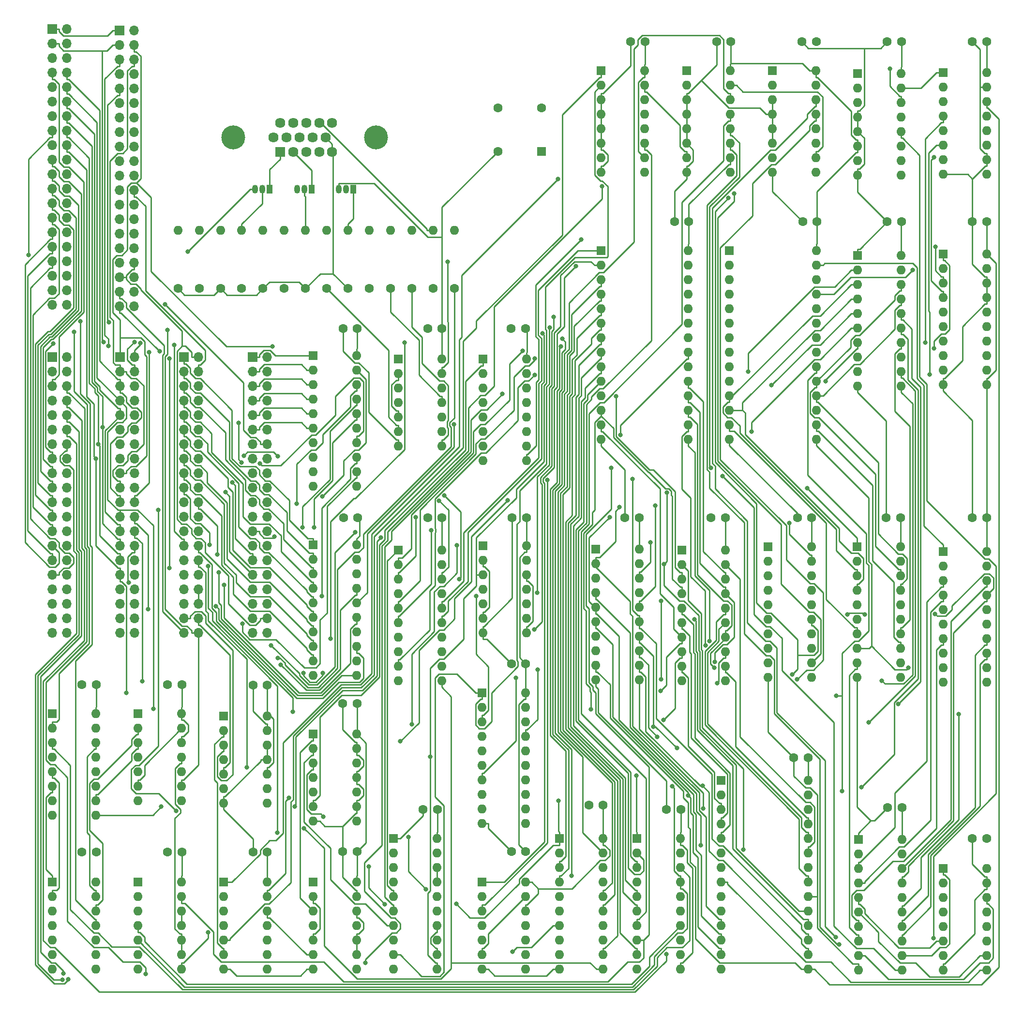
<source format=gbr>
%TF.GenerationSoftware,KiCad,Pcbnew,(6.0.7)*%
%TF.CreationDate,2022-10-13T11:24:39-04:00*%
%TF.ProjectId,VGA,5647412e-6b69-4636-9164-5f7063625858,1.0*%
%TF.SameCoordinates,Original*%
%TF.FileFunction,Copper,L2,Bot*%
%TF.FilePolarity,Positive*%
%FSLAX46Y46*%
G04 Gerber Fmt 4.6, Leading zero omitted, Abs format (unit mm)*
G04 Created by KiCad (PCBNEW (6.0.7)) date 2022-10-13 11:24:39*
%MOMM*%
%LPD*%
G01*
G04 APERTURE LIST*
%TA.AperFunction,ComponentPad*%
%ADD10O,1.600000X1.600000*%
%TD*%
%TA.AperFunction,ComponentPad*%
%ADD11C,1.600000*%
%TD*%
%TA.AperFunction,ComponentPad*%
%ADD12R,1.600000X1.600000*%
%TD*%
%TA.AperFunction,ComponentPad*%
%ADD13O,1.050000X1.500000*%
%TD*%
%TA.AperFunction,ComponentPad*%
%ADD14R,1.050000X1.500000*%
%TD*%
%TA.AperFunction,ComponentPad*%
%ADD15R,1.700000X1.700000*%
%TD*%
%TA.AperFunction,ComponentPad*%
%ADD16O,1.700000X1.700000*%
%TD*%
%TA.AperFunction,ComponentPad*%
%ADD17C,4.196000*%
%TD*%
%TA.AperFunction,ComponentPad*%
%ADD18C,1.785000*%
%TD*%
%TA.AperFunction,ComponentPad*%
%ADD19R,1.785000X1.785000*%
%TD*%
%TA.AperFunction,ViaPad*%
%ADD20C,0.800000*%
%TD*%
%TA.AperFunction,Conductor*%
%ADD21C,0.250000*%
%TD*%
G04 APERTURE END LIST*
D10*
%TO.P,R4,2*%
%TO.N,Net-(Q2-Pad2)*%
X156778300Y-89463800D03*
D11*
%TO.P,R4,1*%
%TO.N,Net-(R2-Pad1)*%
X156778300Y-99623800D03*
%TD*%
%TO.P,C15,1*%
%TO.N,GND*%
X211398000Y-198130000D03*
%TO.P,C15,2*%
%TO.N,VCC*%
X213898000Y-198130000D03*
%TD*%
%TO.P,C35,1*%
%TO.N,GND*%
X182026400Y-139705000D03*
%TO.P,C35,2*%
%TO.N,VCC*%
X184526400Y-139705000D03*
%TD*%
D12*
%TO.P,U7,1*%
%TO.N,/VA2*%
X131104800Y-203509800D03*
D10*
%TO.P,U7,2*%
%TO.N,/VA3*%
X131104800Y-206049800D03*
%TO.P,U7,3*%
%TO.N,/Character RAM/~{YO}*%
X131104800Y-208589800D03*
%TO.P,U7,4*%
%TO.N,/Character RAM/~{Y1}*%
X131104800Y-211129800D03*
%TO.P,U7,5*%
%TO.N,/Character RAM/~{Y7}*%
X131104800Y-213669800D03*
%TO.P,U7,6*%
%TO.N,Net-(U25-Pad3)*%
X131104800Y-216209800D03*
%TO.P,U7,7,GND*%
%TO.N,GND*%
X131104800Y-218749800D03*
%TO.P,U7,8*%
%TO.N,Net-(U22-Pad1)*%
X138724800Y-218749800D03*
%TO.P,U7,9*%
%TO.N,/Character RAM/~{Y3}*%
X138724800Y-216209800D03*
%TO.P,U7,10*%
%TO.N,/Character RAM/~{Y4}*%
X138724800Y-213669800D03*
%TO.P,U7,11*%
%TO.N,/Character RAM/~{Y5}*%
X138724800Y-211129800D03*
%TO.P,U7,12*%
%TO.N,/Synchronization/RST524*%
X138724800Y-208589800D03*
%TO.P,U7,13*%
%TO.N,/VA9*%
X138724800Y-206049800D03*
%TO.P,U7,14,VCC*%
%TO.N,VCC*%
X138724800Y-203509800D03*
%TD*%
D11*
%TO.P,C12,1*%
%TO.N,GND*%
X181883200Y-198130000D03*
%TO.P,C12,2*%
%TO.N,VCC*%
X184383200Y-198130000D03*
%TD*%
D12*
%TO.P,U4,1*%
%TO.N,/Synchronization/HCARRY1*%
X161056000Y-203509800D03*
D10*
%TO.P,U4,2*%
%TO.N,/HA4*%
X161056000Y-206049800D03*
%TO.P,U4,3*%
%TO.N,Net-(U4-Pad3)*%
X161056000Y-208589800D03*
%TO.P,U4,4*%
%TO.N,Net-(U4-Pad4)*%
X161056000Y-211129800D03*
%TO.P,U4,5*%
%TO.N,/Synchronization/~{H_CLR}*%
X161056000Y-213669800D03*
%TO.P,U4,6*%
%TO.N,Net-(U4-Pad6)*%
X161056000Y-216209800D03*
%TO.P,U4,7,GND*%
%TO.N,GND*%
X161056000Y-218749800D03*
%TO.P,U4,8*%
%TO.N,Net-(U22-Pad4)*%
X168676000Y-218749800D03*
%TO.P,U4,9*%
%TO.N,/Character RAM/~{Y4}*%
X168676000Y-216209800D03*
%TO.P,U4,10*%
%TO.N,/Character RAM/~{Y5}*%
X168676000Y-213669800D03*
%TO.P,U4,11*%
%TO.N,Net-(U25-Pad8)*%
X168676000Y-211129800D03*
%TO.P,U4,12*%
%TO.N,Net-(U22-Pad6)*%
X168676000Y-208589800D03*
%TO.P,U4,13*%
%TO.N,Net-(U20-Pad4)*%
X168676000Y-206049800D03*
%TO.P,U4,14,VCC*%
%TO.N,VCC*%
X168676000Y-203509800D03*
%TD*%
D12*
%TO.P,U18,1,OE*%
%TO.N,/~{CRDL}*%
X256279400Y-144785000D03*
D10*
%TO.P,U18,2,O0*%
%TO.N,/D0*%
X256279400Y-147325000D03*
%TO.P,U18,3,D0*%
%TO.N,/Character RAM/ID0*%
X256279400Y-149865000D03*
%TO.P,U18,4,D1*%
%TO.N,/Character RAM/ID1*%
X256279400Y-152405000D03*
%TO.P,U18,5,O1*%
%TO.N,/D1*%
X256279400Y-154945000D03*
%TO.P,U18,6,O2*%
%TO.N,/D2*%
X256279400Y-157485000D03*
%TO.P,U18,7,D2*%
%TO.N,/Character RAM/ID2*%
X256279400Y-160025000D03*
%TO.P,U18,8,D3*%
%TO.N,/Character RAM/ID3*%
X256279400Y-162565000D03*
%TO.P,U18,9,O3*%
%TO.N,/D3*%
X256279400Y-165105000D03*
%TO.P,U18,10,GND*%
%TO.N,GND*%
X256279400Y-167645000D03*
%TO.P,U18,11,Cp*%
%TO.N,/Character RAM/~{CPU}*%
X263899400Y-167645000D03*
%TO.P,U18,12,O4*%
%TO.N,/D4*%
X263899400Y-165105000D03*
%TO.P,U18,13,D4*%
%TO.N,/Character RAM/ID4*%
X263899400Y-162565000D03*
%TO.P,U18,14,D5*%
%TO.N,/Character RAM/ID5*%
X263899400Y-160025000D03*
%TO.P,U18,15,O5*%
%TO.N,/D5*%
X263899400Y-157485000D03*
%TO.P,U18,16,O6*%
%TO.N,/D6*%
X263899400Y-154945000D03*
%TO.P,U18,17,D6*%
%TO.N,/Character RAM/ID6*%
X263899400Y-152405000D03*
%TO.P,U18,18,D7*%
%TO.N,/Character RAM/ID7*%
X263899400Y-149865000D03*
%TO.P,U18,19,O7*%
%TO.N,/D7*%
X263899400Y-147325000D03*
%TO.P,U18,20,VCC*%
%TO.N,VCC*%
X263899400Y-144785000D03*
%TD*%
D13*
%TO.P,Q2,3,C*%
%TO.N,VCC*%
X166563200Y-82245800D03*
%TO.P,Q2,2,B*%
%TO.N,Net-(Q2-Pad2)*%
X167833200Y-82245800D03*
D14*
%TO.P,Q2,1,E*%
%TO.N,Net-(J2-Pad1)*%
X169103200Y-82245800D03*
%TD*%
D11*
%TO.P,C9,1*%
%TO.N,GND*%
X151230400Y-168935800D03*
%TO.P,C9,2*%
%TO.N,VCC*%
X153730400Y-168935800D03*
%TD*%
D12*
%TO.P,U11,1,OE*%
%TO.N,/Character RAM/~{CPU}*%
X219811600Y-195889800D03*
D10*
%TO.P,U11,2,O0*%
%TO.N,/Character RAM/IA0*%
X219811600Y-198429800D03*
%TO.P,U11,3,D0*%
%TO.N,/CA0*%
X219811600Y-200969800D03*
%TO.P,U11,4,D1*%
%TO.N,/CA1*%
X219811600Y-203509800D03*
%TO.P,U11,5,O1*%
%TO.N,/Character RAM/IA1*%
X219811600Y-206049800D03*
%TO.P,U11,6,O2*%
%TO.N,/Character RAM/IA2*%
X219811600Y-208589800D03*
%TO.P,U11,7,D2*%
%TO.N,/CA2*%
X219811600Y-211129800D03*
%TO.P,U11,8,D3*%
%TO.N,/CA3*%
X219811600Y-213669800D03*
%TO.P,U11,9,O3*%
%TO.N,/Character RAM/IA3*%
X219811600Y-216209800D03*
%TO.P,U11,10,GND*%
%TO.N,GND*%
X219811600Y-218749800D03*
%TO.P,U11,11,LE*%
%TO.N,/CADDL*%
X227431600Y-218749800D03*
%TO.P,U11,12,O4*%
%TO.N,/Character RAM/IA4*%
X227431600Y-216209800D03*
%TO.P,U11,13,D4*%
%TO.N,/CA4*%
X227431600Y-213669800D03*
%TO.P,U11,14,D5*%
%TO.N,/CA5*%
X227431600Y-211129800D03*
%TO.P,U11,15,O5*%
%TO.N,/Character RAM/IA5*%
X227431600Y-208589800D03*
%TO.P,U11,16,O6*%
%TO.N,/Character RAM/IA6*%
X227431600Y-206049800D03*
%TO.P,U11,17,D6*%
%TO.N,/CA6*%
X227431600Y-203509800D03*
%TO.P,U11,18,D7*%
%TO.N,/CA7*%
X227431600Y-200969800D03*
%TO.P,U11,19,O7*%
%TO.N,/Character RAM/IA7*%
X227431600Y-198429800D03*
%TO.P,U11,20,VCC*%
%TO.N,VCC*%
X227431600Y-195889800D03*
%TD*%
D12*
%TO.P,U29,1,OE*%
%TO.N,/CFONTD*%
X226120800Y-145247200D03*
D10*
%TO.P,U29,2,O0*%
%TO.N,/Font RAM/FD0*%
X226120800Y-147787200D03*
%TO.P,U29,3,D0*%
%TO.N,/D0*%
X226120800Y-150327200D03*
%TO.P,U29,4,D1*%
%TO.N,/D1*%
X226120800Y-152867200D03*
%TO.P,U29,5,O1*%
%TO.N,/Font RAM/FD1*%
X226120800Y-155407200D03*
%TO.P,U29,6,O2*%
%TO.N,/Font RAM/FD2*%
X226120800Y-157947200D03*
%TO.P,U29,7,D2*%
%TO.N,/D2*%
X226120800Y-160487200D03*
%TO.P,U29,8,D3*%
%TO.N,/D3*%
X226120800Y-163027200D03*
%TO.P,U29,9,O3*%
%TO.N,/Font RAM/FD3*%
X226120800Y-165567200D03*
%TO.P,U29,10,GND*%
%TO.N,GND*%
X226120800Y-168107200D03*
%TO.P,U29,11,LE*%
%TO.N,/Font RAM/~{FONT_RW}*%
X233740800Y-168107200D03*
%TO.P,U29,12,O4*%
%TO.N,/Font RAM/FD4*%
X233740800Y-165567200D03*
%TO.P,U29,13,D4*%
%TO.N,/D4*%
X233740800Y-163027200D03*
%TO.P,U29,14,D5*%
%TO.N,/D5*%
X233740800Y-160487200D03*
%TO.P,U29,15,O5*%
%TO.N,/Font RAM/FD5*%
X233740800Y-157947200D03*
%TO.P,U29,16,O6*%
%TO.N,/Font RAM/FD6*%
X233740800Y-155407200D03*
%TO.P,U29,17,D6*%
%TO.N,/D6*%
X233740800Y-152867200D03*
%TO.P,U29,18,D7*%
%TO.N,/D7*%
X233740800Y-150327200D03*
%TO.P,U29,19,O7*%
%TO.N,/Font RAM/FD7*%
X233740800Y-147787200D03*
%TO.P,U29,20,VCC*%
%TO.N,VCC*%
X233740800Y-145247200D03*
%TD*%
D11*
%TO.P,C28,1*%
%TO.N,GND*%
X211358400Y-106583400D03*
%TO.P,C28,2*%
%TO.N,VCC*%
X213858400Y-106583400D03*
%TD*%
%TO.P,C36,1*%
%TO.N,GND*%
X196737600Y-106583400D03*
%TO.P,C36,2*%
%TO.N,VCC*%
X199237600Y-106583400D03*
%TD*%
D15*
%TO.P,J7,1,Pin_1*%
%TO.N,VCC*%
X142839600Y-54427200D03*
D16*
%TO.P,J7,2,Pin_2*%
%TO.N,GND*%
X145379600Y-54427200D03*
%TO.P,J7,3,Pin_3*%
%TO.N,/A0*%
X142839600Y-56967200D03*
%TO.P,J7,4,Pin_4*%
%TO.N,/D0*%
X145379600Y-56967200D03*
%TO.P,J7,5,Pin_5*%
%TO.N,/A1*%
X142839600Y-59507200D03*
%TO.P,J7,6,Pin_6*%
%TO.N,/D1*%
X145379600Y-59507200D03*
%TO.P,J7,7,Pin_7*%
%TO.N,/A2*%
X142839600Y-62047200D03*
%TO.P,J7,8,Pin_8*%
%TO.N,/D2*%
X145379600Y-62047200D03*
%TO.P,J7,9,Pin_9*%
%TO.N,/A3*%
X142839600Y-64587200D03*
%TO.P,J7,10,Pin_10*%
%TO.N,/D3*%
X145379600Y-64587200D03*
%TO.P,J7,11,Pin_11*%
%TO.N,/A4*%
X142839600Y-67127200D03*
%TO.P,J7,12,Pin_12*%
%TO.N,/D4*%
X145379600Y-67127200D03*
%TO.P,J7,13,Pin_13*%
%TO.N,/A5*%
X142839600Y-69667200D03*
%TO.P,J7,14,Pin_14*%
%TO.N,/D5*%
X145379600Y-69667200D03*
%TO.P,J7,15,Pin_15*%
%TO.N,/A6*%
X142839600Y-72207200D03*
%TO.P,J7,16,Pin_16*%
%TO.N,/D6*%
X145379600Y-72207200D03*
%TO.P,J7,17,Pin_17*%
%TO.N,/A7*%
X142839600Y-74747200D03*
%TO.P,J7,18,Pin_18*%
%TO.N,/D7*%
X145379600Y-74747200D03*
%TO.P,J7,19,Pin_19*%
%TO.N,/A8*%
X142839600Y-77287200D03*
%TO.P,J7,20,Pin_20*%
%TO.N,/CB1*%
X145379600Y-77287200D03*
%TO.P,J7,21,Pin_21*%
%TO.N,/A9*%
X142839600Y-79827200D03*
%TO.P,J7,22,Pin_22*%
%TO.N,/CB2*%
X145379600Y-79827200D03*
%TO.P,J7,23,Pin_23*%
%TO.N,/A10*%
X142839600Y-82367200D03*
%TO.P,J7,24,Pin_24*%
%TO.N,/VGACS*%
X145379600Y-82367200D03*
%TO.P,J7,25,Pin_25*%
%TO.N,/A11*%
X142839600Y-84907200D03*
%TO.P,J7,26,Pin_26*%
%TO.N,unconnected-(J7-Pad26)*%
X145379600Y-84907200D03*
%TO.P,J7,27,Pin_27*%
%TO.N,/A12*%
X142839600Y-87447200D03*
%TO.P,J7,28,Pin_28*%
%TO.N,unconnected-(J7-Pad28)*%
X145379600Y-87447200D03*
%TO.P,J7,29,Pin_29*%
%TO.N,/A13*%
X142839600Y-89987200D03*
%TO.P,J7,30,Pin_30*%
%TO.N,unconnected-(J7-Pad30)*%
X145379600Y-89987200D03*
%TO.P,J7,31,Pin_31*%
%TO.N,/A14*%
X142839600Y-92527200D03*
%TO.P,J7,32,Pin_32*%
%TO.N,unconnected-(J7-Pad32)*%
X145379600Y-92527200D03*
%TO.P,J7,33,Pin_33*%
%TO.N,/A15*%
X142839600Y-95067200D03*
%TO.P,J7,34,Pin_34*%
%TO.N,/CPU_CLK*%
X145379600Y-95067200D03*
%TO.P,J7,35,Pin_35*%
X142839600Y-97607200D03*
%TO.P,J7,36,Pin_36*%
%TO.N,/~{CPU_CLK}*%
X145379600Y-97607200D03*
%TO.P,J7,37,Pin_37*%
%TO.N,/IRQ*%
X142839600Y-100147200D03*
%TO.P,J7,38,Pin_38*%
%TO.N,unconnected-(J7-Pad38)*%
X145379600Y-100147200D03*
%TO.P,J7,39,Pin_39*%
%TO.N,/~{RW}*%
X142839600Y-102687200D03*
%TO.P,J7,40,Pin_40*%
%TO.N,VCC*%
X145379600Y-102687200D03*
%TD*%
D10*
%TO.P,R7,2*%
%TO.N,Net-(Q1-Pad2)*%
X186539300Y-89463800D03*
D11*
%TO.P,R7,1*%
%TO.N,GND*%
X186539300Y-99623800D03*
%TD*%
%TO.P,C16,1*%
%TO.N,GND*%
X261429400Y-139705000D03*
%TO.P,C16,2*%
%TO.N,VCC*%
X263929400Y-139705000D03*
%TD*%
D12*
%TO.P,U28,1,OE*%
%TO.N,GND*%
X272089100Y-196047200D03*
D10*
%TO.P,U28,2,O0*%
%TO.N,Net-(U28-Pad2)*%
X272089100Y-198587200D03*
%TO.P,U28,3,D0*%
%TO.N,/D0*%
X272089100Y-201127200D03*
%TO.P,U28,4,D1*%
%TO.N,/D1*%
X272089100Y-203667200D03*
%TO.P,U28,5,O1*%
%TO.N,Net-(U28-Pad5)*%
X272089100Y-206207200D03*
%TO.P,U28,6,O2*%
%TO.N,Net-(U28-Pad6)*%
X272089100Y-208747200D03*
%TO.P,U28,7,D2*%
%TO.N,/D2*%
X272089100Y-211287200D03*
%TO.P,U28,8,D3*%
%TO.N,/D3*%
X272089100Y-213827200D03*
%TO.P,U28,9,O3*%
%TO.N,Net-(U28-Pad9)*%
X272089100Y-216367200D03*
%TO.P,U28,10,GND*%
%TO.N,GND*%
X272089100Y-218907200D03*
%TO.P,U28,11,LE*%
%TO.N,/CFONTA*%
X279709100Y-218907200D03*
%TO.P,U28,12,O4*%
%TO.N,/~{CHAR}*%
X279709100Y-216367200D03*
%TO.P,U28,13,D4*%
%TO.N,/D4*%
X279709100Y-213827200D03*
%TO.P,U28,14,D5*%
%TO.N,/D5*%
X279709100Y-211287200D03*
%TO.P,U28,15,O5*%
%TO.N,/~{SLEEP}*%
X279709100Y-208747200D03*
%TO.P,U28,16,O6*%
%TO.N,/~{FONT_OE}*%
X279709100Y-206207200D03*
%TO.P,U28,17,D6*%
%TO.N,/D6*%
X279709100Y-203667200D03*
%TO.P,U28,18,D7*%
%TO.N,/D7*%
X279709100Y-201127200D03*
%TO.P,U28,19,O7*%
%TO.N,/Font RAM/~{FONT_RW}*%
X279709100Y-198587200D03*
%TO.P,U28,20,VCC*%
%TO.N,VCC*%
X279709100Y-196047200D03*
%TD*%
D12*
%TO.P,X1,1,EN*%
%TO.N,unconnected-(X1-Pad1)*%
X216652000Y-75595400D03*
D11*
%TO.P,X1,4,GND*%
%TO.N,GND*%
X216652000Y-67975400D03*
%TO.P,X1,5,OUT*%
%TO.N,/VGA_CLK*%
X209032000Y-67975400D03*
%TO.P,X1,8,Vcc*%
%TO.N,VCC*%
X209032000Y-75595400D03*
%TD*%
D12*
%TO.P,U13,1,OE*%
%TO.N,/Character RAM/~{VID}*%
X233375200Y-195889800D03*
D10*
%TO.P,U13,2,O0*%
%TO.N,/Character RAM/IA0*%
X233375200Y-198429800D03*
%TO.P,U13,3,D0*%
%TO.N,/HA3*%
X233375200Y-200969800D03*
%TO.P,U13,4,D1*%
%TO.N,/HA4*%
X233375200Y-203509800D03*
%TO.P,U13,5,O1*%
%TO.N,/Character RAM/IA1*%
X233375200Y-206049800D03*
%TO.P,U13,6,O2*%
%TO.N,/Character RAM/IA2*%
X233375200Y-208589800D03*
%TO.P,U13,7,D2*%
%TO.N,/HA5*%
X233375200Y-211129800D03*
%TO.P,U13,8,D3*%
%TO.N,/HA6*%
X233375200Y-213669800D03*
%TO.P,U13,9,O3*%
%TO.N,/Character RAM/IA3*%
X233375200Y-216209800D03*
%TO.P,U13,10,GND*%
%TO.N,GND*%
X233375200Y-218749800D03*
%TO.P,U13,11,LE*%
%TO.N,VCC*%
X240995200Y-218749800D03*
%TO.P,U13,12,O4*%
%TO.N,/Character RAM/IA4*%
X240995200Y-216209800D03*
%TO.P,U13,13,D4*%
%TO.N,/HA7*%
X240995200Y-213669800D03*
%TO.P,U13,14,D5*%
%TO.N,/HA8*%
X240995200Y-211129800D03*
%TO.P,U13,15,O5*%
%TO.N,/Character RAM/IA5*%
X240995200Y-208589800D03*
%TO.P,U13,16,O6*%
%TO.N,/Character RAM/IA6*%
X240995200Y-206049800D03*
%TO.P,U13,17,D6*%
%TO.N,/HA9*%
X240995200Y-203509800D03*
%TO.P,U13,18,D7*%
%TO.N,/VA4*%
X240995200Y-200969800D03*
%TO.P,U13,19,O7*%
%TO.N,/Character RAM/IA7*%
X240995200Y-198429800D03*
%TO.P,U13,20,VCC*%
%TO.N,VCC*%
X240995200Y-195889800D03*
%TD*%
%TO.P,R8,2*%
%TO.N,Net-(Q2-Pad2)*%
X160498500Y-89463800D03*
D11*
%TO.P,R8,1*%
%TO.N,GND*%
X160498500Y-99623800D03*
%TD*%
D15*
%TO.P,J1,1,Pin_1*%
%TO.N,VCC*%
X131049000Y-54229000D03*
D16*
%TO.P,J1,2,Pin_2*%
%TO.N,GND*%
X133589000Y-54229000D03*
%TO.P,J1,3,Pin_3*%
%TO.N,/A0*%
X131049000Y-56769000D03*
%TO.P,J1,4,Pin_4*%
%TO.N,/D0*%
X133589000Y-56769000D03*
%TO.P,J1,5,Pin_5*%
%TO.N,/A1*%
X131049000Y-59309000D03*
%TO.P,J1,6,Pin_6*%
%TO.N,/D1*%
X133589000Y-59309000D03*
%TO.P,J1,7,Pin_7*%
%TO.N,/A2*%
X131049000Y-61849000D03*
%TO.P,J1,8,Pin_8*%
%TO.N,/D2*%
X133589000Y-61849000D03*
%TO.P,J1,9,Pin_9*%
%TO.N,/A3*%
X131049000Y-64389000D03*
%TO.P,J1,10,Pin_10*%
%TO.N,/D3*%
X133589000Y-64389000D03*
%TO.P,J1,11,Pin_11*%
%TO.N,/A4*%
X131049000Y-66929000D03*
%TO.P,J1,12,Pin_12*%
%TO.N,/D4*%
X133589000Y-66929000D03*
%TO.P,J1,13,Pin_13*%
%TO.N,/A5*%
X131049000Y-69469000D03*
%TO.P,J1,14,Pin_14*%
%TO.N,/D5*%
X133589000Y-69469000D03*
%TO.P,J1,15,Pin_15*%
%TO.N,/A6*%
X131049000Y-72009000D03*
%TO.P,J1,16,Pin_16*%
%TO.N,/D6*%
X133589000Y-72009000D03*
%TO.P,J1,17,Pin_17*%
%TO.N,/A7*%
X131049000Y-74549000D03*
%TO.P,J1,18,Pin_18*%
%TO.N,/D7*%
X133589000Y-74549000D03*
%TO.P,J1,19,Pin_19*%
%TO.N,/A8*%
X131049000Y-77089000D03*
%TO.P,J1,20,Pin_20*%
%TO.N,/CB1*%
X133589000Y-77089000D03*
%TO.P,J1,21,Pin_21*%
%TO.N,/A9*%
X131049000Y-79629000D03*
%TO.P,J1,22,Pin_22*%
%TO.N,/CB2*%
X133589000Y-79629000D03*
%TO.P,J1,23,Pin_23*%
%TO.N,/A10*%
X131049000Y-82169000D03*
%TO.P,J1,24,Pin_24*%
%TO.N,unconnected-(J1-Pad24)*%
X133589000Y-82169000D03*
%TO.P,J1,25,Pin_25*%
%TO.N,/A11*%
X131049000Y-84709000D03*
%TO.P,J1,26,Pin_26*%
%TO.N,unconnected-(J1-Pad26)*%
X133589000Y-84709000D03*
%TO.P,J1,27,Pin_27*%
%TO.N,/A12*%
X131049000Y-87249000D03*
%TO.P,J1,28,Pin_28*%
%TO.N,unconnected-(J1-Pad28)*%
X133589000Y-87249000D03*
%TO.P,J1,29,Pin_29*%
%TO.N,/A13*%
X131049000Y-89789000D03*
%TO.P,J1,30,Pin_30*%
%TO.N,unconnected-(J1-Pad30)*%
X133589000Y-89789000D03*
%TO.P,J1,31,Pin_31*%
%TO.N,/A14*%
X131049000Y-92329000D03*
%TO.P,J1,32,Pin_32*%
%TO.N,unconnected-(J1-Pad32)*%
X133589000Y-92329000D03*
%TO.P,J1,33,Pin_33*%
%TO.N,/A15*%
X131049000Y-94869000D03*
%TO.P,J1,34,Pin_34*%
%TO.N,/CPU_CLK*%
X133589000Y-94869000D03*
%TO.P,J1,35,Pin_35*%
X131049000Y-97409000D03*
%TO.P,J1,36,Pin_36*%
%TO.N,/~{CPU_CLK}*%
X133589000Y-97409000D03*
%TO.P,J1,37,Pin_37*%
%TO.N,/IRQ*%
X131049000Y-99949000D03*
%TO.P,J1,38,Pin_38*%
%TO.N,unconnected-(J1-Pad38)*%
X133589000Y-99949000D03*
%TO.P,J1,39,Pin_39*%
%TO.N,/~{RW}*%
X131049000Y-102489000D03*
%TO.P,J1,40,Pin_40*%
%TO.N,VCC*%
X133589000Y-102489000D03*
%TD*%
D11*
%TO.P,C1,1*%
%TO.N,GND*%
X247313100Y-56433800D03*
%TO.P,C1,2*%
%TO.N,VCC*%
X249813100Y-56433800D03*
%TD*%
%TO.P,C6,1*%
%TO.N,GND*%
X136254800Y-168935800D03*
%TO.P,C6,2*%
%TO.N,VCC*%
X138754800Y-168935800D03*
%TD*%
D12*
%TO.P,U14,1,OE*%
%TO.N,/Character RAM/~{VID}*%
X286918400Y-93568600D03*
D10*
%TO.P,U14,2,O0*%
%TO.N,/Character RAM/IA8*%
X286918400Y-96108600D03*
%TO.P,U14,3,D0*%
%TO.N,/VA5*%
X286918400Y-98648600D03*
%TO.P,U14,4,D1*%
%TO.N,/VA6*%
X286918400Y-101188600D03*
%TO.P,U14,5,O1*%
%TO.N,/Character RAM/IA9*%
X286918400Y-103728600D03*
%TO.P,U14,6,O2*%
%TO.N,/Character RAM/IA10*%
X286918400Y-106268600D03*
%TO.P,U14,7,D2*%
%TO.N,/VA7*%
X286918400Y-108808600D03*
%TO.P,U14,8,D3*%
%TO.N,/VA8*%
X286918400Y-111348600D03*
%TO.P,U14,9,O3*%
%TO.N,/Character RAM/IA11*%
X286918400Y-113888600D03*
%TO.P,U14,10,GND*%
%TO.N,GND*%
X286918400Y-116428600D03*
%TO.P,U14,11,LE*%
%TO.N,VCC*%
X294538400Y-116428600D03*
%TO.P,U14,12,O4*%
%TO.N,/Character RAM/IA12*%
X294538400Y-113888600D03*
%TO.P,U14,13,D4*%
%TO.N,/VA9*%
X294538400Y-111348600D03*
%TO.P,U14,14,D5*%
%TO.N,/Character RAM/DISP_PAGE*%
X294538400Y-108808600D03*
%TO.P,U14,15,O5*%
%TO.N,/Character RAM/IA13*%
X294538400Y-106268600D03*
%TO.P,U14,16,O6*%
%TO.N,/Character RAM/IA14*%
X294538400Y-103728600D03*
%TO.P,U14,17,D6*%
%TO.N,GND*%
X294538400Y-101188600D03*
%TO.P,U14,18,D7*%
X294538400Y-98648600D03*
%TO.P,U14,19,O7*%
%TO.N,unconnected-(U14-Pad19)*%
X294538400Y-96108600D03*
%TO.P,U14,20,VCC*%
%TO.N,VCC*%
X294538400Y-93568600D03*
%TD*%
D12*
%TO.P,U9,1,~{R}*%
%TO.N,VCC*%
X146080400Y-174015800D03*
D10*
%TO.P,U9,2,D*%
%TO.N,/Synchronization/RST524*%
X146080400Y-176555800D03*
%TO.P,U9,3,C*%
%TO.N,/~{HSYNC}*%
X146080400Y-179095800D03*
%TO.P,U9,4,~{S}*%
%TO.N,/~{SLEEP}*%
X146080400Y-181635800D03*
%TO.P,U9,5,Q*%
%TO.N,Net-(U6-Pad11)*%
X146080400Y-184175800D03*
%TO.P,U9,6,~{Q}*%
%TO.N,Net-(U9-Pad13)*%
X146080400Y-186715800D03*
%TO.P,U9,7,GND*%
%TO.N,GND*%
X146080400Y-189255800D03*
%TO.P,U9,8,~{Q}*%
%TO.N,unconnected-(U9-Pad8)*%
X153700400Y-189255800D03*
%TO.P,U9,9,Q*%
%TO.N,/~{VSYNC}*%
X153700400Y-186715800D03*
%TO.P,U9,10,~{S}*%
%TO.N,/~{SLEEP}*%
X153700400Y-184175800D03*
%TO.P,U9,11,C*%
%TO.N,Net-(U5-Pad10)*%
X153700400Y-181635800D03*
%TO.P,U9,12,D*%
%TO.N,VCC*%
X153700400Y-179095800D03*
%TO.P,U9,13,~{R}*%
%TO.N,Net-(U9-Pad13)*%
X153700400Y-176555800D03*
%TO.P,U9,14,VCC*%
%TO.N,VCC*%
X153700400Y-174015800D03*
%TD*%
D12*
%TO.P,U12,1,OE*%
%TO.N,/Character RAM/~{CPU}*%
X191587600Y-145348800D03*
D10*
%TO.P,U12,2,O0*%
%TO.N,/Character RAM/IA8*%
X191587600Y-147888800D03*
%TO.P,U12,3,D0*%
%TO.N,/CA8*%
X191587600Y-150428800D03*
%TO.P,U12,4,D1*%
%TO.N,/CA9*%
X191587600Y-152968800D03*
%TO.P,U12,5,O1*%
%TO.N,/Character RAM/IA9*%
X191587600Y-155508800D03*
%TO.P,U12,6,O2*%
%TO.N,/Character RAM/IA10*%
X191587600Y-158048800D03*
%TO.P,U12,7,D2*%
%TO.N,/CA10*%
X191587600Y-160588800D03*
%TO.P,U12,8,D3*%
%TO.N,/CA11*%
X191587600Y-163128800D03*
%TO.P,U12,9,O3*%
%TO.N,/Character RAM/IA11*%
X191587600Y-165668800D03*
%TO.P,U12,10,GND*%
%TO.N,GND*%
X191587600Y-168208800D03*
%TO.P,U12,11,LE*%
%TO.N,/CADDL*%
X199207600Y-168208800D03*
%TO.P,U12,12,O4*%
%TO.N,/Character RAM/IA12*%
X199207600Y-165668800D03*
%TO.P,U12,13,D4*%
%TO.N,/CA12*%
X199207600Y-163128800D03*
%TO.P,U12,14,D5*%
%TO.N,/CA13*%
X199207600Y-160588800D03*
%TO.P,U12,15,O5*%
%TO.N,/Character RAM/IA13*%
X199207600Y-158048800D03*
%TO.P,U12,16,O6*%
%TO.N,/Character RAM/IA14*%
X199207600Y-155508800D03*
%TO.P,U12,17,D6*%
%TO.N,/CA14*%
X199207600Y-152968800D03*
%TO.P,U12,18,D7*%
%TO.N,/CA15*%
X199207600Y-150428800D03*
%TO.P,U12,19,O7*%
%TO.N,/Character RAM/DISP_PAGE*%
X199207600Y-147888800D03*
%TO.P,U12,20,VCC*%
%TO.N,VCC*%
X199207600Y-145348800D03*
%TD*%
%TO.P,R10,2*%
%TO.N,Net-(J2-Pad3)*%
X182819200Y-89463800D03*
D11*
%TO.P,R10,1*%
%TO.N,GND*%
X182819200Y-99623800D03*
%TD*%
D10*
%TO.P,R1,2*%
%TO.N,Net-(Q1-Pad2)*%
X193979600Y-89463800D03*
D11*
%TO.P,R1,1*%
%TO.N,Net-(R1-Pad1)*%
X193979600Y-99623800D03*
%TD*%
D15*
%TO.P,J8,1,Pin_1*%
%TO.N,/GALB_I0*%
X166106000Y-111577200D03*
D16*
%TO.P,J8,2,Pin_2*%
%TO.N,/CPU_CLK*%
X168646000Y-111577200D03*
%TO.P,J8,3,Pin_3*%
%TO.N,/GALB_I1*%
X166106000Y-114117200D03*
%TO.P,J8,4,Pin_4*%
%TO.N,/VGACS*%
X168646000Y-114117200D03*
%TO.P,J8,5,Pin_5*%
%TO.N,/GALB_I2*%
X166106000Y-116657200D03*
%TO.P,J8,6,Pin_6*%
%TO.N,/~{RW}*%
X168646000Y-116657200D03*
%TO.P,J8,7,Pin_7*%
%TO.N,/GALB_I3*%
X166106000Y-119197200D03*
%TO.P,J8,8,Pin_8*%
%TO.N,/A0*%
X168646000Y-119197200D03*
%TO.P,J8,9,Pin_9*%
%TO.N,/GALB_I4*%
X166106000Y-121737200D03*
%TO.P,J8,10,Pin_10*%
%TO.N,/A1*%
X168646000Y-121737200D03*
%TO.P,J8,11,Pin_11*%
%TO.N,/GALB_I5*%
X166106000Y-124277200D03*
%TO.P,J8,12,Pin_12*%
%TO.N,/A2*%
X168646000Y-124277200D03*
%TO.P,J8,13,Pin_13*%
%TO.N,/GALB_I6*%
X166106000Y-126817200D03*
%TO.P,J8,14,Pin_14*%
%TO.N,/A3*%
X168646000Y-126817200D03*
%TO.P,J8,15,Pin_15*%
%TO.N,/GALB_I7*%
X166106000Y-129357200D03*
%TO.P,J8,16,Pin_16*%
%TO.N,unconnected-(J8-Pad16)*%
X168646000Y-129357200D03*
%TO.P,J8,17,Pin_17*%
%TO.N,/GALB_I8*%
X166106000Y-131897200D03*
%TO.P,J8,18,Pin_18*%
%TO.N,unconnected-(J8-Pad18)*%
X168646000Y-131897200D03*
%TO.P,J8,19,Pin_19*%
%TO.N,/GALB_I9*%
X166106000Y-134437200D03*
%TO.P,J8,20,Pin_20*%
%TO.N,GND*%
X168646000Y-134437200D03*
%TO.P,J8,21,Pin_21*%
%TO.N,/GALB_O0*%
X166106000Y-136977200D03*
%TO.P,J8,22,Pin_22*%
%TO.N,/CFONTA*%
X168646000Y-136977200D03*
%TO.P,J8,23,Pin_23*%
%TO.N,/GALB_O1*%
X166106000Y-139517200D03*
%TO.P,J8,24,Pin_24*%
%TO.N,/CFONTD*%
X168646000Y-139517200D03*
%TO.P,J8,25,Pin_25*%
%TO.N,/GALB_O2*%
X166106000Y-142057200D03*
%TO.P,J8,26,Pin_26*%
%TO.N,unconnected-(J8-Pad26)*%
X168646000Y-142057200D03*
%TO.P,J8,27,Pin_27*%
%TO.N,/GALB_O3*%
X166106000Y-144597200D03*
%TO.P,J8,28,Pin_28*%
%TO.N,unconnected-(J8-Pad28)*%
X168646000Y-144597200D03*
%TO.P,J8,29,Pin_29*%
%TO.N,/GALB_O4*%
X166106000Y-147137200D03*
%TO.P,J8,30,Pin_30*%
%TO.N,unconnected-(J8-Pad30)*%
X168646000Y-147137200D03*
%TO.P,J8,31,Pin_31*%
%TO.N,/GALB_O5*%
X166106000Y-149677200D03*
%TO.P,J8,32,Pin_32*%
%TO.N,unconnected-(J8-Pad32)*%
X168646000Y-149677200D03*
%TO.P,J8,33,Pin_33*%
%TO.N,/GALB_O6*%
X166106000Y-152217200D03*
%TO.P,J8,34,Pin_34*%
%TO.N,unconnected-(J8-Pad34)*%
X168646000Y-152217200D03*
%TO.P,J8,35,Pin_35*%
%TO.N,/GALB_O7*%
X166106000Y-154757200D03*
%TO.P,J8,36,Pin_36*%
%TO.N,unconnected-(J8-Pad36)*%
X168646000Y-154757200D03*
%TO.P,J8,37,Pin_37*%
%TO.N,/VGA_QTR*%
X166106000Y-157297200D03*
%TO.P,J8,38,Pin_38*%
%TO.N,/CPU_CLK*%
X168646000Y-157297200D03*
%TO.P,J8,39,Pin_39*%
%TO.N,unconnected-(J8-Pad39)*%
X166106000Y-159837200D03*
%TO.P,J8,40,Pin_40*%
%TO.N,unconnected-(J8-Pad40)*%
X168646000Y-159837200D03*
%TD*%
D12*
%TO.P,U2,1,~{SR}*%
%TO.N,/Synchronization/~{H_CLR}*%
X242045300Y-61513800D03*
D10*
%TO.P,U2,2,CP*%
%TO.N,/VGA_CLK*%
X242045300Y-64053800D03*
%TO.P,U2,3,P0*%
%TO.N,GND*%
X242045300Y-66593800D03*
%TO.P,U2,4,P1*%
X242045300Y-69133800D03*
%TO.P,U2,5,P2*%
X242045300Y-71673800D03*
%TO.P,U2,6,P3*%
X242045300Y-74213800D03*
%TO.P,U2,7,CEP*%
%TO.N,/Synchronization/HCARRY1*%
X242045300Y-76753800D03*
%TO.P,U2,8,GND*%
%TO.N,GND*%
X242045300Y-79293800D03*
%TO.P,U2,9,~{PE}*%
%TO.N,/~{SLEEP}*%
X249665300Y-79293800D03*
%TO.P,U2,10,CET*%
%TO.N,VCC*%
X249665300Y-76753800D03*
%TO.P,U2,11,Q3*%
%TO.N,/HA7*%
X249665300Y-74213800D03*
%TO.P,U2,12,Q2*%
%TO.N,/HA6*%
X249665300Y-71673800D03*
%TO.P,U2,13,Q1*%
%TO.N,/HA5*%
X249665300Y-69133800D03*
%TO.P,U2,14,Q0*%
%TO.N,/HA4*%
X249665300Y-66593800D03*
%TO.P,U2,15,TC*%
%TO.N,/Synchronization/HCARRY2*%
X249665300Y-64053800D03*
%TO.P,U2,16,VCC*%
%TO.N,VCC*%
X249665300Y-61513800D03*
%TD*%
D11*
%TO.P,C3,1*%
%TO.N,GND*%
X136254800Y-198194000D03*
%TO.P,C3,2*%
%TO.N,VCC*%
X138754800Y-198194000D03*
%TD*%
D12*
%TO.P,U36,1,I1/CLK*%
%TO.N,/GALB_I0*%
X176733200Y-111312800D03*
D10*
%TO.P,U36,2,I2*%
%TO.N,/GALB_I1*%
X176733200Y-113852800D03*
%TO.P,U36,3,I3*%
%TO.N,/GALB_I2*%
X176733200Y-116392800D03*
%TO.P,U36,4,I4*%
%TO.N,/GALB_I3*%
X176733200Y-118932800D03*
%TO.P,U36,5,I5*%
%TO.N,/GALB_I4*%
X176733200Y-121472800D03*
%TO.P,U36,6,I6*%
%TO.N,/GALB_I5*%
X176733200Y-124012800D03*
%TO.P,U36,7,I7*%
%TO.N,/GALB_I6*%
X176733200Y-126552800D03*
%TO.P,U36,8,I8*%
%TO.N,/GALB_I7*%
X176733200Y-129092800D03*
%TO.P,U36,9,I9*%
%TO.N,/GALB_I8*%
X176733200Y-131632800D03*
%TO.P,U36,10,GND*%
%TO.N,GND*%
X176733200Y-134172800D03*
%TO.P,U36,11,I10/~{OE}*%
%TO.N,/GALB_I9*%
X184353200Y-134172800D03*
%TO.P,U36,12,IO8*%
%TO.N,/GALB_O7*%
X184353200Y-131632800D03*
%TO.P,U36,13,IO7*%
%TO.N,/GALB_O6*%
X184353200Y-129092800D03*
%TO.P,U36,14,IO6*%
%TO.N,/GALB_O5*%
X184353200Y-126552800D03*
%TO.P,U36,15,IO5*%
%TO.N,/GALB_O4*%
X184353200Y-124012800D03*
%TO.P,U36,16,IO4*%
%TO.N,/GALB_O3*%
X184353200Y-121472800D03*
%TO.P,U36,17,I03*%
%TO.N,/GALB_O2*%
X184353200Y-118932800D03*
%TO.P,U36,18,IO2*%
%TO.N,/GALB_O1*%
X184353200Y-116392800D03*
%TO.P,U36,19,IO1*%
%TO.N,/GALB_O0*%
X184353200Y-113852800D03*
%TO.P,U36,20,VCC*%
%TO.N,VCC*%
X184353200Y-111312800D03*
%TD*%
D15*
%TO.P,J6,1,Pin_1*%
%TO.N,/GALA_I0*%
X154066400Y-111577200D03*
D16*
%TO.P,J6,2,Pin_2*%
%TO.N,/CPU_CLK*%
X156606400Y-111577200D03*
%TO.P,J6,3,Pin_3*%
%TO.N,/GALA_I1*%
X154066400Y-114117200D03*
%TO.P,J6,4,Pin_4*%
%TO.N,/VGACS*%
X156606400Y-114117200D03*
%TO.P,J6,5,Pin_5*%
%TO.N,/GALA_I2*%
X154066400Y-116657200D03*
%TO.P,J6,6,Pin_6*%
%TO.N,/~{RW}*%
X156606400Y-116657200D03*
%TO.P,J6,7,Pin_7*%
%TO.N,/GALA_I3*%
X154066400Y-119197200D03*
%TO.P,J6,8,Pin_8*%
%TO.N,/A0*%
X156606400Y-119197200D03*
%TO.P,J6,9,Pin_9*%
%TO.N,/GALA_I4*%
X154066400Y-121737200D03*
%TO.P,J6,10,Pin_10*%
%TO.N,/A1*%
X156606400Y-121737200D03*
%TO.P,J6,11,Pin_11*%
%TO.N,/GALA_I5*%
X154066400Y-124277200D03*
%TO.P,J6,12,Pin_12*%
%TO.N,/A2*%
X156606400Y-124277200D03*
%TO.P,J6,13,Pin_13*%
%TO.N,/GALA_I6*%
X154066400Y-126817200D03*
%TO.P,J6,14,Pin_14*%
%TO.N,/A3*%
X156606400Y-126817200D03*
%TO.P,J6,15,Pin_15*%
%TO.N,/GALA_I7*%
X154066400Y-129357200D03*
%TO.P,J6,16,Pin_16*%
%TO.N,unconnected-(J6-Pad16)*%
X156606400Y-129357200D03*
%TO.P,J6,17,Pin_17*%
%TO.N,/GALA_I8*%
X154066400Y-131897200D03*
%TO.P,J6,18,Pin_18*%
%TO.N,unconnected-(J6-Pad18)*%
X156606400Y-131897200D03*
%TO.P,J6,19,Pin_19*%
%TO.N,/GALA_I9*%
X154066400Y-134437200D03*
%TO.P,J6,20,Pin_20*%
%TO.N,GND*%
X156606400Y-134437200D03*
%TO.P,J6,21,Pin_21*%
%TO.N,/GALA_O0*%
X154066400Y-136977200D03*
%TO.P,J6,22,Pin_22*%
%TO.N,/WREQ*%
X156606400Y-136977200D03*
%TO.P,J6,23,Pin_23*%
%TO.N,/GALA_O1*%
X154066400Y-139517200D03*
%TO.P,J6,24,Pin_24*%
%TO.N,/CADDL*%
X156606400Y-139517200D03*
%TO.P,J6,25,Pin_25*%
%TO.N,/GALA_O2*%
X154066400Y-142057200D03*
%TO.P,J6,26,Pin_26*%
%TO.N,/CADDH*%
X156606400Y-142057200D03*
%TO.P,J6,27,Pin_27*%
%TO.N,/GALA_O3*%
X154066400Y-144597200D03*
%TO.P,J6,28,Pin_28*%
%TO.N,/CWRL*%
X156606400Y-144597200D03*
%TO.P,J6,29,Pin_29*%
%TO.N,/GALA_O4*%
X154066400Y-147137200D03*
%TO.P,J6,30,Pin_30*%
%TO.N,/CWRH*%
X156606400Y-147137200D03*
%TO.P,J6,31,Pin_31*%
%TO.N,/GALA_O5*%
X154066400Y-149677200D03*
%TO.P,J6,32,Pin_32*%
%TO.N,/~{CRDL}*%
X156606400Y-149677200D03*
%TO.P,J6,33,Pin_33*%
%TO.N,/GALA_O6*%
X154066400Y-152217200D03*
%TO.P,J6,34,Pin_34*%
%TO.N,/~{CRDH}*%
X156606400Y-152217200D03*
%TO.P,J6,35,Pin_35*%
%TO.N,/GALA_O7*%
X154066400Y-154757200D03*
%TO.P,J6,36,Pin_36*%
%TO.N,/~{CRDH}*%
X156606400Y-154757200D03*
%TO.P,J6,37,Pin_37*%
%TO.N,/VGA_CLK*%
X154066400Y-157297200D03*
%TO.P,J6,38,Pin_38*%
%TO.N,/~{HSYNC}*%
X156606400Y-157297200D03*
%TO.P,J6,39,Pin_39*%
%TO.N,/IRQ*%
X154066400Y-159837200D03*
%TO.P,J6,40,Pin_40*%
%TO.N,/~{VSYNC}*%
X156606400Y-159837200D03*
%TD*%
D12*
%TO.P,U24,1,A0*%
%TO.N,/HA0*%
X272000000Y-61976000D03*
D10*
%TO.P,U24,2,A1*%
%TO.N,/HA1*%
X272000000Y-64516000D03*
%TO.P,U24,3,A2*%
%TO.N,/HA2*%
X272000000Y-67056000D03*
%TO.P,U24,4,E1*%
%TO.N,GND*%
X272000000Y-69596000D03*
%TO.P,U24,5,E2*%
X272000000Y-72136000D03*
%TO.P,U24,6,E3*%
%TO.N,VCC*%
X272000000Y-74676000D03*
%TO.P,U24,7,O7*%
%TO.N,/Character RAM/~{Y7}*%
X272000000Y-77216000D03*
%TO.P,U24,8,GND*%
%TO.N,GND*%
X272000000Y-79756000D03*
%TO.P,U24,9,O6*%
%TO.N,/Character RAM/~{Y6}*%
X279620000Y-79756000D03*
%TO.P,U24,10,O5*%
%TO.N,/Character RAM/~{Y5}*%
X279620000Y-77216000D03*
%TO.P,U24,11,O4*%
%TO.N,/Character RAM/~{Y4}*%
X279620000Y-74676000D03*
%TO.P,U24,12,O3*%
%TO.N,/Character RAM/~{Y3}*%
X279620000Y-72136000D03*
%TO.P,U24,13,O2*%
%TO.N,/Character RAM/~{Y2}*%
X279620000Y-69596000D03*
%TO.P,U24,14,O1*%
%TO.N,/Character RAM/~{Y1}*%
X279620000Y-67056000D03*
%TO.P,U24,15,O0*%
%TO.N,/Character RAM/~{YO}*%
X279620000Y-64516000D03*
%TO.P,U24,16,VCC*%
%TO.N,VCC*%
X279620000Y-61976000D03*
%TD*%
%TO.P,R3,2*%
%TO.N,Net-(Q2-Pad2)*%
X164218600Y-89463800D03*
D11*
%TO.P,R3,1*%
%TO.N,Net-(R3-Pad1)*%
X164218600Y-99623800D03*
%TD*%
D12*
%TO.P,U8,1,~{R}*%
%TO.N,VCC*%
X161056000Y-174396400D03*
D10*
%TO.P,U8,2,D*%
%TO.N,Net-(U4-Pad6)*%
X161056000Y-176936400D03*
%TO.P,U8,3,C*%
%TO.N,/VGA_CLK*%
X161056000Y-179476400D03*
%TO.P,U8,4,~{S}*%
%TO.N,/~{SLEEP}*%
X161056000Y-182016400D03*
%TO.P,U8,5,Q*%
%TO.N,/~{HSYNC}*%
X161056000Y-184556400D03*
%TO.P,U8,6,~{Q}*%
%TO.N,Net-(U5-Pad10)*%
X161056000Y-187096400D03*
%TO.P,U8,7,GND*%
%TO.N,GND*%
X161056000Y-189636400D03*
%TO.P,U8,8,~{Q}*%
%TO.N,unconnected-(U8-Pad8)*%
X168676000Y-189636400D03*
%TO.P,U8,9,Q*%
%TO.N,unconnected-(U8-Pad9)*%
X168676000Y-187096400D03*
%TO.P,U8,10,~{S}*%
%TO.N,VCC*%
X168676000Y-184556400D03*
%TO.P,U8,11,C*%
%TO.N,GND*%
X168676000Y-182016400D03*
%TO.P,U8,12,D*%
X168676000Y-179476400D03*
%TO.P,U8,13,~{R}*%
X168676000Y-176936400D03*
%TO.P,U8,14,VCC*%
%TO.N,VCC*%
X168676000Y-174396400D03*
%TD*%
%TO.P,R11,2*%
%TO.N,Net-(J2-Pad1)*%
X153058200Y-89463800D03*
D11*
%TO.P,R11,1*%
%TO.N,GND*%
X153058200Y-99623800D03*
%TD*%
%TO.P,C18,1*%
%TO.N,GND*%
X181883200Y-172217000D03*
%TO.P,C18,2*%
%TO.N,VCC*%
X184383200Y-172217000D03*
%TD*%
D12*
%TO.P,U16,1,OE*%
%TO.N,/Character RAM/~{CHAR_RW}*%
X206248000Y-170342400D03*
D10*
%TO.P,U16,2,O0*%
%TO.N,/Character RAM/ID0*%
X206248000Y-172882400D03*
%TO.P,U16,3,D0*%
%TO.N,/D0*%
X206248000Y-175422400D03*
%TO.P,U16,4,D1*%
%TO.N,/D1*%
X206248000Y-177962400D03*
%TO.P,U16,5,O1*%
%TO.N,/Character RAM/ID1*%
X206248000Y-180502400D03*
%TO.P,U16,6,O2*%
%TO.N,/Character RAM/ID2*%
X206248000Y-183042400D03*
%TO.P,U16,7,D2*%
%TO.N,/D2*%
X206248000Y-185582400D03*
%TO.P,U16,8,D3*%
%TO.N,/D3*%
X206248000Y-188122400D03*
%TO.P,U16,9,O3*%
%TO.N,/Character RAM/ID3*%
X206248000Y-190662400D03*
%TO.P,U16,10,GND*%
%TO.N,GND*%
X206248000Y-193202400D03*
%TO.P,U16,11,LE*%
%TO.N,/CWRL*%
X213868000Y-193202400D03*
%TO.P,U16,12,O4*%
%TO.N,/Character RAM/ID4*%
X213868000Y-190662400D03*
%TO.P,U16,13,D4*%
%TO.N,/D4*%
X213868000Y-188122400D03*
%TO.P,U16,14,D5*%
%TO.N,/D5*%
X213868000Y-185582400D03*
%TO.P,U16,15,O5*%
%TO.N,/Character RAM/ID5*%
X213868000Y-183042400D03*
%TO.P,U16,16,O6*%
%TO.N,/Character RAM/ID6*%
X213868000Y-180502400D03*
%TO.P,U16,17,D6*%
%TO.N,/D6*%
X213868000Y-177962400D03*
%TO.P,U16,18,D7*%
%TO.N,/D7*%
X213868000Y-175422400D03*
%TO.P,U16,19,O7*%
%TO.N,/Character RAM/ID7*%
X213868000Y-172882400D03*
%TO.P,U16,20,VCC*%
%TO.N,VCC*%
X213868000Y-170342400D03*
%TD*%
D11*
%TO.P,C2,1*%
%TO.N,GND*%
X166206000Y-169016600D03*
%TO.P,C2,2*%
%TO.N,VCC*%
X168706000Y-169016600D03*
%TD*%
%TO.P,C30,1*%
%TO.N,GND*%
X277239100Y-190403400D03*
%TO.P,C30,2*%
%TO.N,VCC*%
X279739100Y-190403400D03*
%TD*%
%TO.P,C17,1*%
%TO.N,GND*%
X195954800Y-190809800D03*
%TO.P,C17,2*%
%TO.N,VCC*%
X198454800Y-190809800D03*
%TD*%
D13*
%TO.P,Q1,3,C*%
%TO.N,VCC*%
X181193600Y-82245800D03*
%TO.P,Q1,2,B*%
%TO.N,Net-(Q1-Pad2)*%
X182463600Y-82245800D03*
D14*
%TO.P,Q1,1,E*%
%TO.N,Net-(J2-Pad3)*%
X183733600Y-82245800D03*
%TD*%
D15*
%TO.P,J5,1,Pin_1*%
%TO.N,/D0*%
X142890400Y-111577200D03*
D16*
%TO.P,J5,2,Pin_2*%
%TO.N,/CA0*%
X145430400Y-111577200D03*
%TO.P,J5,3,Pin_3*%
%TO.N,/D1*%
X142890400Y-114117200D03*
%TO.P,J5,4,Pin_4*%
%TO.N,/CA1*%
X145430400Y-114117200D03*
%TO.P,J5,5,Pin_5*%
%TO.N,/D2*%
X142890400Y-116657200D03*
%TO.P,J5,6,Pin_6*%
%TO.N,/CA2*%
X145430400Y-116657200D03*
%TO.P,J5,7,Pin_7*%
%TO.N,/D3*%
X142890400Y-119197200D03*
%TO.P,J5,8,Pin_8*%
%TO.N,/CA3*%
X145430400Y-119197200D03*
%TO.P,J5,9,Pin_9*%
%TO.N,/D4*%
X142890400Y-121737200D03*
%TO.P,J5,10,Pin_10*%
%TO.N,/CA4*%
X145430400Y-121737200D03*
%TO.P,J5,11,Pin_11*%
%TO.N,/D5*%
X142890400Y-124277200D03*
%TO.P,J5,12,Pin_12*%
%TO.N,/CA5*%
X145430400Y-124277200D03*
%TO.P,J5,13,Pin_13*%
%TO.N,/D6*%
X142890400Y-126817200D03*
%TO.P,J5,14,Pin_14*%
%TO.N,/CA6*%
X145430400Y-126817200D03*
%TO.P,J5,15,Pin_15*%
%TO.N,/D7*%
X142890400Y-129357200D03*
%TO.P,J5,16,Pin_16*%
%TO.N,/CA7*%
X145430400Y-129357200D03*
%TO.P,J5,17,Pin_17*%
%TO.N,/D0*%
X142890400Y-131897200D03*
%TO.P,J5,18,Pin_18*%
%TO.N,/CA8*%
X145430400Y-131897200D03*
%TO.P,J5,19,Pin_19*%
%TO.N,/D1*%
X142890400Y-134437200D03*
%TO.P,J5,20,Pin_20*%
%TO.N,/CA9*%
X145430400Y-134437200D03*
%TO.P,J5,21,Pin_21*%
%TO.N,/D2*%
X142890400Y-136977200D03*
%TO.P,J5,22,Pin_22*%
%TO.N,/CA10*%
X145430400Y-136977200D03*
%TO.P,J5,23,Pin_23*%
%TO.N,/D3*%
X142890400Y-139517200D03*
%TO.P,J5,24,Pin_24*%
%TO.N,/CA11*%
X145430400Y-139517200D03*
%TO.P,J5,25,Pin_25*%
%TO.N,/D4*%
X142890400Y-142057200D03*
%TO.P,J5,26,Pin_26*%
%TO.N,/CA12*%
X145430400Y-142057200D03*
%TO.P,J5,27,Pin_27*%
%TO.N,/D5*%
X142890400Y-144597200D03*
%TO.P,J5,28,Pin_28*%
%TO.N,/CA13*%
X145430400Y-144597200D03*
%TO.P,J5,29,Pin_29*%
%TO.N,/D6*%
X142890400Y-147137200D03*
%TO.P,J5,30,Pin_30*%
%TO.N,/CA14*%
X145430400Y-147137200D03*
%TO.P,J5,31,Pin_31*%
%TO.N,/D7*%
X142890400Y-149677200D03*
%TO.P,J5,32,Pin_32*%
%TO.N,/CA15*%
X145430400Y-149677200D03*
%TO.P,J5,33,Pin_33*%
%TO.N,unconnected-(J5-Pad33)*%
X142890400Y-152217200D03*
%TO.P,J5,34,Pin_34*%
%TO.N,unconnected-(J5-Pad34)*%
X145430400Y-152217200D03*
%TO.P,J5,35,Pin_35*%
%TO.N,unconnected-(J5-Pad35)*%
X142890400Y-154757200D03*
%TO.P,J5,36,Pin_36*%
%TO.N,unconnected-(J5-Pad36)*%
X145430400Y-154757200D03*
%TO.P,J5,37,Pin_37*%
%TO.N,unconnected-(J5-Pad37)*%
X142890400Y-157297200D03*
%TO.P,J5,38,Pin_38*%
%TO.N,unconnected-(J5-Pad38)*%
X145430400Y-157297200D03*
%TO.P,J5,39,Pin_39*%
%TO.N,unconnected-(J5-Pad39)*%
X142890400Y-159837200D03*
%TO.P,J5,40,Pin_40*%
%TO.N,unconnected-(J5-Pad40)*%
X145430400Y-159837200D03*
%TD*%
D11*
%TO.P,C32,1*%
%TO.N,GND*%
X260822200Y-181731600D03*
%TO.P,C32,2*%
%TO.N,VCC*%
X263322200Y-181731600D03*
%TD*%
D12*
%TO.P,U31,1,~{PL}*%
%TO.N,/Character RAM/~{YO}*%
X286918400Y-61813600D03*
D10*
%TO.P,U31,2,CP*%
%TO.N,/VGA_CLK*%
X286918400Y-64353600D03*
%TO.P,U31,3,D4*%
%TO.N,/Font RAM/FD4*%
X286918400Y-66893600D03*
%TO.P,U31,4,D5*%
%TO.N,/Font RAM/FD5*%
X286918400Y-69433600D03*
%TO.P,U31,5,D6*%
%TO.N,/Font RAM/FD6*%
X286918400Y-71973600D03*
%TO.P,U31,6,D7*%
%TO.N,/Font RAM/FD7*%
X286918400Y-74513600D03*
%TO.P,U31,7,~{Q7}*%
%TO.N,unconnected-(U31-Pad7)*%
X286918400Y-77053600D03*
%TO.P,U31,8,GND*%
%TO.N,GND*%
X286918400Y-79593600D03*
%TO.P,U31,9,Q7*%
%TO.N,Net-(U31-Pad9)*%
X294538400Y-79593600D03*
%TO.P,U31,10,DS*%
%TO.N,GND*%
X294538400Y-77053600D03*
%TO.P,U31,11,D0*%
%TO.N,/Font RAM/FD0*%
X294538400Y-74513600D03*
%TO.P,U31,12,D1*%
%TO.N,/Font RAM/FD1*%
X294538400Y-71973600D03*
%TO.P,U31,13,D2*%
%TO.N,/Font RAM/FD2*%
X294538400Y-69433600D03*
%TO.P,U31,14,D3*%
%TO.N,/Font RAM/FD3*%
X294538400Y-66893600D03*
%TO.P,U31,15,~{CE}*%
%TO.N,GND*%
X294538400Y-64353600D03*
%TO.P,U31,16,VCC*%
%TO.N,VCC*%
X294538400Y-61813600D03*
%TD*%
D12*
%TO.P,U5,1*%
%TO.N,/Synchronization/HCARRY1*%
X146080400Y-203509800D03*
D10*
%TO.P,U5,2*%
%TO.N,/HA4*%
X146080400Y-206049800D03*
%TO.P,U5,3*%
%TO.N,Net-(U4-Pad3)*%
X146080400Y-208589800D03*
%TO.P,U5,4*%
%TO.N,/HA8*%
X146080400Y-211129800D03*
%TO.P,U5,5*%
%TO.N,/HA9*%
X146080400Y-213669800D03*
%TO.P,U5,6*%
%TO.N,/Synchronization/~{H_CLR}*%
X146080400Y-216209800D03*
%TO.P,U5,7,GND*%
%TO.N,GND*%
X146080400Y-218749800D03*
%TO.P,U5,8*%
%TO.N,Net-(U4-Pad4)*%
X153700400Y-218749800D03*
%TO.P,U5,9*%
%TO.N,Net-(U5-Pad10)*%
X153700400Y-216209800D03*
%TO.P,U5,10*%
X153700400Y-213669800D03*
%TO.P,U5,11*%
%TO.N,/Synchronization/~{HSYNC95}*%
X153700400Y-211129800D03*
%TO.P,U5,12*%
X153700400Y-208589800D03*
%TO.P,U5,13*%
%TO.N,/HA6*%
X153700400Y-206049800D03*
%TO.P,U5,14,VCC*%
%TO.N,VCC*%
X153700400Y-203509800D03*
%TD*%
D11*
%TO.P,C22,1*%
%TO.N,GND*%
X196737600Y-139705000D03*
%TO.P,C22,2*%
%TO.N,VCC*%
X199237600Y-139705000D03*
%TD*%
D12*
%TO.P,U20,1*%
%TO.N,Net-(U20-Pad1)*%
X176733200Y-177596800D03*
D10*
%TO.P,U20,2*%
%TO.N,Net-(U20-Pad2)*%
X176733200Y-180136800D03*
%TO.P,U20,3*%
%TO.N,/~{FONT_OE}*%
X176733200Y-182676800D03*
%TO.P,U20,4*%
%TO.N,Net-(U20-Pad4)*%
X176733200Y-185216800D03*
%TO.P,U20,5*%
%TO.N,/~{CHAR}*%
X176733200Y-187756800D03*
%TO.P,U20,6*%
%TO.N,Net-(U20-Pad6)*%
X176733200Y-190296800D03*
%TO.P,U20,7,GND*%
%TO.N,GND*%
X176733200Y-192836800D03*
%TO.P,U20,8*%
%TO.N,unconnected-(U20-Pad8)*%
X184353200Y-192836800D03*
%TO.P,U20,9*%
%TO.N,GND*%
X184353200Y-190296800D03*
%TO.P,U20,10*%
%TO.N,unconnected-(U20-Pad10)*%
X184353200Y-187756800D03*
%TO.P,U20,11*%
%TO.N,GND*%
X184353200Y-185216800D03*
%TO.P,U20,12*%
%TO.N,unconnected-(U20-Pad12)*%
X184353200Y-182676800D03*
%TO.P,U20,13*%
%TO.N,GND*%
X184353200Y-180136800D03*
%TO.P,U20,14,VCC*%
%TO.N,VCC*%
X184353200Y-177596800D03*
%TD*%
D15*
%TO.P,J3,1,Pin_1*%
%TO.N,/A0*%
X131104800Y-111577200D03*
D16*
%TO.P,J3,2,Pin_2*%
%TO.N,/CA0*%
X133644800Y-111577200D03*
%TO.P,J3,3,Pin_3*%
%TO.N,/A1*%
X131104800Y-114117200D03*
%TO.P,J3,4,Pin_4*%
%TO.N,/CA1*%
X133644800Y-114117200D03*
%TO.P,J3,5,Pin_5*%
%TO.N,/A2*%
X131104800Y-116657200D03*
%TO.P,J3,6,Pin_6*%
%TO.N,/CA2*%
X133644800Y-116657200D03*
%TO.P,J3,7,Pin_7*%
%TO.N,/A3*%
X131104800Y-119197200D03*
%TO.P,J3,8,Pin_8*%
%TO.N,/CA3*%
X133644800Y-119197200D03*
%TO.P,J3,9,Pin_9*%
%TO.N,/A4*%
X131104800Y-121737200D03*
%TO.P,J3,10,Pin_10*%
%TO.N,/CA4*%
X133644800Y-121737200D03*
%TO.P,J3,11,Pin_11*%
%TO.N,/A5*%
X131104800Y-124277200D03*
%TO.P,J3,12,Pin_12*%
%TO.N,/CA5*%
X133644800Y-124277200D03*
%TO.P,J3,13,Pin_13*%
%TO.N,/A6*%
X131104800Y-126817200D03*
%TO.P,J3,14,Pin_14*%
%TO.N,/CA6*%
X133644800Y-126817200D03*
%TO.P,J3,15,Pin_15*%
%TO.N,/A7*%
X131104800Y-129357200D03*
%TO.P,J3,16,Pin_16*%
%TO.N,/CA7*%
X133644800Y-129357200D03*
%TO.P,J3,17,Pin_17*%
%TO.N,/A8*%
X131104800Y-131897200D03*
%TO.P,J3,18,Pin_18*%
%TO.N,/CA8*%
X133644800Y-131897200D03*
%TO.P,J3,19,Pin_19*%
%TO.N,/A9*%
X131104800Y-134437200D03*
%TO.P,J3,20,Pin_20*%
%TO.N,/CA9*%
X133644800Y-134437200D03*
%TO.P,J3,21,Pin_21*%
%TO.N,/A10*%
X131104800Y-136977200D03*
%TO.P,J3,22,Pin_22*%
%TO.N,/CA10*%
X133644800Y-136977200D03*
%TO.P,J3,23,Pin_23*%
%TO.N,/A11*%
X131104800Y-139517200D03*
%TO.P,J3,24,Pin_24*%
%TO.N,/CA11*%
X133644800Y-139517200D03*
%TO.P,J3,25,Pin_25*%
%TO.N,/A12*%
X131104800Y-142057200D03*
%TO.P,J3,26,Pin_26*%
%TO.N,/CA12*%
X133644800Y-142057200D03*
%TO.P,J3,27,Pin_27*%
%TO.N,/A13*%
X131104800Y-144597200D03*
%TO.P,J3,28,Pin_28*%
%TO.N,/CA13*%
X133644800Y-144597200D03*
%TO.P,J3,29,Pin_29*%
%TO.N,/A14*%
X131104800Y-147137200D03*
%TO.P,J3,30,Pin_30*%
%TO.N,/CA14*%
X133644800Y-147137200D03*
%TO.P,J3,31,Pin_31*%
%TO.N,/A15*%
X131104800Y-149677200D03*
%TO.P,J3,32,Pin_32*%
%TO.N,/CA15*%
X133644800Y-149677200D03*
%TO.P,J3,33,Pin_33*%
%TO.N,unconnected-(J3-Pad33)*%
X131104800Y-152217200D03*
%TO.P,J3,34,Pin_34*%
%TO.N,unconnected-(J3-Pad34)*%
X133644800Y-152217200D03*
%TO.P,J3,35,Pin_35*%
%TO.N,unconnected-(J3-Pad35)*%
X131104800Y-154757200D03*
%TO.P,J3,36,Pin_36*%
%TO.N,unconnected-(J3-Pad36)*%
X133644800Y-154757200D03*
%TO.P,J3,37,Pin_37*%
%TO.N,unconnected-(J3-Pad37)*%
X131104800Y-157297200D03*
%TO.P,J3,38,Pin_38*%
%TO.N,unconnected-(J3-Pad38)*%
X133644800Y-157297200D03*
%TO.P,J3,39,Pin_39*%
%TO.N,unconnected-(J3-Pad39)*%
X131104800Y-159837200D03*
%TO.P,J3,40,Pin_40*%
%TO.N,unconnected-(J3-Pad40)*%
X133644800Y-159837200D03*
%TD*%
D11*
%TO.P,C4,1*%
%TO.N,GND*%
X211550400Y-139705000D03*
%TO.P,C4,2*%
%TO.N,VCC*%
X214050400Y-139705000D03*
%TD*%
D12*
%TO.P,U34,1,~{R}*%
%TO.N,unconnected-(U34-Pad1)*%
X206400400Y-144627600D03*
D10*
%TO.P,U34,2,D*%
%TO.N,Net-(U34-Pad2)*%
X206400400Y-147167600D03*
%TO.P,U34,3,C*%
%TO.N,/VGA_CLK*%
X206400400Y-149707600D03*
%TO.P,U34,4,~{S}*%
%TO.N,unconnected-(U34-Pad4)*%
X206400400Y-152247600D03*
%TO.P,U34,5,Q*%
%TO.N,/Synchronization/VGA_HALF*%
X206400400Y-154787600D03*
%TO.P,U34,6,~{Q}*%
%TO.N,Net-(U34-Pad2)*%
X206400400Y-157327600D03*
%TO.P,U34,7,GND*%
%TO.N,GND*%
X206400400Y-159867600D03*
%TO.P,U34,8,~{Q}*%
%TO.N,Net-(U34-Pad12)*%
X214020400Y-159867600D03*
%TO.P,U34,9,Q*%
%TO.N,/VGA_QTR*%
X214020400Y-157327600D03*
%TO.P,U34,10,~{S}*%
%TO.N,unconnected-(U34-Pad10)*%
X214020400Y-154787600D03*
%TO.P,U34,11,C*%
%TO.N,/Synchronization/VGA_HALF*%
X214020400Y-152247600D03*
%TO.P,U34,12,D*%
%TO.N,Net-(U34-Pad12)*%
X214020400Y-149707600D03*
%TO.P,U34,13,~{R}*%
%TO.N,unconnected-(U34-Pad13)*%
X214020400Y-147167600D03*
%TO.P,U34,14,VCC*%
%TO.N,VCC*%
X214020400Y-144627600D03*
%TD*%
D12*
%TO.P,U21,1,~{R}*%
%TO.N,/Character RAM/~{Y6}*%
X206248000Y-203509800D03*
D10*
%TO.P,U21,2,D*%
%TO.N,Net-(U21-Pad2)*%
X206248000Y-206049800D03*
%TO.P,U21,3,C*%
%TO.N,/Character RAM/~{Y7}*%
X206248000Y-208589800D03*
%TO.P,U21,4,~{S}*%
%TO.N,VCC*%
X206248000Y-211129800D03*
%TO.P,U21,5,Q*%
%TO.N,unconnected-(U21-Pad5)*%
X206248000Y-213669800D03*
%TO.P,U21,6,~{Q}*%
%TO.N,Net-(U21-Pad13)*%
X206248000Y-216209800D03*
%TO.P,U21,7,GND*%
%TO.N,GND*%
X206248000Y-218749800D03*
%TO.P,U21,8,~{Q}*%
%TO.N,unconnected-(U21-Pad8)*%
X213868000Y-218749800D03*
%TO.P,U21,9,Q*%
%TO.N,Net-(U21-Pad9)*%
X213868000Y-216209800D03*
%TO.P,U21,10,~{S}*%
%TO.N,VCC*%
X213868000Y-213669800D03*
%TO.P,U21,11,C*%
%TO.N,/WREQ*%
X213868000Y-211129800D03*
%TO.P,U21,12,D*%
%TO.N,VCC*%
X213868000Y-208589800D03*
%TO.P,U21,13,~{R}*%
%TO.N,Net-(U21-Pad13)*%
X213868000Y-206049800D03*
%TO.P,U21,14,VCC*%
%TO.N,VCC*%
X213868000Y-203509800D03*
%TD*%
D12*
%TO.P,U3,1,~{SR}*%
%TO.N,/Synchronization/~{H_CLR}*%
X257081500Y-61513800D03*
D10*
%TO.P,U3,2,CP*%
%TO.N,/VGA_CLK*%
X257081500Y-64053800D03*
%TO.P,U3,3,P0*%
%TO.N,GND*%
X257081500Y-66593800D03*
%TO.P,U3,4,P1*%
X257081500Y-69133800D03*
%TO.P,U3,5,P2*%
X257081500Y-71673800D03*
%TO.P,U3,6,P3*%
X257081500Y-74213800D03*
%TO.P,U3,7,CEP*%
%TO.N,/Synchronization/HCARRY1*%
X257081500Y-76753800D03*
%TO.P,U3,8,GND*%
%TO.N,GND*%
X257081500Y-79293800D03*
%TO.P,U3,9,~{PE}*%
%TO.N,/~{SLEEP}*%
X264701500Y-79293800D03*
%TO.P,U3,10,CET*%
%TO.N,/Synchronization/HCARRY2*%
X264701500Y-76753800D03*
%TO.P,U3,11,Q3*%
%TO.N,unconnected-(U3-Pad11)*%
X264701500Y-74213800D03*
%TO.P,U3,12,Q2*%
%TO.N,unconnected-(U3-Pad12)*%
X264701500Y-71673800D03*
%TO.P,U3,13,Q1*%
%TO.N,/HA9*%
X264701500Y-69133800D03*
%TO.P,U3,14,Q0*%
%TO.N,/HA8*%
X264701500Y-66593800D03*
%TO.P,U3,15,TC*%
%TO.N,unconnected-(U3-Pad15)*%
X264701500Y-64053800D03*
%TO.P,U3,16,VCC*%
%TO.N,VCC*%
X264701500Y-61513800D03*
%TD*%
D12*
%TO.P,U15,1,OE*%
%TO.N,GND*%
X272000000Y-93822600D03*
D10*
%TO.P,U15,2,O0*%
%TO.N,/RED*%
X272000000Y-96362600D03*
%TO.P,U15,3,D0*%
%TO.N,/Character RAM/ID8*%
X272000000Y-98902600D03*
%TO.P,U15,4,D1*%
%TO.N,/Character RAM/ID9*%
X272000000Y-101442600D03*
%TO.P,U15,5,O1*%
%TO.N,/GREEN*%
X272000000Y-103982600D03*
%TO.P,U15,6,O2*%
%TO.N,/BLUE*%
X272000000Y-106522600D03*
%TO.P,U15,7,D2*%
%TO.N,/Character RAM/ID10*%
X272000000Y-109062600D03*
%TO.P,U15,8,D3*%
%TO.N,/Character RAM/ID11*%
X272000000Y-111602600D03*
%TO.P,U15,9,O3*%
%TO.N,/BRI*%
X272000000Y-114142600D03*
%TO.P,U15,10,GND*%
%TO.N,GND*%
X272000000Y-116682600D03*
%TO.P,U15,11,Cp*%
%TO.N,/Character RAM/~{VID}*%
X279620000Y-116682600D03*
%TO.P,U15,12,O4*%
%TO.N,/REV*%
X279620000Y-114142600D03*
%TO.P,U15,13,D4*%
%TO.N,/Character RAM/ID12*%
X279620000Y-111602600D03*
%TO.P,U15,14,D5*%
%TO.N,/Character RAM/ID13*%
X279620000Y-109062600D03*
%TO.P,U15,15,O5*%
%TO.N,/CUR*%
X279620000Y-106522600D03*
%TO.P,U15,16,O6*%
%TO.N,/FA14*%
X279620000Y-103982600D03*
%TO.P,U15,17,D6*%
%TO.N,/Character RAM/ID14*%
X279620000Y-101442600D03*
%TO.P,U15,18,D7*%
%TO.N,/Character RAM/ID15*%
X279620000Y-98902600D03*
%TO.P,U15,19,O7*%
%TO.N,unconnected-(U15-Pad19)*%
X279620000Y-96362600D03*
%TO.P,U15,20,VCC*%
%TO.N,VCC*%
X279620000Y-93822600D03*
%TD*%
D12*
%TO.P,U10,1,OE*%
%TO.N,GND*%
X241200100Y-145348800D03*
D10*
%TO.P,U10,2,O0*%
%TO.N,/ASC0*%
X241200100Y-147888800D03*
%TO.P,U10,3,D0*%
%TO.N,/Character RAM/ID0*%
X241200100Y-150428800D03*
%TO.P,U10,4,D1*%
%TO.N,/Character RAM/ID1*%
X241200100Y-152968800D03*
%TO.P,U10,5,O1*%
%TO.N,/ASC1*%
X241200100Y-155508800D03*
%TO.P,U10,6,O2*%
%TO.N,/ASC2*%
X241200100Y-158048800D03*
%TO.P,U10,7,D2*%
%TO.N,/Character RAM/ID2*%
X241200100Y-160588800D03*
%TO.P,U10,8,D3*%
%TO.N,/Character RAM/ID3*%
X241200100Y-163128800D03*
%TO.P,U10,9,O3*%
%TO.N,/ASC3*%
X241200100Y-165668800D03*
%TO.P,U10,10,GND*%
%TO.N,GND*%
X241200100Y-168208800D03*
%TO.P,U10,11,Cp*%
%TO.N,/Character RAM/~{VID}*%
X248820100Y-168208800D03*
%TO.P,U10,12,O4*%
%TO.N,/ASC4*%
X248820100Y-165668800D03*
%TO.P,U10,13,D4*%
%TO.N,/Character RAM/ID4*%
X248820100Y-163128800D03*
%TO.P,U10,14,D5*%
%TO.N,/Character RAM/ID5*%
X248820100Y-160588800D03*
%TO.P,U10,15,O5*%
%TO.N,/ASC5*%
X248820100Y-158048800D03*
%TO.P,U10,16,O6*%
%TO.N,/ASC6*%
X248820100Y-155508800D03*
%TO.P,U10,17,D6*%
%TO.N,/Character RAM/ID6*%
X248820100Y-152968800D03*
%TO.P,U10,18,D7*%
%TO.N,/Character RAM/ID7*%
X248820100Y-150428800D03*
%TO.P,U10,19,O7*%
%TO.N,/ASC7*%
X248820100Y-147888800D03*
%TO.P,U10,20,VCC*%
%TO.N,VCC*%
X248820100Y-145348800D03*
%TD*%
D12*
%TO.P,U30,1,S*%
%TO.N,/~{CHAR}*%
X286918400Y-201097200D03*
D10*
%TO.P,U30,2,I0a*%
%TO.N,/VA0*%
X286918400Y-203637200D03*
%TO.P,U30,3,I1a*%
%TO.N,Net-(U28-Pad2)*%
X286918400Y-206177200D03*
%TO.P,U30,4,Za*%
%TO.N,/FA0*%
X286918400Y-208717200D03*
%TO.P,U30,5,I0b*%
%TO.N,/VA1*%
X286918400Y-211257200D03*
%TO.P,U30,6,I1b*%
%TO.N,Net-(U28-Pad5)*%
X286918400Y-213797200D03*
%TO.P,U30,7,Zb*%
%TO.N,/FA1*%
X286918400Y-216337200D03*
%TO.P,U30,8,GND*%
%TO.N,GND*%
X286918400Y-218877200D03*
%TO.P,U30,9,Zc*%
%TO.N,/FA2*%
X294538400Y-218877200D03*
%TO.P,U30,10,I1c*%
%TO.N,Net-(U28-Pad6)*%
X294538400Y-216337200D03*
%TO.P,U30,11,I0c*%
%TO.N,/VA2*%
X294538400Y-213797200D03*
%TO.P,U30,12,Zd*%
%TO.N,/FA3*%
X294538400Y-211257200D03*
%TO.P,U30,13,I1d*%
%TO.N,/VA3*%
X294538400Y-208717200D03*
%TO.P,U30,14,I0d*%
%TO.N,Net-(U28-Pad9)*%
X294538400Y-206177200D03*
%TO.P,U30,15,E*%
%TO.N,GND*%
X294538400Y-203637200D03*
%TO.P,U30,16,VCC*%
%TO.N,VCC*%
X294538400Y-201097200D03*
%TD*%
D12*
%TO.P,U19,1,OE*%
%TO.N,/~{CRDH}*%
X271839100Y-144785000D03*
D10*
%TO.P,U19,2,O0*%
%TO.N,/D0*%
X271839100Y-147325000D03*
%TO.P,U19,3,D0*%
%TO.N,/Character RAM/ID8*%
X271839100Y-149865000D03*
%TO.P,U19,4,D1*%
%TO.N,/Character RAM/ID9*%
X271839100Y-152405000D03*
%TO.P,U19,5,O1*%
%TO.N,/D1*%
X271839100Y-154945000D03*
%TO.P,U19,6,O2*%
%TO.N,/D2*%
X271839100Y-157485000D03*
%TO.P,U19,7,D2*%
%TO.N,/Character RAM/ID10*%
X271839100Y-160025000D03*
%TO.P,U19,8,D3*%
%TO.N,/Character RAM/ID11*%
X271839100Y-162565000D03*
%TO.P,U19,9,O3*%
%TO.N,/D3*%
X271839100Y-165105000D03*
%TO.P,U19,10,GND*%
%TO.N,GND*%
X271839100Y-167645000D03*
%TO.P,U19,11,Cp*%
%TO.N,/Character RAM/~{CPU}*%
X279459100Y-167645000D03*
%TO.P,U19,12,O4*%
%TO.N,/D4*%
X279459100Y-165105000D03*
%TO.P,U19,13,D4*%
%TO.N,/Character RAM/ID12*%
X279459100Y-162565000D03*
%TO.P,U19,14,D5*%
%TO.N,/Character RAM/ID13*%
X279459100Y-160025000D03*
%TO.P,U19,15,O5*%
%TO.N,/D5*%
X279459100Y-157485000D03*
%TO.P,U19,16,O6*%
%TO.N,/D6*%
X279459100Y-154945000D03*
%TO.P,U19,17,D6*%
%TO.N,/Character RAM/ID14*%
X279459100Y-152405000D03*
%TO.P,U19,18,D7*%
%TO.N,/Character RAM/ID15*%
X279459100Y-149865000D03*
%TO.P,U19,19,O7*%
%TO.N,/D7*%
X279459100Y-147325000D03*
%TO.P,U19,20,VCC*%
%TO.N,VCC*%
X279459100Y-144785000D03*
%TD*%
D11*
%TO.P,C24,1*%
%TO.N,GND*%
X292068400Y-139705000D03*
%TO.P,C24,2*%
%TO.N,VCC*%
X294568400Y-139705000D03*
%TD*%
D10*
%TO.P,R12,2*%
%TO.N,Net-(J2-Pad2)*%
X167938700Y-89463800D03*
D11*
%TO.P,R12,1*%
%TO.N,GND*%
X167938700Y-99623800D03*
%TD*%
%TO.P,C13,1*%
%TO.N,GND*%
X224961600Y-189992000D03*
%TO.P,C13,2*%
%TO.N,VCC*%
X227461600Y-189992000D03*
%TD*%
D10*
%TO.P,R13,2*%
%TO.N,Net-(J2-Pad13)*%
X201419800Y-89463800D03*
D11*
%TO.P,R13,1*%
%TO.N,/~{HSYNC}*%
X201419800Y-99623800D03*
%TD*%
D10*
%TO.P,R14,2*%
%TO.N,Net-(J2-Pad14)*%
X197699700Y-89463800D03*
D11*
%TO.P,R14,1*%
%TO.N,/~{VSYNC}*%
X197699700Y-99623800D03*
%TD*%
%TO.P,C27,1*%
%TO.N,GND*%
X232276800Y-56433800D03*
%TO.P,C27,2*%
%TO.N,VCC*%
X234776800Y-56433800D03*
%TD*%
%TO.P,C31,1*%
%TO.N,GND*%
X292069200Y-195884800D03*
%TO.P,C31,2*%
%TO.N,VCC*%
X294569200Y-195884800D03*
%TD*%
%TO.P,C8,1*%
%TO.N,GND*%
X262231500Y-56433800D03*
%TO.P,C8,2*%
%TO.N,VCC*%
X264731500Y-56433800D03*
%TD*%
%TO.P,C34,1*%
%TO.N,GND*%
X181924800Y-106583400D03*
%TO.P,C34,2*%
%TO.N,VCC*%
X184424800Y-106583400D03*
%TD*%
D12*
%TO.P,U25,1,OE*%
%TO.N,GND*%
X190804800Y-195889800D03*
D10*
%TO.P,U25,2,O0*%
%TO.N,/Character RAM/~{VID}*%
X190804800Y-198429800D03*
%TO.P,U25,3,D0*%
%TO.N,Net-(U25-Pad3)*%
X190804800Y-200969800D03*
%TO.P,U25,4,D1*%
%TO.N,Net-(U22-Pad1)*%
X190804800Y-203509800D03*
%TO.P,U25,5,O1*%
%TO.N,/Character RAM/~{CPU}*%
X190804800Y-206049800D03*
%TO.P,U25,6,O2*%
%TO.N,/Character RAM/~{CHAR_OE}*%
X190804800Y-208589800D03*
%TO.P,U25,7,D2*%
%TO.N,Net-(U20-Pad2)*%
X190804800Y-211129800D03*
%TO.P,U25,8,D3*%
%TO.N,Net-(U25-Pad8)*%
X190804800Y-213669800D03*
%TO.P,U25,9,O3*%
%TO.N,/Character RAM/~{CHAR_RW}*%
X190804800Y-216209800D03*
%TO.P,U25,10,GND*%
%TO.N,GND*%
X190804800Y-218749800D03*
%TO.P,U25,11,Cp*%
%TO.N,/VGA_CLK*%
X198424800Y-218749800D03*
%TO.P,U25,12,O4*%
%TO.N,Net-(U25-Pad12)*%
X198424800Y-216209800D03*
%TO.P,U25,13,D4*%
%TO.N,Net-(U21-Pad9)*%
X198424800Y-213669800D03*
%TO.P,U25,14,D5*%
%TO.N,Net-(U25-Pad12)*%
X198424800Y-211129800D03*
%TO.P,U25,15,O5*%
%TO.N,Net-(U21-Pad2)*%
X198424800Y-208589800D03*
%TO.P,U25,16,O6*%
%TO.N,unconnected-(U25-Pad16)*%
X198424800Y-206049800D03*
%TO.P,U25,17,D6*%
%TO.N,GND*%
X198424800Y-203509800D03*
%TO.P,U25,18,D7*%
X198424800Y-200969800D03*
%TO.P,U25,19,O7*%
%TO.N,unconnected-(U25-Pad19)*%
X198424800Y-198429800D03*
%TO.P,U25,20,VCC*%
%TO.N,VCC*%
X198424800Y-195889800D03*
%TD*%
D12*
%TO.P,U33,1*%
%TO.N,Net-(U32-Pad2)*%
X191587600Y-111963200D03*
D10*
%TO.P,U33,2*%
%TO.N,Net-(U31-Pad9)*%
X191587600Y-114503200D03*
%TO.P,U33,3*%
%TO.N,Net-(R3-Pad1)*%
X191587600Y-117043200D03*
%TO.P,U33,4*%
%TO.N,Net-(U32-Pad7)*%
X191587600Y-119583200D03*
%TO.P,U33,5*%
%TO.N,Net-(U31-Pad9)*%
X191587600Y-122123200D03*
%TO.P,U33,6*%
%TO.N,Net-(R5-Pad1)*%
X191587600Y-124663200D03*
%TO.P,U33,7,GND*%
%TO.N,GND*%
X191587600Y-127203200D03*
%TO.P,U33,8*%
%TO.N,Net-(R1-Pad1)*%
X199207600Y-127203200D03*
%TO.P,U33,9*%
%TO.N,Net-(U32-Pad10)*%
X199207600Y-124663200D03*
%TO.P,U33,10*%
%TO.N,Net-(U31-Pad9)*%
X199207600Y-122123200D03*
%TO.P,U33,11*%
%TO.N,Net-(R2-Pad1)*%
X199207600Y-119583200D03*
%TO.P,U33,12*%
%TO.N,Net-(U32-Pad15)*%
X199207600Y-117043200D03*
%TO.P,U33,13*%
%TO.N,Net-(U31-Pad9)*%
X199207600Y-114503200D03*
%TO.P,U33,14,VCC*%
%TO.N,VCC*%
X199207600Y-111963200D03*
%TD*%
D12*
%TO.P,U32,1,~{Mr}*%
%TO.N,Net-(U20-Pad6)*%
X206400400Y-111963200D03*
D10*
%TO.P,U32,2,Q0*%
%TO.N,Net-(U32-Pad2)*%
X206400400Y-114503200D03*
%TO.P,U32,3,~{Q0}*%
%TO.N,unconnected-(U32-Pad3)*%
X206400400Y-117043200D03*
%TO.P,U32,4,D0*%
%TO.N,/RED*%
X206400400Y-119583200D03*
%TO.P,U32,5,D1*%
%TO.N,/BLUE*%
X206400400Y-122123200D03*
%TO.P,U32,6,~{Q1}*%
%TO.N,unconnected-(U32-Pad6)*%
X206400400Y-124663200D03*
%TO.P,U32,7,Q1*%
%TO.N,Net-(U32-Pad7)*%
X206400400Y-127203200D03*
%TO.P,U32,8,GND*%
%TO.N,GND*%
X206400400Y-129743200D03*
%TO.P,U32,9,Cp*%
%TO.N,/Character RAM/~{Y7}*%
X214020400Y-129743200D03*
%TO.P,U32,10,Q2*%
%TO.N,Net-(U32-Pad10)*%
X214020400Y-127203200D03*
%TO.P,U32,11,~{Q2}*%
%TO.N,unconnected-(U32-Pad11)*%
X214020400Y-124663200D03*
%TO.P,U32,12,D2*%
%TO.N,/GREEN*%
X214020400Y-122123200D03*
%TO.P,U32,13,D3*%
%TO.N,/BRI*%
X214020400Y-119583200D03*
%TO.P,U32,14,~{Q3}*%
%TO.N,unconnected-(U32-Pad14)*%
X214020400Y-117043200D03*
%TO.P,U32,15,Q3*%
%TO.N,Net-(U32-Pad15)*%
X214020400Y-114503200D03*
%TO.P,U32,16,VCC*%
%TO.N,VCC*%
X214020400Y-111963200D03*
%TD*%
D11*
%TO.P,C19,1*%
%TO.N,GND*%
X277150000Y-87924800D03*
%TO.P,C19,2*%
%TO.N,VCC*%
X279650000Y-87924800D03*
%TD*%
%TO.P,C26,1*%
%TO.N,GND*%
X239926800Y-87924800D03*
%TO.P,C26,2*%
%TO.N,VCC*%
X242426800Y-87924800D03*
%TD*%
D12*
%TO.P,U1,1,~{SR}*%
%TO.N,/Synchronization/~{H_CLR}*%
X227126800Y-61513800D03*
D10*
%TO.P,U1,2,CP*%
%TO.N,/VGA_CLK*%
X227126800Y-64053800D03*
%TO.P,U1,3,P0*%
%TO.N,GND*%
X227126800Y-66593800D03*
%TO.P,U1,4,P1*%
X227126800Y-69133800D03*
%TO.P,U1,5,P2*%
X227126800Y-71673800D03*
%TO.P,U1,6,P3*%
X227126800Y-74213800D03*
%TO.P,U1,7,CEP*%
%TO.N,VCC*%
X227126800Y-76753800D03*
%TO.P,U1,8,GND*%
%TO.N,GND*%
X227126800Y-79293800D03*
%TO.P,U1,9,~{PE}*%
%TO.N,/~{SLEEP}*%
X234746800Y-79293800D03*
%TO.P,U1,10,CET*%
%TO.N,VCC*%
X234746800Y-76753800D03*
%TO.P,U1,11,Q3*%
%TO.N,/HA3*%
X234746800Y-74213800D03*
%TO.P,U1,12,Q2*%
%TO.N,/HA2*%
X234746800Y-71673800D03*
%TO.P,U1,13,Q1*%
%TO.N,/HA1*%
X234746800Y-69133800D03*
%TO.P,U1,14,Q0*%
%TO.N,/HA0*%
X234746800Y-66593800D03*
%TO.P,U1,15,TC*%
%TO.N,/Synchronization/HCARRY1*%
X234746800Y-64053800D03*
%TO.P,U1,16,VCC*%
%TO.N,VCC*%
X234746800Y-61513800D03*
%TD*%
D12*
%TO.P,U35,1,I1/CLK*%
%TO.N,/GALA_I0*%
X176733200Y-144485200D03*
D10*
%TO.P,U35,2,I2*%
%TO.N,/GALA_I1*%
X176733200Y-147025200D03*
%TO.P,U35,3,I3*%
%TO.N,/GALA_I2*%
X176733200Y-149565200D03*
%TO.P,U35,4,I4*%
%TO.N,/GALA_I3*%
X176733200Y-152105200D03*
%TO.P,U35,5,I5*%
%TO.N,/GALA_I4*%
X176733200Y-154645200D03*
%TO.P,U35,6,I6*%
%TO.N,/GALA_I5*%
X176733200Y-157185200D03*
%TO.P,U35,7,I7*%
%TO.N,/GALA_I6*%
X176733200Y-159725200D03*
%TO.P,U35,8,I8*%
%TO.N,/GALA_I7*%
X176733200Y-162265200D03*
%TO.P,U35,9,I9*%
%TO.N,/GALA_I8*%
X176733200Y-164805200D03*
%TO.P,U35,10,GND*%
%TO.N,GND*%
X176733200Y-167345200D03*
%TO.P,U35,11,I10/~{OE}*%
%TO.N,/GALA_I9*%
X184353200Y-167345200D03*
%TO.P,U35,12,IO8*%
%TO.N,/GALA_O7*%
X184353200Y-164805200D03*
%TO.P,U35,13,IO7*%
%TO.N,/GALA_O6*%
X184353200Y-162265200D03*
%TO.P,U35,14,IO6*%
%TO.N,/GALA_O5*%
X184353200Y-159725200D03*
%TO.P,U35,15,IO5*%
%TO.N,/GALA_O4*%
X184353200Y-157185200D03*
%TO.P,U35,16,IO4*%
%TO.N,/GALA_O3*%
X184353200Y-154645200D03*
%TO.P,U35,17,I03*%
%TO.N,/GALA_O2*%
X184353200Y-152105200D03*
%TO.P,U35,18,IO2*%
%TO.N,/GALA_O1*%
X184353200Y-149565200D03*
%TO.P,U35,19,IO1*%
%TO.N,/GALA_O0*%
X184353200Y-147025200D03*
%TO.P,U35,20,VCC*%
%TO.N,VCC*%
X184353200Y-144485200D03*
%TD*%
D11*
%TO.P,C5,1*%
%TO.N,GND*%
X166206000Y-198194000D03*
%TO.P,C5,2*%
%TO.N,VCC*%
X168706000Y-198194000D03*
%TD*%
%TO.P,C11,1*%
%TO.N,GND*%
X238525200Y-190809800D03*
%TO.P,C11,2*%
%TO.N,VCC*%
X241025200Y-190809800D03*
%TD*%
%TO.P,C14,1*%
%TO.N,GND*%
X211388800Y-165257400D03*
%TO.P,C14,2*%
%TO.N,VCC*%
X213888800Y-165257400D03*
%TD*%
D12*
%TO.P,U6,1,Q11*%
%TO.N,unconnected-(U6-Pad1)*%
X131104800Y-174015800D03*
D10*
%TO.P,U6,2,Q5*%
%TO.N,/VA5*%
X131104800Y-176555800D03*
%TO.P,U6,3,Q4*%
%TO.N,/VA4*%
X131104800Y-179095800D03*
%TO.P,U6,4,Q6*%
%TO.N,/VA6*%
X131104800Y-181635800D03*
%TO.P,U6,5,Q3*%
%TO.N,/VA3*%
X131104800Y-184175800D03*
%TO.P,U6,6,Q2*%
%TO.N,/VA2*%
X131104800Y-186715800D03*
%TO.P,U6,7,Q1*%
%TO.N,/VA1*%
X131104800Y-189255800D03*
%TO.P,U6,8,VSS*%
%TO.N,GND*%
X131104800Y-191795800D03*
%TO.P,U6,9,Q0*%
%TO.N,/VA0*%
X138724800Y-191795800D03*
%TO.P,U6,10,CLK*%
%TO.N,/~{HSYNC}*%
X138724800Y-189255800D03*
%TO.P,U6,11,Reset*%
%TO.N,Net-(U6-Pad11)*%
X138724800Y-186715800D03*
%TO.P,U6,12,Q8*%
%TO.N,/VA8*%
X138724800Y-184175800D03*
%TO.P,U6,13,Q7*%
%TO.N,/VA7*%
X138724800Y-181635800D03*
%TO.P,U6,14,Q9*%
%TO.N,/VA9*%
X138724800Y-179095800D03*
%TO.P,U6,15,Q10*%
%TO.N,unconnected-(U6-Pad15)*%
X138724800Y-176555800D03*
%TO.P,U6,16,VDD*%
%TO.N,VCC*%
X138724800Y-174015800D03*
%TD*%
D11*
%TO.P,C20,1*%
%TO.N,GND*%
X277150000Y-56433800D03*
%TO.P,C20,2*%
%TO.N,VCC*%
X279650000Y-56433800D03*
%TD*%
D17*
%TO.P,J2,SH2*%
%TO.N,N/C*%
X162750000Y-73202000D03*
%TO.P,J2,SH1*%
X187750000Y-73202000D03*
D18*
%TO.P,J2,15*%
%TO.N,unconnected-(J2-Pad15)*%
X180055000Y-70662000D03*
%TO.P,J2,14*%
%TO.N,Net-(J2-Pad14)*%
X177775000Y-70662000D03*
%TO.P,J2,13*%
%TO.N,Net-(J2-Pad13)*%
X175495000Y-70662000D03*
%TO.P,J2,12*%
%TO.N,unconnected-(J2-Pad12)*%
X173215000Y-70662000D03*
%TO.P,J2,11*%
%TO.N,unconnected-(J2-Pad11)*%
X170935000Y-70662000D03*
%TO.P,J2,10*%
%TO.N,GND*%
X178915000Y-73202000D03*
%TO.P,J2,9*%
X176635000Y-73202000D03*
%TO.P,J2,8*%
X174355000Y-73202000D03*
%TO.P,J2,7*%
X172075000Y-73202000D03*
%TO.P,J2,6*%
X169795000Y-73202000D03*
%TO.P,J2,5*%
X180055000Y-75742000D03*
%TO.P,J2,4*%
%TO.N,unconnected-(J2-Pad4)*%
X177775000Y-75742000D03*
%TO.P,J2,3*%
%TO.N,Net-(J2-Pad3)*%
X175495000Y-75742000D03*
%TO.P,J2,2*%
%TO.N,Net-(J2-Pad2)*%
X173215000Y-75742000D03*
D19*
%TO.P,J2,1*%
%TO.N,Net-(J2-Pad1)*%
X170935000Y-75742000D03*
%TD*%
D10*
%TO.P,R6,2*%
%TO.N,Net-(Q3-Pad2)*%
X171658800Y-89463800D03*
D11*
%TO.P,R6,1*%
%TO.N,Net-(R2-Pad1)*%
X171658800Y-99623800D03*
%TD*%
D12*
%TO.P,U26,1,A14*%
%TO.N,/Character RAM/IA14*%
X249565400Y-92939000D03*
D10*
%TO.P,U26,2,A12*%
%TO.N,/Character RAM/IA12*%
X249565400Y-95479000D03*
%TO.P,U26,3,A7*%
%TO.N,/Character RAM/IA7*%
X249565400Y-98019000D03*
%TO.P,U26,4,A6*%
%TO.N,/Character RAM/IA6*%
X249565400Y-100559000D03*
%TO.P,U26,5,A5*%
%TO.N,/Character RAM/IA5*%
X249565400Y-103099000D03*
%TO.P,U26,6,A4*%
%TO.N,/Character RAM/IA4*%
X249565400Y-105639000D03*
%TO.P,U26,7,A3*%
%TO.N,/Character RAM/IA3*%
X249565400Y-108179000D03*
%TO.P,U26,8,A2*%
%TO.N,/Character RAM/IA2*%
X249565400Y-110719000D03*
%TO.P,U26,9,A1*%
%TO.N,/Character RAM/IA1*%
X249565400Y-113259000D03*
%TO.P,U26,10,A0*%
%TO.N,/Character RAM/IA0*%
X249565400Y-115799000D03*
%TO.P,U26,11,Q0*%
%TO.N,/Character RAM/ID8*%
X249565400Y-118339000D03*
%TO.P,U26,12,Q1*%
%TO.N,/Character RAM/ID9*%
X249565400Y-120879000D03*
%TO.P,U26,13,Q2*%
%TO.N,/Character RAM/ID10*%
X249565400Y-123419000D03*
%TO.P,U26,14,GND*%
%TO.N,GND*%
X249565400Y-125959000D03*
%TO.P,U26,15,Q3*%
%TO.N,/Character RAM/ID11*%
X264805400Y-125959000D03*
%TO.P,U26,16,Q4*%
%TO.N,/Character RAM/ID12*%
X264805400Y-123419000D03*
%TO.P,U26,17,Q5*%
%TO.N,/Character RAM/ID13*%
X264805400Y-120879000D03*
%TO.P,U26,18,Q6*%
%TO.N,/Character RAM/ID14*%
X264805400Y-118339000D03*
%TO.P,U26,19,Q7*%
%TO.N,/Character RAM/ID15*%
X264805400Y-115799000D03*
%TO.P,U26,20,~{CS}*%
%TO.N,/~{CHAR}*%
X264805400Y-113259000D03*
%TO.P,U26,21,A10*%
%TO.N,/Character RAM/IA10*%
X264805400Y-110719000D03*
%TO.P,U26,22,~{OE}*%
%TO.N,/Character RAM/~{CHAR_OE}*%
X264805400Y-108179000D03*
%TO.P,U26,23,A11*%
%TO.N,/Character RAM/IA11*%
X264805400Y-105639000D03*
%TO.P,U26,24,A9*%
%TO.N,/Character RAM/IA9*%
X264805400Y-103099000D03*
%TO.P,U26,25,A8*%
%TO.N,/Character RAM/IA8*%
X264805400Y-100559000D03*
%TO.P,U26,26,A13*%
%TO.N,/Character RAM/IA13*%
X264805400Y-98019000D03*
%TO.P,U26,27,~{WE}*%
%TO.N,/Character RAM/~{CHAR_RW}*%
X264805400Y-95479000D03*
%TO.P,U26,28,VCC*%
%TO.N,VCC*%
X264805400Y-92939000D03*
%TD*%
%TO.P,R9,2*%
%TO.N,Net-(Q3-Pad2)*%
X175379000Y-89463800D03*
D11*
%TO.P,R9,1*%
%TO.N,GND*%
X175379000Y-99623800D03*
%TD*%
%TO.P,C29,1*%
%TO.N,GND*%
X231270800Y-139705000D03*
%TO.P,C29,2*%
%TO.N,VCC*%
X233770800Y-139705000D03*
%TD*%
D10*
%TO.P,R5,2*%
%TO.N,Net-(Q3-Pad2)*%
X179099100Y-89463800D03*
D11*
%TO.P,R5,1*%
%TO.N,Net-(R5-Pad1)*%
X179099100Y-99623800D03*
%TD*%
%TO.P,C23,1*%
%TO.N,GND*%
X292068400Y-87924800D03*
%TO.P,C23,2*%
%TO.N,VCC*%
X294568400Y-87924800D03*
%TD*%
D10*
%TO.P,R2,2*%
%TO.N,Net-(Q1-Pad2)*%
X190259400Y-89463800D03*
D11*
%TO.P,R2,1*%
%TO.N,Net-(R2-Pad1)*%
X190259400Y-99623800D03*
%TD*%
D12*
%TO.P,U27,1,A14*%
%TO.N,/FA14*%
X248046400Y-185729800D03*
D10*
%TO.P,U27,2,A12*%
%TO.N,/REV*%
X248046400Y-188269800D03*
%TO.P,U27,3,A7*%
%TO.N,/ASC3*%
X248046400Y-190809800D03*
%TO.P,U27,4,A6*%
%TO.N,/ASC2*%
X248046400Y-193349800D03*
%TO.P,U27,5,A5*%
%TO.N,/ASC1*%
X248046400Y-195889800D03*
%TO.P,U27,6,A4*%
%TO.N,/ASC0*%
X248046400Y-198429800D03*
%TO.P,U27,7,A3*%
%TO.N,/FA3*%
X248046400Y-200969800D03*
%TO.P,U27,8,A2*%
%TO.N,/FA2*%
X248046400Y-203509800D03*
%TO.P,U27,9,A1*%
%TO.N,/FA1*%
X248046400Y-206049800D03*
%TO.P,U27,10,A0*%
%TO.N,/FA0*%
X248046400Y-208589800D03*
%TO.P,U27,11,Q0*%
%TO.N,/Font RAM/FD0*%
X248046400Y-211129800D03*
%TO.P,U27,12,Q1*%
%TO.N,/Font RAM/FD1*%
X248046400Y-213669800D03*
%TO.P,U27,13,Q2*%
%TO.N,/Font RAM/FD2*%
X248046400Y-216209800D03*
%TO.P,U27,14,GND*%
%TO.N,GND*%
X248046400Y-218749800D03*
%TO.P,U27,15,Q3*%
%TO.N,/Font RAM/FD3*%
X263286400Y-218749800D03*
%TO.P,U27,16,Q4*%
%TO.N,/Font RAM/FD4*%
X263286400Y-216209800D03*
%TO.P,U27,17,Q5*%
%TO.N,/Font RAM/FD5*%
X263286400Y-213669800D03*
%TO.P,U27,18,Q6*%
%TO.N,/Font RAM/FD6*%
X263286400Y-211129800D03*
%TO.P,U27,19,Q7*%
%TO.N,/Font RAM/FD7*%
X263286400Y-208589800D03*
%TO.P,U27,20,~{CS}*%
%TO.N,GND*%
X263286400Y-206049800D03*
%TO.P,U27,21,A10*%
%TO.N,/ASC6*%
X263286400Y-203509800D03*
%TO.P,U27,22,~{OE}*%
%TO.N,/~{FONT_OE}*%
X263286400Y-200969800D03*
%TO.P,U27,23,A11*%
%TO.N,/ASC7*%
X263286400Y-198429800D03*
%TO.P,U27,24,A9*%
%TO.N,/ASC5*%
X263286400Y-195889800D03*
%TO.P,U27,25,A8*%
%TO.N,/ASC4*%
X263286400Y-193349800D03*
%TO.P,U27,26,A13*%
%TO.N,/CUR*%
X263286400Y-190809800D03*
%TO.P,U27,27,~{WE}*%
%TO.N,/Font RAM/~{FONT_RW}*%
X263286400Y-188269800D03*
%TO.P,U27,28,VCC*%
%TO.N,VCC*%
X263286400Y-185729800D03*
%TD*%
D11*
%TO.P,C33,1*%
%TO.N,GND*%
X292068400Y-56433800D03*
%TO.P,C33,2*%
%TO.N,VCC*%
X294568400Y-56433800D03*
%TD*%
%TO.P,C21,1*%
%TO.N,GND*%
X262365400Y-87924800D03*
%TO.P,C21,2*%
%TO.N,VCC*%
X264865400Y-87924800D03*
%TD*%
D13*
%TO.P,Q3,3,C*%
%TO.N,VCC*%
X173878400Y-82245800D03*
%TO.P,Q3,2,B*%
%TO.N,Net-(Q3-Pad2)*%
X175148400Y-82245800D03*
D14*
%TO.P,Q3,1,E*%
%TO.N,Net-(J2-Pad2)*%
X176418400Y-82245800D03*
%TD*%
D12*
%TO.P,U23,1,A14*%
%TO.N,/Character RAM/IA14*%
X227126800Y-93004800D03*
D10*
%TO.P,U23,2,A12*%
%TO.N,/Character RAM/IA12*%
X227126800Y-95544800D03*
%TO.P,U23,3,A7*%
%TO.N,/Character RAM/IA7*%
X227126800Y-98084800D03*
%TO.P,U23,4,A6*%
%TO.N,/Character RAM/IA6*%
X227126800Y-100624800D03*
%TO.P,U23,5,A5*%
%TO.N,/Character RAM/IA5*%
X227126800Y-103164800D03*
%TO.P,U23,6,A4*%
%TO.N,/Character RAM/IA4*%
X227126800Y-105704800D03*
%TO.P,U23,7,A3*%
%TO.N,/Character RAM/IA3*%
X227126800Y-108244800D03*
%TO.P,U23,8,A2*%
%TO.N,/Character RAM/IA2*%
X227126800Y-110784800D03*
%TO.P,U23,9,A1*%
%TO.N,/Character RAM/IA1*%
X227126800Y-113324800D03*
%TO.P,U23,10,A0*%
%TO.N,/Character RAM/IA0*%
X227126800Y-115864800D03*
%TO.P,U23,11,Q0*%
%TO.N,/Character RAM/ID0*%
X227126800Y-118404800D03*
%TO.P,U23,12,Q1*%
%TO.N,/Character RAM/ID1*%
X227126800Y-120944800D03*
%TO.P,U23,13,Q2*%
%TO.N,/Character RAM/ID2*%
X227126800Y-123484800D03*
%TO.P,U23,14,GND*%
%TO.N,GND*%
X227126800Y-126024800D03*
%TO.P,U23,15,Q3*%
%TO.N,/Character RAM/ID3*%
X242366800Y-126024800D03*
%TO.P,U23,16,Q4*%
%TO.N,/Character RAM/ID4*%
X242366800Y-123484800D03*
%TO.P,U23,17,Q5*%
%TO.N,/Character RAM/ID5*%
X242366800Y-120944800D03*
%TO.P,U23,18,Q6*%
%TO.N,/Character RAM/ID6*%
X242366800Y-118404800D03*
%TO.P,U23,19,Q7*%
%TO.N,/Character RAM/ID7*%
X242366800Y-115864800D03*
%TO.P,U23,20,~{CS}*%
%TO.N,/~{CHAR}*%
X242366800Y-113324800D03*
%TO.P,U23,21,A10*%
%TO.N,/Character RAM/IA10*%
X242366800Y-110784800D03*
%TO.P,U23,22,~{OE}*%
%TO.N,/Character RAM/~{CHAR_OE}*%
X242366800Y-108244800D03*
%TO.P,U23,23,A11*%
%TO.N,/Character RAM/IA11*%
X242366800Y-105704800D03*
%TO.P,U23,24,A9*%
%TO.N,/Character RAM/IA9*%
X242366800Y-103164800D03*
%TO.P,U23,25,A8*%
%TO.N,/Character RAM/IA8*%
X242366800Y-100624800D03*
%TO.P,U23,26,A13*%
%TO.N,/Character RAM/IA13*%
X242366800Y-98084800D03*
%TO.P,U23,27,~{WE}*%
%TO.N,/Character RAM/~{CHAR_RW}*%
X242366800Y-95544800D03*
%TO.P,U23,28,VCC*%
%TO.N,VCC*%
X242366800Y-93004800D03*
%TD*%
D11*
%TO.P,C25,1*%
%TO.N,GND*%
X246350100Y-139705000D03*
%TO.P,C25,2*%
%TO.N,VCC*%
X248850100Y-139705000D03*
%TD*%
D12*
%TO.P,U22,1*%
%TO.N,Net-(U22-Pad1)*%
X176733200Y-203509800D03*
D10*
%TO.P,U22,2*%
%TO.N,Net-(U21-Pad13)*%
X176733200Y-206049800D03*
%TO.P,U22,3*%
%TO.N,Net-(U20-Pad1)*%
X176733200Y-208589800D03*
%TO.P,U22,4*%
%TO.N,Net-(U22-Pad4)*%
X176733200Y-211129800D03*
%TO.P,U22,5*%
%TO.N,Net-(U21-Pad13)*%
X176733200Y-213669800D03*
%TO.P,U22,6*%
%TO.N,Net-(U22-Pad6)*%
X176733200Y-216209800D03*
%TO.P,U22,7,GND*%
%TO.N,GND*%
X176733200Y-218749800D03*
%TO.P,U22,8*%
%TO.N,unconnected-(U22-Pad8)*%
X184353200Y-218749800D03*
%TO.P,U22,9*%
%TO.N,GND*%
X184353200Y-216209800D03*
%TO.P,U22,10*%
X184353200Y-213669800D03*
%TO.P,U22,11*%
%TO.N,unconnected-(U22-Pad11)*%
X184353200Y-211129800D03*
%TO.P,U22,12*%
%TO.N,GND*%
X184353200Y-208589800D03*
%TO.P,U22,13*%
X184353200Y-206049800D03*
%TO.P,U22,14,VCC*%
%TO.N,VCC*%
X184353200Y-203509800D03*
%TD*%
D12*
%TO.P,U17,1,OE*%
%TO.N,/Character RAM/~{CHAR_RW}*%
X286918400Y-145602800D03*
D10*
%TO.P,U17,2,O0*%
%TO.N,/Character RAM/ID8*%
X286918400Y-148142800D03*
%TO.P,U17,3,D0*%
%TO.N,/D0*%
X286918400Y-150682800D03*
%TO.P,U17,4,D1*%
%TO.N,/D1*%
X286918400Y-153222800D03*
%TO.P,U17,5,O1*%
%TO.N,/Character RAM/ID9*%
X286918400Y-155762800D03*
%TO.P,U17,6,O2*%
%TO.N,/Character RAM/ID10*%
X286918400Y-158302800D03*
%TO.P,U17,7,D2*%
%TO.N,/D2*%
X286918400Y-160842800D03*
%TO.P,U17,8,D3*%
%TO.N,/D3*%
X286918400Y-163382800D03*
%TO.P,U17,9,O3*%
%TO.N,/Character RAM/ID11*%
X286918400Y-165922800D03*
%TO.P,U17,10,GND*%
%TO.N,GND*%
X286918400Y-168462800D03*
%TO.P,U17,11,LE*%
%TO.N,/CWRH*%
X294538400Y-168462800D03*
%TO.P,U17,12,O4*%
%TO.N,/Character RAM/ID12*%
X294538400Y-165922800D03*
%TO.P,U17,13,D4*%
%TO.N,/D4*%
X294538400Y-163382800D03*
%TO.P,U17,14,D5*%
%TO.N,/D5*%
X294538400Y-160842800D03*
%TO.P,U17,15,O5*%
%TO.N,/Character RAM/ID13*%
X294538400Y-158302800D03*
%TO.P,U17,16,O6*%
%TO.N,/Character RAM/ID14*%
X294538400Y-155762800D03*
%TO.P,U17,17,D6*%
%TO.N,/D6*%
X294538400Y-153222800D03*
%TO.P,U17,18,D7*%
%TO.N,/D7*%
X294538400Y-150682800D03*
%TO.P,U17,19,O7*%
%TO.N,/Character RAM/ID15*%
X294538400Y-148142800D03*
%TO.P,U17,20,VCC*%
%TO.N,VCC*%
X294538400Y-145602800D03*
%TD*%
D11*
%TO.P,C7,1*%
%TO.N,GND*%
X151230400Y-198194000D03*
%TO.P,C7,2*%
%TO.N,VCC*%
X153730400Y-198194000D03*
%TD*%
%TO.P,C10,1*%
%TO.N,GND*%
X276989100Y-139705000D03*
%TO.P,C10,2*%
%TO.N,VCC*%
X279489100Y-139705000D03*
%TD*%
D20*
%TO.N,/GALB_O7*%
X164310900Y-158278400D03*
%TO.N,/GALB_O6*%
X178202900Y-153401000D03*
%TO.N,/GALB_O5*%
X161371400Y-135217900D03*
X167432200Y-130270400D03*
%TO.N,/GALB_O4*%
X162532700Y-133574300D03*
X164212500Y-130023600D03*
X163677800Y-123086600D03*
%TO.N,/GALB_O3*%
X176866400Y-141373500D03*
%TO.N,/GALB_O2*%
X169933600Y-143016400D03*
X174869400Y-141373500D03*
%TO.N,/GALB_O1*%
X173840000Y-137288000D03*
%TO.N,/GALB_O0*%
X178311600Y-136002000D03*
%TO.N,/GALA_O6*%
X159722700Y-155171300D03*
%TO.N,Net-(U31-Pad9)*%
X200237600Y-94893800D03*
%TO.N,/Font RAM/~{FONT_RW}*%
X244989100Y-190556800D03*
%TO.N,/Font RAM/FD7*%
X238120200Y-147838000D03*
X238600600Y-135347800D03*
X284553000Y-114650500D03*
%TO.N,/Font RAM/FD6*%
X236562600Y-137618500D03*
X243424100Y-157464900D03*
%TO.N,/Font RAM/FD5*%
X283811300Y-109053100D03*
X232615500Y-132952200D03*
%TO.N,/Font RAM/FD4*%
X244827000Y-186650600D03*
%TO.N,/Font RAM/FD2*%
X242326300Y-188334900D03*
%TO.N,/Font RAM/FD1*%
X228576200Y-139604800D03*
%TO.N,/Font RAM/FD0*%
X230333100Y-137888300D03*
%TO.N,/Character RAM/~{CHAR_OE}*%
X209854400Y-118079300D03*
%TO.N,/Character RAM/~{Y6}*%
X222691700Y-95651600D03*
%TO.N,/~{CHAR}*%
X269288600Y-187579800D03*
X268238700Y-170841500D03*
%TO.N,/~{FONT_OE}*%
X178525800Y-192021300D03*
%TO.N,/Character RAM/~{CHAR_RW}*%
X218105000Y-106455900D03*
%TO.N,/FA14*%
X279087200Y-172342500D03*
%TO.N,/CUR*%
X272604300Y-186854400D03*
%TO.N,/REV*%
X273944000Y-175487300D03*
%TO.N,/Character RAM/ID11*%
X280842500Y-165922800D03*
%TO.N,/Character RAM/ID10*%
X266390000Y-115868900D03*
%TO.N,/BLUE*%
X253445600Y-124610600D03*
%TO.N,/GREEN*%
X256918800Y-116523700D03*
%TO.N,/RED*%
X252785800Y-114131800D03*
%TO.N,/Character RAM/IA13*%
X216816600Y-107480800D03*
%TO.N,/Character RAM/IA12*%
X215416200Y-159243000D03*
%TO.N,/Character RAM/IA11*%
X215465700Y-114699900D03*
%TO.N,/Character RAM/IA10*%
X230462000Y-125210400D03*
X197368900Y-141943200D03*
%TO.N,/Character RAM/IA9*%
X215465700Y-111831800D03*
%TO.N,/Character RAM/IA8*%
X213340200Y-110479200D03*
X281632700Y-96359400D03*
%TO.N,/Character RAM/~{CPU}*%
X201769600Y-207319800D03*
X219654800Y-189272000D03*
%TO.N,/Character RAM/ID7*%
X237605500Y-154238100D03*
X237605500Y-167989100D03*
%TO.N,/Character RAM/ID6*%
X246955800Y-164936100D03*
%TO.N,/Character RAM/ID5*%
X246901400Y-165936500D03*
%TO.N,/Character RAM/ID4*%
X245347300Y-162023600D03*
X247373800Y-168662600D03*
%TO.N,/Character RAM/~{VID}*%
X276186800Y-168207600D03*
X233286200Y-184868000D03*
X285330500Y-110094600D03*
%TO.N,/Character RAM/ID3*%
X246054700Y-161316400D03*
X238022200Y-175092500D03*
%TO.N,/Character RAM/ID2*%
X237514500Y-170047700D03*
%TO.N,/Character RAM/ID1*%
X225311600Y-173226000D03*
%TO.N,/Character RAM/ID0*%
X229736700Y-118436700D03*
%TO.N,/ASC0*%
X251986200Y-197764800D03*
%TO.N,/Character RAM/~{Y3}*%
X285222700Y-213289700D03*
%TO.N,/Character RAM/~{Y7}*%
X189271500Y-207376100D03*
X186414700Y-200776700D03*
X223616600Y-91032200D03*
X217658000Y-133134000D03*
%TO.N,/Character RAM/~{Y1}*%
X277636700Y-61131900D03*
%TO.N,/VA9*%
X193953900Y-175852300D03*
X201834400Y-144517900D03*
%TO.N,/VA7*%
X173527000Y-190281700D03*
X188552400Y-143209000D03*
%TO.N,/VA8*%
X191992900Y-178866800D03*
X210745100Y-136654500D03*
%TO.N,/VA0*%
X150151800Y-190301200D03*
%TO.N,/VA6*%
X285356600Y-76612800D03*
%TO.N,/VA5*%
X285584000Y-92283400D03*
X134883700Y-107207000D03*
%TO.N,Net-(U20-Pad4)*%
X172506100Y-188727500D03*
%TO.N,/Character RAM/~{Y5}*%
X136027600Y-105331900D03*
%TO.N,/Character RAM/~{Y4}*%
X227231000Y-81757400D03*
X185833500Y-217596600D03*
%TO.N,Net-(U4-Pad4)*%
X158351300Y-212277800D03*
%TO.N,/HA8*%
X268178800Y-213151800D03*
%TO.N,/HA9*%
X261392200Y-168014700D03*
X239531900Y-186679200D03*
%TO.N,/HA4*%
X221888800Y-202384500D03*
%TO.N,/HA6*%
X246335100Y-130970100D03*
X228905200Y-130970100D03*
%TO.N,/HA7*%
X268782000Y-214398000D03*
%TO.N,/Synchronization/HCARRY1*%
X219560800Y-80455400D03*
%TO.N,/~{SLEEP}*%
X289638500Y-174079900D03*
%TO.N,/~{VSYNC}*%
X151258200Y-106890400D03*
%TO.N,/WREQ*%
X196454200Y-204732600D03*
X193357700Y-195558100D03*
X170472600Y-194821900D03*
X158301400Y-148189100D03*
X159943900Y-146131600D03*
%TO.N,/~{HSYNC}*%
X170550000Y-164230700D03*
%TO.N,/~{CRDH}*%
X263170700Y-134586500D03*
X184093400Y-142273000D03*
X169384500Y-162038500D03*
%TO.N,/GALA_O4*%
X161093100Y-151483800D03*
%TO.N,/GALA_O3*%
X201324500Y-123358700D03*
X152405600Y-109473500D03*
%TO.N,/CWRH*%
X165080700Y-183391900D03*
%TO.N,/GALA_O2*%
X171059000Y-165438200D03*
%TO.N,/CWRL*%
X173145000Y-173643400D03*
%TO.N,/CADDL*%
X149632500Y-138337200D03*
X152754400Y-191026600D03*
X175121400Y-194050000D03*
%TO.N,/GALA_I9*%
X160189700Y-149246300D03*
X158574500Y-144417800D03*
%TO.N,/CFONTA*%
X248322200Y-132410800D03*
%TO.N,/VGA_CLK*%
X197179500Y-181551400D03*
%TO.N,/CA15*%
X151575800Y-148501900D03*
X151575800Y-111885300D03*
X198759100Y-136745800D03*
%TO.N,/CA13*%
X144490500Y-151021200D03*
X175032800Y-166877600D03*
X178412000Y-166872300D03*
%TO.N,/CA12*%
X146803300Y-168348800D03*
%TO.N,/CA11*%
X147862200Y-155702400D03*
%TO.N,/CA10*%
X148002500Y-110777100D03*
X192712900Y-109046700D03*
X179739400Y-160893400D03*
%TO.N,/CA8*%
X164575800Y-128843900D03*
X170573300Y-128944800D03*
X194697700Y-139632000D03*
%TO.N,/CA6*%
X133895000Y-220500900D03*
%TO.N,/CA5*%
X132894600Y-220548200D03*
%TO.N,/CA4*%
X133005400Y-219467600D03*
%TO.N,/CA3*%
X238481100Y-216071800D03*
%TO.N,/CA2*%
X147415800Y-219575200D03*
X211620600Y-215681500D03*
%TO.N,/CA1*%
X145449900Y-108953200D03*
X220293800Y-108412700D03*
%TO.N,/CA0*%
X146450300Y-109140000D03*
X220099300Y-109737500D03*
%TO.N,/~{RW}*%
X149833200Y-110608600D03*
%TO.N,/D7*%
X138682000Y-129357200D03*
X260064300Y-140634200D03*
X235736000Y-144014300D03*
X144065700Y-170363800D03*
%TO.N,/A7*%
X131258800Y-109223100D03*
%TO.N,/D6*%
X285512900Y-156522900D03*
X216008600Y-166279500D03*
X139106900Y-126876300D03*
%TO.N,/A6*%
X126918800Y-93767700D03*
%TO.N,/D5*%
X273200500Y-156658500D03*
X270210700Y-156622400D03*
X249357900Y-83766300D03*
X260530200Y-167131500D03*
X240360200Y-180013000D03*
X236259800Y-176260200D03*
X139857700Y-123884800D03*
%TO.N,/D4*%
X250394400Y-82977600D03*
X236898500Y-178038100D03*
%TO.N,/D3*%
X148751500Y-173171700D03*
%TO.N,/A3*%
X140980400Y-105495800D03*
X150806800Y-102404700D03*
%TO.N,/D2*%
X212200700Y-167703000D03*
%TO.N,/D1*%
X215939300Y-152867200D03*
X218830300Y-104534900D03*
X244567000Y-197026400D03*
%TO.N,/A1*%
X140893900Y-109672800D03*
%TO.N,/D0*%
X202292000Y-150464200D03*
X199643000Y-135801600D03*
X169630400Y-109773700D03*
X205218200Y-153390400D03*
%TO.N,/A0*%
X140079800Y-109009900D03*
%TO.N,VCC*%
X154796900Y-93161800D03*
%TD*%
D21*
%TO.N,/GALB_O7*%
X184124000Y-132758100D02*
X184353200Y-132758100D01*
X179175000Y-137707100D02*
X184124000Y-132758100D01*
X179175000Y-156365000D02*
X179175000Y-137707100D01*
X177928100Y-157611900D02*
X179175000Y-156365000D01*
X177928100Y-165223200D02*
X177928100Y-157611900D01*
X177181800Y-165969500D02*
X177928100Y-165223200D01*
X175150600Y-165969500D02*
X177181800Y-165969500D01*
X170209100Y-161028000D02*
X175150600Y-165969500D01*
X165612000Y-161028000D02*
X170209100Y-161028000D01*
X164310900Y-159726900D02*
X165612000Y-161028000D01*
X164310900Y-158278400D02*
X164310900Y-159726900D01*
X184353200Y-131632800D02*
X184353200Y-132758100D01*
%TO.N,/GALB_O6*%
X184353200Y-129092800D02*
X184353200Y-130218100D01*
X178202900Y-137990100D02*
X178202900Y-153401000D01*
X183227900Y-132965100D02*
X178202900Y-137990100D01*
X183227900Y-131062000D02*
X183227900Y-132965100D01*
X184071800Y-130218100D02*
X183227900Y-131062000D01*
X184353200Y-130218100D02*
X184071800Y-130218100D01*
%TO.N,/GALB_O5*%
X184353200Y-126552800D02*
X184353200Y-125427500D01*
X184634500Y-125427500D02*
X184353200Y-125427500D01*
X185492300Y-124569700D02*
X184634500Y-125427500D01*
X185492300Y-115939200D02*
X185492300Y-124569700D01*
X184804300Y-115251200D02*
X185492300Y-115939200D01*
X183836500Y-115251200D02*
X184804300Y-115251200D01*
X180623000Y-118464700D02*
X183836500Y-115251200D01*
X180623000Y-121754500D02*
X180623000Y-118464700D01*
X177168600Y-125208900D02*
X180623000Y-121754500D01*
X176457700Y-125208900D02*
X177168600Y-125208900D01*
X171055900Y-130610700D02*
X176457700Y-125208900D01*
X167772500Y-130610700D02*
X171055900Y-130610700D01*
X167432200Y-130270400D02*
X167772500Y-130610700D01*
X162106200Y-145677400D02*
X166106000Y-149677200D01*
X162106200Y-135952700D02*
X162106200Y-145677400D01*
X161371400Y-135217900D02*
X162106200Y-135952700D01*
%TO.N,/GALB_O4*%
X166106000Y-147137200D02*
X166106000Y-145961900D01*
X163677800Y-129488900D02*
X164212500Y-130023600D01*
X163677800Y-123086600D02*
X163677800Y-129488900D01*
X165738700Y-145961900D02*
X166106000Y-145961900D01*
X163094900Y-143318100D02*
X165738700Y-145961900D01*
X163094900Y-134136500D02*
X163094900Y-143318100D01*
X162532700Y-133574300D02*
X163094900Y-134136500D01*
%TO.N,/GALB_O3*%
X184353200Y-121472800D02*
X184353200Y-122598100D01*
X184071900Y-122598100D02*
X184353200Y-122598100D01*
X180110200Y-126559800D02*
X184071900Y-122598100D01*
X180110200Y-133177700D02*
X180110200Y-126559800D01*
X176866400Y-136421500D02*
X180110200Y-133177700D01*
X176866400Y-141373500D02*
X176866400Y-136421500D01*
%TO.N,/GALB_O2*%
X169717400Y-143232600D02*
X169933600Y-143016400D01*
X168089400Y-143232600D02*
X169717400Y-143232600D01*
X167281300Y-142424500D02*
X168089400Y-143232600D01*
X167281300Y-142057200D02*
X167281300Y-142424500D01*
X184353200Y-118932800D02*
X184353200Y-120058100D01*
X166106000Y-142057200D02*
X167281300Y-142057200D01*
X184150200Y-120058100D02*
X184353200Y-120058100D01*
X179659900Y-124548400D02*
X184150200Y-120058100D01*
X179659900Y-132991100D02*
X179659900Y-124548400D01*
X174869400Y-137781600D02*
X179659900Y-132991100D01*
X174869400Y-141373500D02*
X174869400Y-137781600D01*
%TO.N,/GALB_O1*%
X184071800Y-117518100D02*
X184353200Y-117518100D01*
X183227900Y-118362000D02*
X184071800Y-117518100D01*
X183227900Y-120290300D02*
X183227900Y-118362000D01*
X178374800Y-125143400D02*
X183227900Y-120290300D01*
X178374800Y-126547900D02*
X178374800Y-125143400D01*
X177099900Y-127822800D02*
X178374800Y-126547900D01*
X176341300Y-127822800D02*
X177099900Y-127822800D01*
X173840000Y-130324100D02*
X176341300Y-127822800D01*
X173840000Y-137288000D02*
X173840000Y-130324100D01*
X184353200Y-116392800D02*
X184353200Y-117518100D01*
%TO.N,/GALB_O0*%
X185963200Y-115462800D02*
X184353200Y-113852800D01*
X185963200Y-126548500D02*
X185963200Y-115462800D01*
X184688900Y-127822800D02*
X185963200Y-126548500D01*
X183994400Y-127822800D02*
X184688900Y-127822800D01*
X182077300Y-129739900D02*
X183994400Y-127822800D01*
X182077300Y-132236300D02*
X182077300Y-129739900D01*
X178311600Y-136002000D02*
X182077300Y-132236300D01*
%TO.N,/GALB_I5*%
X174665200Y-123070100D02*
X175607900Y-124012800D01*
X168121100Y-123070100D02*
X174665200Y-123070100D01*
X167281300Y-123909900D02*
X168121100Y-123070100D01*
X167281300Y-124277200D02*
X167281300Y-123909900D01*
X166106000Y-124277200D02*
X167281300Y-124277200D01*
X176733200Y-124012800D02*
X175607900Y-124012800D01*
%TO.N,/GALB_I4*%
X174665200Y-120530100D02*
X175607900Y-121472800D01*
X168121100Y-120530100D02*
X174665200Y-120530100D01*
X167281300Y-121369900D02*
X168121100Y-120530100D01*
X167281300Y-121737200D02*
X167281300Y-121369900D01*
X166106000Y-121737200D02*
X167281300Y-121737200D01*
X176733200Y-121472800D02*
X175607900Y-121472800D01*
%TO.N,/GALB_I3*%
X174665200Y-117990100D02*
X175607900Y-118932800D01*
X168121100Y-117990100D02*
X174665200Y-117990100D01*
X167281300Y-118829900D02*
X168121100Y-117990100D01*
X167281300Y-119197200D02*
X167281300Y-118829900D01*
X166106000Y-119197200D02*
X167281300Y-119197200D01*
X176733200Y-118932800D02*
X175607900Y-118932800D01*
%TO.N,/GALB_I2*%
X174665200Y-115450100D02*
X175607900Y-116392800D01*
X168121100Y-115450100D02*
X174665200Y-115450100D01*
X167281300Y-116289900D02*
X168121100Y-115450100D01*
X167281300Y-116657200D02*
X167281300Y-116289900D01*
X166106000Y-116657200D02*
X167281300Y-116657200D01*
X176733200Y-116392800D02*
X175607900Y-116392800D01*
%TO.N,/GALB_I1*%
X174665200Y-112910100D02*
X175607900Y-113852800D01*
X168121100Y-112910100D02*
X174665200Y-112910100D01*
X167281300Y-113749900D02*
X168121100Y-112910100D01*
X167281300Y-114117200D02*
X167281300Y-113749900D01*
X166106000Y-114117200D02*
X167281300Y-114117200D01*
X176733200Y-113852800D02*
X175607900Y-113852800D01*
%TO.N,/GALB_I0*%
X166106000Y-111577200D02*
X167281300Y-111577200D01*
X176733200Y-111312800D02*
X175607900Y-111312800D01*
X170126700Y-111312800D02*
X175607900Y-111312800D01*
X169209300Y-110395400D02*
X170126700Y-111312800D01*
X168095800Y-110395400D02*
X169209300Y-110395400D01*
X167281300Y-111209900D02*
X168095800Y-110395400D01*
X167281300Y-111577200D02*
X167281300Y-111209900D01*
%TO.N,/GALA_O6*%
X184353200Y-162265200D02*
X184353200Y-163390500D01*
X160189800Y-155638400D02*
X159722700Y-155171300D01*
X160189800Y-157606100D02*
X160189800Y-155638400D01*
X173851300Y-171267600D02*
X160189800Y-157606100D01*
X178418700Y-171267600D02*
X173851300Y-171267600D01*
X181215800Y-168470500D02*
X178418700Y-171267600D01*
X184829600Y-168470500D02*
X181215800Y-168470500D01*
X185499100Y-167801000D02*
X184829600Y-168470500D01*
X185499100Y-164255100D02*
X185499100Y-167801000D01*
X184634500Y-163390500D02*
X185499100Y-164255100D01*
X184353200Y-163390500D02*
X184634500Y-163390500D01*
%TO.N,Net-(U34-Pad12)*%
X214301800Y-150832900D02*
X214020400Y-150832900D01*
X215145700Y-151676800D02*
X214301800Y-150832900D01*
X215145700Y-157835100D02*
X215145700Y-151676800D01*
X214238500Y-158742300D02*
X215145700Y-157835100D01*
X214020400Y-158742300D02*
X214238500Y-158742300D01*
X214020400Y-159867600D02*
X214020400Y-158742300D01*
X214020400Y-149707600D02*
X214020400Y-150832900D01*
%TO.N,Net-(U34-Pad2)*%
X206681800Y-156202300D02*
X206400400Y-156202300D01*
X207525700Y-155358400D02*
X206681800Y-156202300D01*
X207525700Y-149136900D02*
X207525700Y-155358400D01*
X206681700Y-148292900D02*
X207525700Y-149136900D01*
X206400400Y-148292900D02*
X206681700Y-148292900D01*
X206400400Y-147167600D02*
X206400400Y-148292900D01*
X206400400Y-157327600D02*
X206400400Y-156202300D01*
%TO.N,Net-(U31-Pad9)*%
X191306200Y-120997900D02*
X191587600Y-120997900D01*
X190462300Y-120154000D02*
X191306200Y-120997900D01*
X190462300Y-116472500D02*
X190462300Y-120154000D01*
X191306300Y-115628500D02*
X190462300Y-116472500D01*
X191587600Y-115628500D02*
X191306300Y-115628500D01*
X191587600Y-114503200D02*
X191587600Y-115628500D01*
X191587600Y-122123200D02*
X191587600Y-120997900D01*
X199207600Y-114503200D02*
X199207600Y-113377900D01*
X200237600Y-105401200D02*
X200237600Y-94893800D01*
X200372700Y-105536300D02*
X200237600Y-105401200D01*
X200372700Y-112494100D02*
X200372700Y-105536300D01*
X199488900Y-113377900D02*
X200372700Y-112494100D01*
X199207600Y-113377900D02*
X199488900Y-113377900D01*
%TO.N,Net-(U28-Pad9)*%
X277356400Y-220509200D02*
X273214400Y-216367200D01*
X290511000Y-220509200D02*
X277356400Y-220509200D01*
X293413000Y-217607200D02*
X290511000Y-220509200D01*
X294869100Y-217607200D02*
X293413000Y-217607200D01*
X295687400Y-216788900D02*
X294869100Y-217607200D01*
X295687400Y-208170200D02*
X295687400Y-216788900D01*
X294819700Y-207302500D02*
X295687400Y-208170200D01*
X294538400Y-207302500D02*
X294819700Y-207302500D01*
X294538400Y-206177200D02*
X294538400Y-207302500D01*
X272089100Y-216367200D02*
X273214400Y-216367200D01*
%TO.N,Net-(U28-Pad6)*%
X294538400Y-216337200D02*
X293413100Y-216337200D01*
X275614200Y-212272300D02*
X272089100Y-208747200D01*
X275614200Y-213869800D02*
X275614200Y-212272300D01*
X279381600Y-217637200D02*
X275614200Y-213869800D01*
X282157000Y-217637200D02*
X279381600Y-217637200D01*
X284556900Y-220037100D02*
X282157000Y-217637200D01*
X289713200Y-220037100D02*
X284556900Y-220037100D01*
X293413100Y-216337200D02*
X289713200Y-220037100D01*
%TO.N,Net-(U28-Pad5)*%
X272370500Y-207332500D02*
X272089100Y-207332500D01*
X273214400Y-208176400D02*
X272370500Y-207332500D01*
X273214400Y-208996900D02*
X273214400Y-208176400D01*
X279191600Y-214974100D02*
X273214400Y-208996900D01*
X284616200Y-214974100D02*
X279191600Y-214974100D01*
X285793100Y-213797200D02*
X284616200Y-214974100D01*
X286918400Y-213797200D02*
X285793100Y-213797200D01*
X272089100Y-206207200D02*
X272089100Y-207332500D01*
%TO.N,/Font RAM/~{FONT_RW}*%
X233740800Y-168107200D02*
X233740800Y-169232500D01*
X244989100Y-187926100D02*
X244989100Y-190556800D01*
X233740800Y-176677800D02*
X244989100Y-187926100D01*
X233740800Y-169232500D02*
X233740800Y-176677800D01*
%TO.N,/Font RAM/FD7*%
X238600600Y-147357600D02*
X238600600Y-135347800D01*
X238120200Y-147838000D02*
X238600600Y-147357600D01*
X286918400Y-74513600D02*
X285793100Y-74513600D01*
X261725400Y-208589800D02*
X263286400Y-208589800D01*
X250699300Y-197563700D02*
X261725400Y-208589800D01*
X250699300Y-183002000D02*
X250699300Y-197563700D01*
X244374700Y-176677400D02*
X250699300Y-183002000D01*
X244374700Y-163148900D02*
X244374700Y-176677400D01*
X244149500Y-162923700D02*
X244374700Y-163148900D01*
X244149500Y-156857400D02*
X244149500Y-162923700D01*
X241530900Y-154238800D02*
X244149500Y-156857400D01*
X240821400Y-154238800D02*
X241530900Y-154238800D01*
X238120200Y-151537600D02*
X240821400Y-154238800D01*
X238120200Y-147838000D02*
X238120200Y-151537600D01*
X284553000Y-103744200D02*
X284553000Y-114650500D01*
X284407300Y-103598500D02*
X284553000Y-103744200D01*
X284407300Y-75899400D02*
X284407300Y-103598500D01*
X285793100Y-74513600D02*
X284407300Y-75899400D01*
%TO.N,/Font RAM/FD6*%
X233740800Y-155407200D02*
X233740800Y-154281900D01*
X263286400Y-211129800D02*
X263286400Y-210004500D01*
X236562600Y-151741400D02*
X236562600Y-137618500D01*
X234022100Y-154281900D02*
X236562600Y-151741400D01*
X233740800Y-154281900D02*
X234022100Y-154281900D01*
X262483000Y-210004500D02*
X263286400Y-210004500D01*
X250136200Y-197657700D02*
X262483000Y-210004500D01*
X250136200Y-183075800D02*
X250136200Y-197657700D01*
X243924400Y-176864000D02*
X250136200Y-183075800D01*
X243924400Y-163335500D02*
X243924400Y-176864000D01*
X243699200Y-163110300D02*
X243924400Y-163335500D01*
X243699200Y-157740000D02*
X243699200Y-163110300D01*
X243424100Y-157464900D02*
X243699200Y-157740000D01*
%TO.N,/Font RAM/FD5*%
X233740800Y-157947200D02*
X233740800Y-156821900D01*
X286918400Y-69433600D02*
X286918400Y-70558900D01*
X232615500Y-155889500D02*
X232615500Y-132952200D01*
X233547900Y-156821900D02*
X232615500Y-155889500D01*
X233740800Y-156821900D02*
X233547900Y-156821900D01*
X234022100Y-159072500D02*
X233740800Y-159072500D01*
X236710200Y-161760600D02*
X234022100Y-159072500D01*
X236710200Y-174820700D02*
X236710200Y-161760600D01*
X246470600Y-184581100D02*
X236710200Y-174820700D01*
X246470600Y-195921700D02*
X246470600Y-184581100D01*
X247708700Y-197159800D02*
X246470600Y-195921700D01*
X248431800Y-197159800D02*
X247708700Y-197159800D01*
X262161100Y-210889100D02*
X248431800Y-197159800D01*
X262161100Y-211700600D02*
X262161100Y-210889100D01*
X263005000Y-212544500D02*
X262161100Y-211700600D01*
X263286400Y-212544500D02*
X263005000Y-212544500D01*
X263286400Y-213669800D02*
X263286400Y-212544500D01*
X233740800Y-157947200D02*
X233740800Y-159072500D01*
X283811300Y-73384700D02*
X283811300Y-109053100D01*
X286637100Y-70558900D02*
X283811300Y-73384700D01*
X286918400Y-70558900D02*
X286637100Y-70558900D01*
%TO.N,/Font RAM/FD4*%
X263286400Y-216209800D02*
X263286400Y-215084500D01*
X233740800Y-165567200D02*
X233740800Y-166692500D01*
X244430300Y-186650600D02*
X244827000Y-186650600D01*
X234889300Y-177109600D02*
X244430300Y-186650600D01*
X234889300Y-167559600D02*
X234889300Y-177109600D01*
X234022200Y-166692500D02*
X234889300Y-167559600D01*
X233740800Y-166692500D02*
X234022200Y-166692500D01*
X263005000Y-215084500D02*
X263286400Y-215084500D01*
X262161100Y-214240600D02*
X263005000Y-215084500D01*
X262161100Y-213422000D02*
X262161100Y-214240600D01*
X248438900Y-199699800D02*
X262161100Y-213422000D01*
X247679900Y-199699800D02*
X248438900Y-199699800D01*
X245994300Y-198014200D02*
X247679900Y-199699800D01*
X245994300Y-187817900D02*
X245994300Y-198014200D01*
X244827000Y-186650600D02*
X245994300Y-187817900D01*
%TO.N,/Font RAM/FD3*%
X294538400Y-66893600D02*
X294538400Y-68018900D01*
X294752000Y-68018900D02*
X294538400Y-68018900D01*
X296707700Y-69974600D02*
X294752000Y-68018900D01*
X296707700Y-218348400D02*
X296707700Y-69974600D01*
X293626400Y-221429700D02*
X296707700Y-218348400D01*
X267091600Y-221429700D02*
X293626400Y-221429700D01*
X264411700Y-218749800D02*
X267091600Y-221429700D01*
X263849100Y-218749800D02*
X264411700Y-218749800D01*
X263849100Y-218749800D02*
X263286400Y-218749800D01*
X263286400Y-218749800D02*
X262161100Y-218749800D01*
X226120800Y-165567200D02*
X226120800Y-166692500D01*
X226402100Y-166692500D02*
X226120800Y-166692500D01*
X228661100Y-168951500D02*
X226402100Y-166692500D01*
X228661100Y-174782600D02*
X228661100Y-168951500D01*
X241440000Y-187561500D02*
X228661100Y-174782600D01*
X241440000Y-188711900D02*
X241440000Y-187561500D01*
X242292100Y-189564000D02*
X241440000Y-188711900D01*
X242292100Y-193829900D02*
X242292100Y-189564000D01*
X242684900Y-194222700D02*
X242292100Y-193829900D01*
X242684900Y-199973300D02*
X242684900Y-194222700D01*
X243585500Y-200873900D02*
X242684900Y-199973300D01*
X243585500Y-213414000D02*
X243585500Y-200873900D01*
X247796000Y-217624500D02*
X243585500Y-213414000D01*
X261035800Y-217624500D02*
X247796000Y-217624500D01*
X262161100Y-218749800D02*
X261035800Y-217624500D01*
%TO.N,/Font RAM/FD2*%
X226120800Y-157947200D02*
X226120800Y-159072500D01*
X248046400Y-216209800D02*
X248046400Y-215084500D01*
X247765100Y-215084500D02*
X248046400Y-215084500D01*
X244035800Y-211355200D02*
X247765100Y-215084500D01*
X244035800Y-199144000D02*
X244035800Y-211355200D01*
X243201200Y-198309400D02*
X244035800Y-199144000D01*
X243201200Y-191790400D02*
X243201200Y-198309400D01*
X242742400Y-191331600D02*
X243201200Y-191790400D01*
X242742400Y-188751000D02*
X242742400Y-191331600D01*
X242326300Y-188334900D02*
X242742400Y-188751000D01*
X226325300Y-159072500D02*
X226120800Y-159072500D01*
X229111400Y-161858600D02*
X226325300Y-159072500D01*
X229111400Y-174596000D02*
X229111400Y-161858600D01*
X242326300Y-187810900D02*
X229111400Y-174596000D01*
X242326300Y-188334900D02*
X242326300Y-187810900D01*
%TO.N,/Font RAM/FD1*%
X248046400Y-213669800D02*
X248046400Y-212544500D01*
X226120800Y-155969800D02*
X226120800Y-155865400D01*
X226120800Y-155969800D02*
X226120800Y-156532500D01*
X247765100Y-212544500D02*
X248046400Y-212544500D01*
X244651700Y-209431100D02*
X247765100Y-212544500D01*
X244651700Y-198804700D02*
X244651700Y-209431100D01*
X243651500Y-197804500D02*
X244651700Y-198804700D01*
X243651500Y-191603800D02*
X243651500Y-197804500D01*
X243258700Y-191211000D02*
X243651500Y-191603800D01*
X243258700Y-188106400D02*
X243258700Y-191211000D01*
X230235700Y-175083400D02*
X243258700Y-188106400D01*
X230235700Y-160442900D02*
X230235700Y-175083400D01*
X226325300Y-156532500D02*
X230235700Y-160442900D01*
X226120800Y-156532500D02*
X226325300Y-156532500D01*
X226120800Y-155407200D02*
X226120800Y-155521700D01*
X226120800Y-155521700D02*
X226120800Y-155865400D01*
X224982200Y-143198800D02*
X228576200Y-139604800D01*
X224982200Y-154383100D02*
X224982200Y-143198800D01*
X226120800Y-155521700D02*
X224982200Y-154383100D01*
%TO.N,/Font RAM/FD0*%
X248046400Y-211129800D02*
X248046400Y-210004500D01*
X226120800Y-148068500D02*
X226120800Y-148349800D01*
X226120800Y-148068500D02*
X226120800Y-147787200D01*
X229641800Y-138579600D02*
X230333100Y-137888300D01*
X229641800Y-143844200D02*
X229641800Y-138579600D01*
X226824100Y-146661900D02*
X229641800Y-143844200D01*
X226120800Y-146661900D02*
X226824100Y-146661900D01*
X226120800Y-147787200D02*
X226120800Y-146661900D01*
X247765100Y-210004500D02*
X248046400Y-210004500D01*
X245482400Y-207721800D02*
X247765100Y-210004500D01*
X245482400Y-192160900D02*
X245482400Y-207721800D01*
X244263800Y-190942300D02*
X245482400Y-192160900D01*
X244263800Y-187837700D02*
X244263800Y-190942300D01*
X232615400Y-176189300D02*
X244263800Y-187837700D01*
X232615400Y-156944400D02*
X232615400Y-176189300D01*
X232165100Y-156494100D02*
X232615400Y-156944400D01*
X232165100Y-154394100D02*
X232165100Y-156494100D01*
X226120800Y-148349800D02*
X232165100Y-154394100D01*
%TO.N,/FA2*%
X248046400Y-203509800D02*
X249171700Y-203509800D01*
X294538400Y-218877200D02*
X293413100Y-218877200D01*
X249171700Y-203791100D02*
X249171700Y-203509800D01*
X262860400Y-217479800D02*
X249171700Y-203791100D01*
X267275500Y-217479800D02*
X262860400Y-217479800D01*
X270755200Y-220959500D02*
X267275500Y-217479800D01*
X291330800Y-220959500D02*
X270755200Y-220959500D01*
X293413100Y-218877200D02*
X291330800Y-220959500D01*
%TO.N,Net-(U25-Pad12)*%
X198224500Y-212255100D02*
X198424800Y-212255100D01*
X197284400Y-213195200D02*
X198224500Y-212255100D01*
X197284400Y-214186900D02*
X197284400Y-213195200D01*
X198182000Y-215084500D02*
X197284400Y-214186900D01*
X198424800Y-215084500D02*
X198182000Y-215084500D01*
X198424800Y-216209800D02*
X198424800Y-215084500D01*
X198424800Y-211129800D02*
X198424800Y-212255100D01*
%TO.N,/Character RAM/~{CHAR_OE}*%
X190804800Y-208589800D02*
X190804800Y-207464500D01*
X190581300Y-207464500D02*
X190804800Y-207464500D01*
X189229000Y-206112200D02*
X190581300Y-207464500D01*
X189229000Y-144832000D02*
X189229000Y-206112200D01*
X190462200Y-143598800D02*
X189229000Y-144832000D01*
X190462200Y-142045800D02*
X190462200Y-143598800D01*
X204301400Y-128206600D02*
X190462200Y-142045800D01*
X204301400Y-122616600D02*
X204301400Y-128206600D01*
X206064800Y-120853200D02*
X204301400Y-122616600D01*
X207080500Y-120853200D02*
X206064800Y-120853200D01*
X209854400Y-118079300D02*
X207080500Y-120853200D01*
%TO.N,Net-(U21-Pad13)*%
X177014600Y-212544500D02*
X176733200Y-212544500D01*
X177858500Y-211700600D02*
X177014600Y-212544500D01*
X177858500Y-208019100D02*
X177858500Y-211700600D01*
X177014500Y-207175100D02*
X177858500Y-208019100D01*
X176733200Y-207175100D02*
X177014500Y-207175100D01*
X176733200Y-206049800D02*
X176733200Y-207175100D01*
X176733200Y-213669800D02*
X176733200Y-212544500D01*
X207373300Y-212544500D02*
X213868000Y-206049800D01*
X207373300Y-214240600D02*
X207373300Y-212544500D01*
X206529400Y-215084500D02*
X207373300Y-214240600D01*
X206248000Y-215084500D02*
X206529400Y-215084500D01*
X206248000Y-216209800D02*
X206248000Y-215084500D01*
%TO.N,/Character RAM/~{Y6}*%
X206248000Y-203509800D02*
X207373300Y-203509800D01*
X210128400Y-203509800D02*
X207373300Y-203509800D01*
X217170900Y-196467300D02*
X210128400Y-203509800D01*
X217170900Y-133672600D02*
X217170900Y-196467300D01*
X216932700Y-133434400D02*
X217170900Y-133672600D01*
X216932700Y-132833600D02*
X216932700Y-133434400D01*
X218893100Y-130873200D02*
X216932700Y-132833600D01*
X218893100Y-117330800D02*
X218893100Y-130873200D01*
X219343300Y-116880600D02*
X218893100Y-117330800D01*
X219343300Y-107517200D02*
X219343300Y-116880600D01*
X220627900Y-106232600D02*
X219343300Y-107517200D01*
X220627900Y-97715400D02*
X220627900Y-106232600D01*
X222691700Y-95651600D02*
X220627900Y-97715400D01*
%TO.N,Net-(U20-Pad6)*%
X206400400Y-111963200D02*
X206400400Y-113088500D01*
X176733200Y-190296800D02*
X176733200Y-189171500D01*
X206119100Y-113088500D02*
X206400400Y-113088500D01*
X203400800Y-115806800D02*
X206119100Y-113088500D01*
X203400800Y-127833400D02*
X203400800Y-115806800D01*
X189277700Y-141956500D02*
X203400800Y-127833400D01*
X189277700Y-143509500D02*
X189277700Y-141956500D01*
X188308600Y-144478600D02*
X189277700Y-143509500D01*
X188308600Y-167609500D02*
X188308600Y-144478600D01*
X185123900Y-170794200D02*
X188308600Y-167609500D01*
X181674800Y-170794200D02*
X185123900Y-170794200D01*
X177858500Y-174610500D02*
X181674800Y-170794200D01*
X177858500Y-188327600D02*
X177858500Y-174610500D01*
X177014600Y-189171500D02*
X177858500Y-188327600D01*
X176733200Y-189171500D02*
X177014600Y-189171500D01*
%TO.N,/~{CHAR}*%
X284894900Y-216367200D02*
X279709100Y-216367200D01*
X286339500Y-214922600D02*
X284894900Y-216367200D01*
X287411700Y-214922600D02*
X286339500Y-214922600D01*
X288043800Y-214290500D02*
X287411700Y-214922600D01*
X288043800Y-203066600D02*
X288043800Y-214290500D01*
X287199700Y-202222500D02*
X288043800Y-203066600D01*
X286918400Y-202222500D02*
X287199700Y-202222500D01*
X286918400Y-201097200D02*
X286918400Y-202222500D01*
X264805400Y-113259000D02*
X264805400Y-114384300D01*
X269288600Y-163446500D02*
X269288600Y-170841500D01*
X271440100Y-161295000D02*
X269288600Y-163446500D01*
X272166600Y-161295000D02*
X271440100Y-161295000D01*
X273926700Y-159534900D02*
X272166600Y-161295000D01*
X273926700Y-148054700D02*
X273926700Y-159534900D01*
X273477200Y-147605200D02*
X273926700Y-148054700D01*
X273477200Y-142534500D02*
X273477200Y-147605200D01*
X263203300Y-132260600D02*
X273477200Y-142534500D01*
X263203300Y-115705100D02*
X263203300Y-132260600D01*
X264524100Y-114384300D02*
X263203300Y-115705100D01*
X264805400Y-114384300D02*
X264524100Y-114384300D01*
X269288600Y-170841500D02*
X269288600Y-187579800D01*
X269288600Y-170841500D02*
X268238700Y-170841500D01*
%TO.N,/~{FONT_OE}*%
X176451800Y-183802100D02*
X176733200Y-183802100D01*
X175607900Y-184646000D02*
X176451800Y-183802100D01*
X175607900Y-190797100D02*
X175607900Y-184646000D01*
X176377600Y-191566800D02*
X175607900Y-190797100D01*
X178071300Y-191566800D02*
X176377600Y-191566800D01*
X178525800Y-192021300D02*
X178071300Y-191566800D01*
X176733200Y-182676800D02*
X176733200Y-183802100D01*
%TO.N,Net-(U20-Pad2)*%
X176451900Y-181262100D02*
X176733200Y-181262100D01*
X175130200Y-182583800D02*
X176451900Y-181262100D01*
X175130200Y-192982200D02*
X175130200Y-182583800D01*
X179722300Y-197574300D02*
X175130200Y-192982200D01*
X179722300Y-203064600D02*
X179722300Y-197574300D01*
X183977500Y-207319800D02*
X179722300Y-203064600D01*
X185869500Y-207319800D02*
X183977500Y-207319800D01*
X189679500Y-211129800D02*
X185869500Y-207319800D01*
X190804800Y-211129800D02*
X189679500Y-211129800D01*
X176733200Y-180136800D02*
X176733200Y-181262100D01*
%TO.N,Net-(U20-Pad1)*%
X176451900Y-178722100D02*
X176733200Y-178722100D01*
X174395300Y-180778700D02*
X176451900Y-178722100D01*
X174395300Y-206251900D02*
X174395300Y-180778700D01*
X176733200Y-208589800D02*
X174395300Y-206251900D01*
X176733200Y-177596800D02*
X176733200Y-178722100D01*
%TO.N,/Character RAM/~{CHAR_RW}*%
X206248000Y-170342400D02*
X205122700Y-170342400D01*
X190804800Y-216209800D02*
X191930100Y-216209800D01*
X286918400Y-145602800D02*
X286918400Y-144477500D01*
X264805400Y-95479000D02*
X265930700Y-95479000D01*
X266196300Y-95213400D02*
X265930700Y-95479000D01*
X281622600Y-95213400D02*
X266196300Y-95213400D01*
X282358100Y-95948900D02*
X281622600Y-95213400D01*
X282358100Y-115328200D02*
X282358100Y-95948900D01*
X283593300Y-116563400D02*
X282358100Y-115328200D01*
X283593300Y-141152400D02*
X283593300Y-116563400D01*
X286918400Y-144477500D02*
X283593300Y-141152400D01*
X201857700Y-167077400D02*
X205122700Y-170342400D01*
X198723500Y-167077400D02*
X201857700Y-167077400D01*
X198054100Y-167746800D02*
X198723500Y-167077400D01*
X198054100Y-188578500D02*
X198054100Y-167746800D01*
X199589000Y-190113400D02*
X198054100Y-188578500D01*
X199589000Y-219248400D02*
X199589000Y-190113400D01*
X198882600Y-219954800D02*
X199589000Y-219248400D01*
X195675100Y-219954800D02*
X198882600Y-219954800D01*
X191930100Y-216209800D02*
X195675100Y-219954800D01*
X206248000Y-170342400D02*
X206248000Y-171467700D01*
X205966600Y-171467700D02*
X206248000Y-171467700D01*
X205122700Y-172311600D02*
X205966600Y-171467700D01*
X205122700Y-175954800D02*
X205122700Y-172311600D01*
X205768100Y-176600200D02*
X205122700Y-175954800D01*
X206697100Y-176600200D02*
X205768100Y-176600200D01*
X207971100Y-175326200D02*
X206697100Y-176600200D01*
X207971100Y-170330800D02*
X207971100Y-175326200D01*
X212557100Y-165744800D02*
X207971100Y-170330800D01*
X212557100Y-164834100D02*
X212557100Y-165744800D01*
X212388900Y-164665900D02*
X212557100Y-164834100D01*
X212388900Y-140840300D02*
X212388900Y-164665900D01*
X212849400Y-140379800D02*
X212388900Y-140840300D01*
X212849400Y-135006200D02*
X212849400Y-140379800D01*
X217542200Y-130313400D02*
X212849400Y-135006200D01*
X217542200Y-116771000D02*
X217542200Y-130313400D01*
X217992400Y-116320800D02*
X217542200Y-116771000D01*
X217992400Y-106568500D02*
X217992400Y-116320800D01*
X218105000Y-106455900D02*
X217992400Y-106568500D01*
%TO.N,/Character RAM/ID15*%
X279338600Y-100027900D02*
X279620000Y-100027900D01*
X278494700Y-100871800D02*
X279338600Y-100027900D01*
X278494700Y-101625400D02*
X278494700Y-100871800D01*
X272327500Y-107792600D02*
X278494700Y-101625400D01*
X271604100Y-107792600D02*
X272327500Y-107792600D01*
X270734700Y-108662000D02*
X271604100Y-107792600D01*
X270734700Y-109869700D02*
X270734700Y-108662000D01*
X264805400Y-115799000D02*
X270734700Y-109869700D01*
X279620000Y-98902600D02*
X279620000Y-100027900D01*
X264524000Y-116924300D02*
X264805400Y-116924300D01*
X263680100Y-117768200D02*
X264524000Y-116924300D01*
X263680100Y-121390500D02*
X263680100Y-117768200D01*
X264438600Y-122149000D02*
X263680100Y-121390500D01*
X265197300Y-122149000D02*
X264438600Y-122149000D01*
X275131700Y-132083400D02*
X265197300Y-122149000D01*
X275131700Y-144693600D02*
X275131700Y-132083400D01*
X279177800Y-148739700D02*
X275131700Y-144693600D01*
X279459100Y-148739700D02*
X279177800Y-148739700D01*
X279459100Y-149865000D02*
X279459100Y-148739700D01*
X264805400Y-115799000D02*
X264805400Y-116924300D01*
%TO.N,/Character RAM/ID14*%
X279338600Y-102567900D02*
X279620000Y-102567900D01*
X278494700Y-103411800D02*
X279338600Y-102567900D01*
X278494700Y-106730000D02*
X278494700Y-103411800D01*
X272352100Y-112872600D02*
X278494700Y-106730000D01*
X271397100Y-112872600D02*
X272352100Y-112872600D01*
X265930700Y-118339000D02*
X271397100Y-112872600D01*
X279620000Y-101442600D02*
X279620000Y-102567900D01*
X279459100Y-152405000D02*
X279459100Y-151279700D01*
X264805400Y-118339000D02*
X264805400Y-119464300D01*
X264805400Y-118339000D02*
X265930700Y-118339000D01*
X279740400Y-151279700D02*
X279459100Y-151279700D01*
X280620800Y-150399300D02*
X279740400Y-151279700D01*
X280620800Y-146848400D02*
X280620800Y-150399300D01*
X279827400Y-146055000D02*
X280620800Y-146848400D01*
X279098300Y-146055000D02*
X279827400Y-146055000D01*
X275582100Y-142538800D02*
X279098300Y-146055000D01*
X275582100Y-130036500D02*
X275582100Y-142538800D01*
X265009900Y-119464300D02*
X275582100Y-130036500D01*
X264805400Y-119464300D02*
X265009900Y-119464300D01*
%TO.N,/FA14*%
X279901300Y-105107900D02*
X279620000Y-105107900D01*
X281485900Y-106692500D02*
X279901300Y-105107900D01*
X281485900Y-115356700D02*
X281485900Y-106692500D01*
X282993600Y-116864400D02*
X281485900Y-115356700D01*
X282993600Y-168436100D02*
X282993600Y-116864400D01*
X279087200Y-172342500D02*
X282993600Y-168436100D01*
X279620000Y-103982600D02*
X279620000Y-105107900D01*
%TO.N,/CUR*%
X279620000Y-106522600D02*
X279620000Y-107647900D01*
X278361900Y-181096800D02*
X272604300Y-186854400D01*
X278361900Y-172042100D02*
X278361900Y-181096800D01*
X282514100Y-167889900D02*
X278361900Y-172042100D01*
X282514100Y-117340400D02*
X282514100Y-167889900D01*
X280745300Y-115571600D02*
X282514100Y-117340400D01*
X280745300Y-108491800D02*
X280745300Y-115571600D01*
X279901400Y-107647900D02*
X280745300Y-108491800D01*
X279620000Y-107647900D02*
X279901400Y-107647900D01*
%TO.N,/Character RAM/ID13*%
X279620000Y-109062600D02*
X279620000Y-110187900D01*
X279459100Y-160025000D02*
X279459100Y-158899700D01*
X279338700Y-110187900D02*
X279620000Y-110187900D01*
X278491000Y-111035600D02*
X279338700Y-110187900D01*
X278491000Y-121107500D02*
X278491000Y-111035600D01*
X281071200Y-123687700D02*
X278491000Y-121107500D01*
X281071200Y-157568900D02*
X281071200Y-123687700D01*
X279740400Y-158899700D02*
X281071200Y-157568900D01*
X279459100Y-158899700D02*
X279740400Y-158899700D01*
%TO.N,/Character RAM/ID12*%
X265086700Y-124544300D02*
X264805400Y-124544300D01*
X274602900Y-134060500D02*
X265086700Y-124544300D01*
X274602900Y-147232100D02*
X274602900Y-134060500D01*
X278333800Y-150963000D02*
X274602900Y-147232100D01*
X278333800Y-160595800D02*
X278333800Y-150963000D01*
X279177700Y-161439700D02*
X278333800Y-160595800D01*
X279459100Y-161439700D02*
X279177700Y-161439700D01*
X279459100Y-162565000D02*
X279459100Y-161439700D01*
X264805400Y-123419000D02*
X264805400Y-124544300D01*
%TO.N,/REV*%
X279620000Y-114142600D02*
X279620000Y-115267900D01*
X282063700Y-167367600D02*
X273944000Y-175487300D01*
X282063700Y-117526900D02*
X282063700Y-167367600D01*
X279804700Y-115267900D02*
X282063700Y-117526900D01*
X279620000Y-115267900D02*
X279804700Y-115267900D01*
%TO.N,/Character RAM/ID11*%
X271839100Y-162565000D02*
X272964400Y-162565000D01*
X273983800Y-162565000D02*
X274377800Y-162171000D01*
X272964400Y-162565000D02*
X273983800Y-162565000D01*
X280502800Y-166262500D02*
X280842500Y-165922800D01*
X278469300Y-166262500D02*
X280502800Y-166262500D01*
X274377800Y-162171000D02*
X278469300Y-166262500D01*
X264805400Y-125959000D02*
X264805400Y-127084300D01*
X274377800Y-147868800D02*
X274377800Y-162171000D01*
X273927500Y-147418500D02*
X274377800Y-147868800D01*
X273927500Y-136206400D02*
X273927500Y-147418500D01*
X264805400Y-127084300D02*
X273927500Y-136206400D01*
%TO.N,/Character RAM/ID10*%
X272000000Y-109062600D02*
X272000000Y-110187900D01*
X266390000Y-115560600D02*
X266390000Y-115868900D01*
X271762700Y-110187900D02*
X266390000Y-115560600D01*
X272000000Y-110187900D02*
X271762700Y-110187900D01*
X271839100Y-160025000D02*
X271839100Y-158899700D01*
X249565400Y-123419000D02*
X249565400Y-124544300D01*
X271417100Y-158899700D02*
X271839100Y-158899700D01*
X266499100Y-153981700D02*
X271417100Y-158899700D01*
X266499100Y-140634000D02*
X266499100Y-153981700D01*
X250409400Y-124544300D02*
X266499100Y-140634000D01*
X249565400Y-124544300D02*
X250409400Y-124544300D01*
%TO.N,/BLUE*%
X272000000Y-106522600D02*
X270874700Y-106522600D01*
X253445600Y-122996600D02*
X253445600Y-124610600D01*
X264453200Y-111989000D02*
X253445600Y-122996600D01*
X265408300Y-111989000D02*
X264453200Y-111989000D01*
X270874700Y-106522600D02*
X265408300Y-111989000D01*
%TO.N,/GREEN*%
X265408300Y-109449000D02*
X270874700Y-103982600D01*
X263993500Y-109449000D02*
X265408300Y-109449000D01*
X256918800Y-116523700D02*
X263993500Y-109449000D01*
X272000000Y-103982600D02*
X270874700Y-103982600D01*
%TO.N,/Character RAM/ID9*%
X271839100Y-152405000D02*
X271839100Y-151279700D01*
X272000000Y-101442600D02*
X270874700Y-101442600D01*
X249565400Y-120879000D02*
X250690700Y-120879000D01*
X251833300Y-120879000D02*
X250690700Y-120879000D01*
X265408300Y-106909000D02*
X270874700Y-101442600D01*
X264469600Y-106909000D02*
X265408300Y-106909000D01*
X251833300Y-119545300D02*
X264469600Y-106909000D01*
X251833300Y-120879000D02*
X251833300Y-119545300D01*
X252283600Y-121329300D02*
X251833300Y-120879000D01*
X252283700Y-121329300D02*
X252283600Y-121329300D01*
X252283700Y-125144700D02*
X252283700Y-121329300D01*
X268725800Y-141586800D02*
X252283700Y-125144700D01*
X268725800Y-143743800D02*
X268725800Y-141586800D01*
X270892400Y-145910400D02*
X268725800Y-143743800D01*
X272083900Y-145910400D02*
X270892400Y-145910400D01*
X272967900Y-146794400D02*
X272083900Y-145910400D01*
X272967900Y-150432200D02*
X272967900Y-146794400D01*
X272120400Y-151279700D02*
X272967900Y-150432200D01*
X271839100Y-151279700D02*
X272120400Y-151279700D01*
%TO.N,/Character RAM/ID8*%
X249284000Y-119464300D02*
X249565400Y-119464300D01*
X248440100Y-120308200D02*
X249284000Y-119464300D01*
X248440100Y-121377700D02*
X248440100Y-120308200D01*
X249211400Y-122149000D02*
X248440100Y-121377700D01*
X249892900Y-122149000D02*
X249211400Y-122149000D01*
X251382900Y-123639000D02*
X249892900Y-122149000D01*
X251382900Y-124880900D02*
X251382900Y-123639000D01*
X268275400Y-141773400D02*
X251382900Y-124880900D01*
X268275400Y-145457300D02*
X268275400Y-141773400D01*
X271557800Y-148739700D02*
X268275400Y-145457300D01*
X271839100Y-148739700D02*
X271557800Y-148739700D01*
X271839100Y-149865000D02*
X271839100Y-148739700D01*
X249565400Y-118339000D02*
X249565400Y-118901600D01*
X249565400Y-118901600D02*
X249565400Y-119464300D01*
X265408300Y-104369000D02*
X270874700Y-98902600D01*
X264098000Y-104369000D02*
X265408300Y-104369000D01*
X249565400Y-118901600D02*
X264098000Y-104369000D01*
X272000000Y-98902600D02*
X270874700Y-98902600D01*
%TO.N,/RED*%
X252785800Y-110952100D02*
X252785800Y-114131800D01*
X264448900Y-99289000D02*
X252785800Y-110952100D01*
X267948300Y-99289000D02*
X264448900Y-99289000D01*
X270874700Y-96362600D02*
X267948300Y-99289000D01*
X272000000Y-96362600D02*
X270874700Y-96362600D01*
%TO.N,/Character RAM/IA14*%
X199207600Y-155508800D02*
X199207600Y-154383500D01*
X199488900Y-154383500D02*
X199207600Y-154383500D01*
X203056200Y-150816200D02*
X199488900Y-154383500D01*
X203056200Y-142336900D02*
X203056200Y-150816200D01*
X216191200Y-129201900D02*
X203056200Y-142336900D01*
X216191200Y-116211300D02*
X216191200Y-129201900D01*
X216641400Y-115761100D02*
X216191200Y-116211300D01*
X216641400Y-108331200D02*
X216641400Y-115761100D01*
X216641300Y-108331200D02*
X216641400Y-108331200D01*
X216091300Y-107781200D02*
X216641300Y-108331200D01*
X216091300Y-99932700D02*
X216091300Y-107781200D01*
X223019200Y-93004800D02*
X216091300Y-99932700D01*
X227126800Y-93004800D02*
X223019200Y-93004800D01*
%TO.N,/Character RAM/IA13*%
X199207600Y-158048800D02*
X199207600Y-156923500D01*
X199489000Y-156923500D02*
X199207600Y-156923500D01*
X200332900Y-156079600D02*
X199489000Y-156923500D01*
X200332900Y-154310700D02*
X200332900Y-156079600D01*
X203766100Y-150877500D02*
X200332900Y-154310700D01*
X203766100Y-142263900D02*
X203766100Y-150877500D01*
X216641600Y-129388400D02*
X203766100Y-142263900D01*
X216641600Y-116397800D02*
X216641600Y-129388400D01*
X217091700Y-115947700D02*
X216641600Y-116397800D01*
X217091700Y-107755900D02*
X217091700Y-115947700D01*
X216816600Y-107480800D02*
X217091700Y-107755900D01*
%TO.N,/Character RAM/IA12*%
X227126800Y-95544800D02*
X226001500Y-95544800D01*
X216720600Y-157938600D02*
X215416200Y-159243000D01*
X216720600Y-133859200D02*
X216720600Y-157938600D01*
X216482400Y-133621000D02*
X216720600Y-133859200D01*
X216482400Y-132647000D02*
X216482400Y-133621000D01*
X218442800Y-130686600D02*
X216482400Y-132647000D01*
X218442800Y-117144200D02*
X218442800Y-130686600D01*
X218893000Y-116694000D02*
X218442800Y-117144200D01*
X218893000Y-107330600D02*
X218893000Y-116694000D01*
X219987500Y-106236100D02*
X218893000Y-107330600D01*
X219987500Y-97310300D02*
X219987500Y-106236100D01*
X222404400Y-94893400D02*
X219987500Y-97310300D01*
X225350100Y-94893400D02*
X222404400Y-94893400D01*
X226001500Y-95544800D02*
X225350100Y-94893400D01*
%TO.N,/Character RAM/IA11*%
X191587600Y-165668800D02*
X191587600Y-164543500D01*
X214392400Y-115773200D02*
X215465700Y-114699900D01*
X213697300Y-115773200D02*
X214392400Y-115773200D01*
X212521600Y-116948900D02*
X213697300Y-115773200D01*
X212521600Y-122735700D02*
X212521600Y-116948900D01*
X206928700Y-128328600D02*
X212521600Y-122735700D01*
X206090100Y-128328600D02*
X206928700Y-128328600D01*
X198010600Y-136408100D02*
X206090100Y-128328600D01*
X198010600Y-141559100D02*
X198010600Y-136408100D01*
X198094200Y-141642700D02*
X198010600Y-141559100D01*
X198094200Y-142243700D02*
X198094200Y-141642700D01*
X198010600Y-142327300D02*
X198094200Y-142243700D01*
X198010600Y-151595400D02*
X198010600Y-142327300D01*
X197087300Y-152518700D02*
X198010600Y-151595400D01*
X197087300Y-159325200D02*
X197087300Y-152518700D01*
X191869000Y-164543500D02*
X197087300Y-159325200D01*
X191587600Y-164543500D02*
X191869000Y-164543500D01*
%TO.N,/Character RAM/IA10*%
X230462000Y-123533600D02*
X230462000Y-125210400D01*
X242085500Y-111910100D02*
X230462000Y-123533600D01*
X242366800Y-111910100D02*
X242085500Y-111910100D01*
X191764500Y-156923500D02*
X191587600Y-156923500D01*
X197368900Y-151319100D02*
X191764500Y-156923500D01*
X197368900Y-141943200D02*
X197368900Y-151319100D01*
X191587600Y-158048800D02*
X191587600Y-156923500D01*
X242366800Y-110784800D02*
X242366800Y-111910100D01*
%TO.N,/Character RAM/IA9*%
X191587600Y-155508800D02*
X191587600Y-154383500D01*
X215465700Y-112129800D02*
X215465700Y-111831800D01*
X214481600Y-113113900D02*
X215465700Y-112129800D01*
X213798700Y-113113900D02*
X214481600Y-113113900D01*
X211846200Y-115066400D02*
X213798700Y-113113900D01*
X211846200Y-120879400D02*
X211846200Y-115066400D01*
X206792400Y-125933200D02*
X211846200Y-120879400D01*
X206070200Y-125933200D02*
X206792400Y-125933200D01*
X205202000Y-126801400D02*
X206070200Y-125933200D01*
X205202000Y-128579800D02*
X205202000Y-126801400D01*
X195423100Y-138358700D02*
X205202000Y-128579800D01*
X195423100Y-150752300D02*
X195423100Y-138358700D01*
X191791900Y-154383500D02*
X195423100Y-150752300D01*
X191587600Y-154383500D02*
X191791900Y-154383500D01*
%TO.N,/Character RAM/IA8*%
X191587600Y-147888800D02*
X191587600Y-146763500D01*
X280359500Y-97632600D02*
X281632700Y-96359400D01*
X270734700Y-97632600D02*
X280359500Y-97632600D01*
X267808300Y-100559000D02*
X270734700Y-97632600D01*
X264805400Y-100559000D02*
X267808300Y-100559000D01*
X211057700Y-112761700D02*
X213340200Y-110479200D01*
X211057700Y-119135800D02*
X211057700Y-112761700D01*
X206800300Y-123393200D02*
X211057700Y-119135800D01*
X206037600Y-123393200D02*
X206800300Y-123393200D01*
X204751700Y-124679100D02*
X206037600Y-123393200D01*
X204751700Y-128393200D02*
X204751700Y-124679100D01*
X193898500Y-139246400D02*
X204751700Y-128393200D01*
X193898500Y-145155900D02*
X193898500Y-139246400D01*
X192290900Y-146763500D02*
X193898500Y-145155900D01*
X191587600Y-146763500D02*
X192290900Y-146763500D01*
%TO.N,/Character RAM/IA7*%
X227126800Y-98084800D02*
X227126800Y-99210100D01*
X223836200Y-194834400D02*
X227431600Y-198429800D01*
X223836200Y-181540200D02*
X223836200Y-194834400D01*
X219526900Y-177230900D02*
X223836200Y-181540200D01*
X219526900Y-135239900D02*
X219526900Y-177230900D01*
X220694300Y-134072500D02*
X219526900Y-135239900D01*
X220694300Y-118077200D02*
X220694300Y-134072500D01*
X221144500Y-117627000D02*
X220694300Y-118077200D01*
X221144500Y-111186400D02*
X221144500Y-117627000D01*
X221919700Y-110411200D02*
X221144500Y-111186400D01*
X221919700Y-104135900D02*
X221919700Y-110411200D01*
X226845500Y-99210100D02*
X221919700Y-104135900D01*
X227126800Y-99210100D02*
X226845500Y-99210100D01*
%TO.N,/Character RAM/IA6*%
X227126800Y-100624800D02*
X227126800Y-101750100D01*
X227431600Y-206049800D02*
X227431600Y-204924500D01*
X227712900Y-204924500D02*
X227431600Y-204924500D01*
X229039600Y-203597800D02*
X227712900Y-204924500D01*
X229039600Y-186106700D02*
X229039600Y-203597800D01*
X219977200Y-177044300D02*
X229039600Y-186106700D01*
X219977200Y-135426500D02*
X219977200Y-177044300D01*
X221144600Y-134259100D02*
X219977200Y-135426500D01*
X221144600Y-118263800D02*
X221144600Y-134259100D01*
X221594800Y-117813600D02*
X221144600Y-118263800D01*
X221594800Y-111373000D02*
X221594800Y-117813600D01*
X222370000Y-110597800D02*
X221594800Y-111373000D01*
X222370000Y-106225600D02*
X222370000Y-110597800D01*
X226845500Y-101750100D02*
X222370000Y-106225600D01*
X227126800Y-101750100D02*
X226845500Y-101750100D01*
%TO.N,/Character RAM/IA5*%
X227126800Y-103164800D02*
X227126800Y-104290100D01*
X227431600Y-208589800D02*
X227431600Y-207464500D01*
X227712900Y-207464500D02*
X227431600Y-207464500D01*
X229490000Y-205687400D02*
X227712900Y-207464500D01*
X229490000Y-185920200D02*
X229490000Y-205687400D01*
X220427500Y-176857700D02*
X229490000Y-185920200D01*
X220427500Y-135613100D02*
X220427500Y-176857700D01*
X221594900Y-134445700D02*
X220427500Y-135613100D01*
X221594900Y-118450400D02*
X221594900Y-134445700D01*
X222045100Y-118000200D02*
X221594900Y-118450400D01*
X222045100Y-112002600D02*
X222045100Y-118000200D01*
X222820300Y-111227400D02*
X222045100Y-112002600D01*
X222820300Y-108315200D02*
X222820300Y-111227400D01*
X226845400Y-104290100D02*
X222820300Y-108315200D01*
X227126800Y-104290100D02*
X226845400Y-104290100D01*
%TO.N,/Character RAM/IA4*%
X227126800Y-105704800D02*
X227126800Y-106830100D01*
X227431600Y-216209800D02*
X227431600Y-215084500D01*
X227712900Y-215084500D02*
X227431600Y-215084500D01*
X229941100Y-212856300D02*
X227712900Y-215084500D01*
X229941100Y-185734400D02*
X229941100Y-212856300D01*
X220877800Y-176671100D02*
X229941100Y-185734400D01*
X220877800Y-140463200D02*
X220877800Y-176671100D01*
X222045200Y-139295800D02*
X220877800Y-140463200D01*
X222045200Y-118637000D02*
X222045200Y-139295800D01*
X222495400Y-118186800D02*
X222045200Y-118637000D01*
X222495400Y-112189200D02*
X222495400Y-118186800D01*
X225364600Y-109320000D02*
X222495400Y-112189200D01*
X225364600Y-108310900D02*
X225364600Y-109320000D01*
X226845400Y-106830100D02*
X225364600Y-108310900D01*
X227126800Y-106830100D02*
X226845400Y-106830100D01*
%TO.N,/Character RAM/IA3*%
X227126800Y-108244800D02*
X227126800Y-109370100D01*
X233375200Y-216209800D02*
X233375200Y-215084500D01*
X233093900Y-215084500D02*
X233375200Y-215084500D01*
X230391500Y-212382100D02*
X233093900Y-215084500D01*
X230391500Y-185547900D02*
X230391500Y-212382100D01*
X221328100Y-176484500D02*
X230391500Y-185547900D01*
X221328100Y-140649800D02*
X221328100Y-176484500D01*
X222720400Y-139257500D02*
X221328100Y-140649800D01*
X222720400Y-118598700D02*
X222720400Y-139257500D01*
X223170900Y-118148200D02*
X222720400Y-118598700D01*
X223170900Y-113044700D02*
X223170900Y-118148200D01*
X226845500Y-109370100D02*
X223170900Y-113044700D01*
X227126800Y-109370100D02*
X226845500Y-109370100D01*
%TO.N,/Character RAM/IA2*%
X227126800Y-110784800D02*
X227126800Y-111910100D01*
X233375200Y-208589800D02*
X233375200Y-207464500D01*
X233093900Y-207464500D02*
X233375200Y-207464500D01*
X230889200Y-205259800D02*
X233093900Y-207464500D01*
X230889200Y-185408700D02*
X230889200Y-205259800D01*
X221778400Y-176297900D02*
X230889200Y-185408700D01*
X221778400Y-140836400D02*
X221778400Y-176297900D01*
X223170800Y-139444000D02*
X221778400Y-140836400D01*
X223170800Y-118785200D02*
X223170800Y-139444000D01*
X223621200Y-118334800D02*
X223170800Y-118785200D01*
X223621200Y-115211800D02*
X223621200Y-118334800D01*
X226922900Y-111910100D02*
X223621200Y-115211800D01*
X227126800Y-111910100D02*
X226922900Y-111910100D01*
%TO.N,/Character RAM/IA1*%
X227126800Y-113324800D02*
X227126800Y-114450100D01*
X233375200Y-206049800D02*
X233375200Y-204924500D01*
X226845500Y-114450100D02*
X227126800Y-114450100D01*
X224296700Y-116998900D02*
X226845500Y-114450100D01*
X224296700Y-118746700D02*
X224296700Y-116998900D01*
X223621100Y-119422300D02*
X224296700Y-118746700D01*
X223621100Y-139723600D02*
X223621100Y-119422300D01*
X222228700Y-141116000D02*
X223621100Y-139723600D01*
X222228700Y-176111300D02*
X222228700Y-141116000D01*
X231339500Y-185222100D02*
X222228700Y-176111300D01*
X231339500Y-203170100D02*
X231339500Y-185222100D01*
X233093900Y-204924500D02*
X231339500Y-203170100D01*
X233375200Y-204924500D02*
X233093900Y-204924500D01*
%TO.N,/Character RAM/IA0*%
X224747000Y-118244600D02*
X227126800Y-115864800D01*
X224747000Y-119038500D02*
X224747000Y-118244600D01*
X224071400Y-119714100D02*
X224747000Y-119038500D01*
X224071400Y-140454100D02*
X224071400Y-119714100D01*
X222701100Y-141824400D02*
X224071400Y-140454100D01*
X222701100Y-175309800D02*
X222701100Y-141824400D01*
X231789900Y-184398600D02*
X222701100Y-175309800D01*
X231789900Y-201004500D02*
X231789900Y-184398600D01*
X232933000Y-202147600D02*
X231789900Y-201004500D01*
X233855100Y-202147600D02*
X232933000Y-202147600D01*
X234500500Y-201502200D02*
X233855100Y-202147600D01*
X234500500Y-199555100D02*
X234500500Y-201502200D01*
X233375200Y-198429800D02*
X234500500Y-199555100D01*
%TO.N,/Character RAM/~{CPU}*%
X204165000Y-209715200D02*
X201769600Y-207319800D01*
X206722100Y-209715200D02*
X204165000Y-209715200D01*
X212739400Y-203697900D02*
X206722100Y-209715200D01*
X212739400Y-202962000D02*
X212739400Y-203697900D01*
X218686300Y-197015100D02*
X212739400Y-202962000D01*
X219811600Y-197015100D02*
X218686300Y-197015100D01*
X219811600Y-196452400D02*
X219811600Y-197015100D01*
X189679400Y-147257000D02*
X191587600Y-145348800D01*
X189679400Y-204080400D02*
X189679400Y-147257000D01*
X190523500Y-204924500D02*
X189679400Y-204080400D01*
X190804800Y-204924500D02*
X190523500Y-204924500D01*
X190804800Y-206049800D02*
X190804800Y-204924500D01*
X219811600Y-195889800D02*
X219811600Y-196452400D01*
X219654800Y-194607700D02*
X219654800Y-189272000D01*
X219811600Y-194764500D02*
X219654800Y-194607700D01*
X219811600Y-195889800D02*
X219811600Y-194764500D01*
%TO.N,/ASC7*%
X251420600Y-150489300D02*
X248820100Y-147888800D01*
X251420600Y-178057200D02*
X251420600Y-150489300D01*
X262903200Y-189539800D02*
X251420600Y-178057200D01*
X263656500Y-189539800D02*
X262903200Y-189539800D01*
X264451600Y-190334900D02*
X263656500Y-189539800D01*
X264451600Y-196420600D02*
X264451600Y-190334900D01*
X263567700Y-197304500D02*
X264451600Y-196420600D01*
X263286400Y-197304500D02*
X263567700Y-197304500D01*
X263286400Y-198429800D02*
X263286400Y-197304500D01*
%TO.N,/Character RAM/ID7*%
X242366800Y-115864800D02*
X242366800Y-116990100D01*
X248820100Y-150428800D02*
X248820100Y-149303500D01*
X237605500Y-167989100D02*
X237605500Y-154238100D01*
X248642900Y-149303500D02*
X248820100Y-149303500D01*
X244959200Y-145619800D02*
X248642900Y-149303500D01*
X244959200Y-119396600D02*
X244959200Y-145619800D01*
X242552700Y-116990100D02*
X244959200Y-119396600D01*
X242366800Y-116990100D02*
X242552700Y-116990100D01*
%TO.N,/Character RAM/ID6*%
X242648100Y-119530100D02*
X242366800Y-119530100D01*
X244392900Y-121274900D02*
X242648100Y-119530100D01*
X244392900Y-147697600D02*
X244392900Y-121274900D01*
X248538800Y-151843500D02*
X244392900Y-147697600D01*
X248820100Y-151843500D02*
X248538800Y-151843500D01*
X248820100Y-152968800D02*
X248820100Y-151843500D01*
X242366800Y-118404800D02*
X242366800Y-119530100D01*
X250400600Y-154549300D02*
X248820100Y-152968800D01*
X250400600Y-160603400D02*
X250400600Y-154549300D01*
X249105700Y-161898300D02*
X250400600Y-160603400D01*
X248426000Y-161898300D02*
X249105700Y-161898300D01*
X246955800Y-163368500D02*
X248426000Y-161898300D01*
X246955800Y-164936100D02*
X246955800Y-163368500D01*
%TO.N,/ASC6*%
X263286400Y-203509800D02*
X263286400Y-202384500D01*
X248820100Y-155508800D02*
X248820100Y-156634100D01*
X263005000Y-202384500D02*
X263286400Y-202384500D01*
X261710800Y-201090300D02*
X263005000Y-202384500D01*
X261710800Y-192421100D02*
X261710800Y-201090300D01*
X245275400Y-175985700D02*
X261710800Y-192421100D01*
X245275400Y-163121500D02*
X245275400Y-175985700D01*
X247244500Y-161152400D02*
X245275400Y-163121500D01*
X247244500Y-157928300D02*
X247244500Y-161152400D01*
X248538700Y-156634100D02*
X247244500Y-157928300D01*
X248820100Y-156634100D02*
X248538700Y-156634100D01*
%TO.N,/ASC5*%
X247694800Y-159174100D02*
X248820100Y-158048800D01*
X247694800Y-161339000D02*
X247694800Y-159174100D01*
X245725700Y-163308100D02*
X247694800Y-161339000D01*
X245725700Y-175799100D02*
X245725700Y-163308100D01*
X262161100Y-192234500D02*
X245725700Y-175799100D01*
X262161100Y-193902900D02*
X262161100Y-192234500D01*
X263022700Y-194764500D02*
X262161100Y-193902900D01*
X263286400Y-194764500D02*
X263022700Y-194764500D01*
X263286400Y-195889800D02*
X263286400Y-194764500D01*
%TO.N,/Character RAM/ID5*%
X242366800Y-120944800D02*
X242366800Y-122070100D01*
X248820100Y-160588800D02*
X248820100Y-159463500D01*
X242648100Y-122070100D02*
X242366800Y-122070100D01*
X243942500Y-123364500D02*
X242648100Y-122070100D01*
X243942500Y-149682800D02*
X243942500Y-123364500D01*
X248498500Y-154238800D02*
X243942500Y-149682800D01*
X249193800Y-154238800D02*
X248498500Y-154238800D01*
X249945400Y-154990400D02*
X249193800Y-154238800D01*
X249945400Y-158619600D02*
X249945400Y-154990400D01*
X249101500Y-159463500D02*
X249945400Y-158619600D01*
X248820100Y-159463500D02*
X249101500Y-159463500D01*
X248820100Y-160850600D02*
X248820100Y-160588800D01*
X246213900Y-163456800D02*
X248820100Y-160850600D01*
X246213900Y-165249000D02*
X246213900Y-163456800D01*
X246901400Y-165936500D02*
X246213900Y-165249000D01*
%TO.N,/Character RAM/ID4*%
X242366800Y-123484800D02*
X242366800Y-124610100D01*
X248820100Y-163128800D02*
X248820100Y-164254100D01*
X247694700Y-168341700D02*
X247373800Y-168662600D01*
X247694700Y-165106800D02*
X247694700Y-168341700D01*
X248547400Y-164254100D02*
X247694700Y-165106800D01*
X248820100Y-164254100D02*
X248547400Y-164254100D01*
X245275300Y-161951600D02*
X245347300Y-162023600D01*
X245275300Y-152519600D02*
X245275300Y-161951600D01*
X242775800Y-150020100D02*
X245275300Y-152519600D01*
X242775800Y-136275500D02*
X242775800Y-150020100D01*
X241218800Y-134718500D02*
X242775800Y-136275500D01*
X241218800Y-125476800D02*
X241218800Y-134718500D01*
X242085500Y-124610100D02*
X241218800Y-125476800D01*
X242366800Y-124610100D02*
X242085500Y-124610100D01*
%TO.N,/ASC4*%
X263286400Y-193349800D02*
X263286400Y-192224500D01*
X248820100Y-165668800D02*
X248820100Y-166794100D01*
X249024700Y-166794100D02*
X248820100Y-166794100D01*
X250623200Y-168392600D02*
X249024700Y-166794100D01*
X250623200Y-179741400D02*
X250623200Y-168392600D01*
X263106300Y-192224500D02*
X250623200Y-179741400D01*
X263286400Y-192224500D02*
X263106300Y-192224500D01*
%TO.N,/Character RAM/~{VID}*%
X279620000Y-116682600D02*
X279620000Y-117807900D01*
X281580800Y-119768700D02*
X279620000Y-117807900D01*
X281580800Y-167212500D02*
X281580800Y-119768700D01*
X280018400Y-168774900D02*
X281580800Y-167212500D01*
X276754100Y-168774900D02*
X280018400Y-168774900D01*
X276186800Y-168207600D02*
X276754100Y-168774900D01*
X233375200Y-195889800D02*
X233375200Y-194764500D01*
X233286200Y-194675500D02*
X233286200Y-184868000D01*
X233375200Y-194764500D02*
X233286200Y-194675500D01*
X285330500Y-108778400D02*
X285330500Y-110094600D01*
X286570300Y-107538600D02*
X285330500Y-108778400D01*
X287307100Y-107538600D02*
X286570300Y-107538600D01*
X288076500Y-106769200D02*
X287307100Y-107538600D01*
X288076500Y-95570700D02*
X288076500Y-106769200D01*
X287199700Y-94693900D02*
X288076500Y-95570700D01*
X286918400Y-94693900D02*
X287199700Y-94693900D01*
X286918400Y-93568600D02*
X286918400Y-94693900D01*
%TO.N,/ASC3*%
X241377000Y-166794100D02*
X241200100Y-166794100D01*
X242327300Y-167744400D02*
X241377000Y-166794100D01*
X242327300Y-179668800D02*
X242327300Y-167744400D01*
X246921000Y-184262500D02*
X242327300Y-179668800D01*
X246921000Y-188794500D02*
X246921000Y-184262500D01*
X247811000Y-189684500D02*
X246921000Y-188794500D01*
X248046400Y-189684500D02*
X247811000Y-189684500D01*
X248046400Y-190809800D02*
X248046400Y-189684500D01*
X241200100Y-165668800D02*
X241200100Y-166794100D01*
%TO.N,/Character RAM/ID3*%
X242366800Y-126024800D02*
X242366800Y-127150100D01*
X240074800Y-173039900D02*
X238022200Y-175092500D01*
X240074800Y-165098000D02*
X240074800Y-173039900D01*
X240918700Y-164254100D02*
X240074800Y-165098000D01*
X241200100Y-164254100D02*
X240918700Y-164254100D01*
X241200100Y-163128800D02*
X241200100Y-164254100D01*
X246054700Y-152448300D02*
X246054700Y-161316400D01*
X243492100Y-149885700D02*
X246054700Y-152448300D01*
X243492100Y-128275400D02*
X243492100Y-149885700D01*
X242366800Y-127150100D02*
X243492100Y-128275400D01*
%TO.N,/Character RAM/ID2*%
X241200100Y-160588800D02*
X241200100Y-161714100D01*
X240918800Y-161714100D02*
X241200100Y-161714100D01*
X238512700Y-164120200D02*
X240918800Y-161714100D01*
X238512700Y-169049500D02*
X238512700Y-164120200D01*
X237514500Y-170047700D02*
X238512700Y-169049500D01*
X227126800Y-123484800D02*
X227126800Y-124610100D01*
X227334200Y-124610100D02*
X227126800Y-124610100D01*
X237394900Y-134670800D02*
X227334200Y-124610100D01*
X237394900Y-152976600D02*
X237394900Y-134670800D01*
X239785500Y-155367200D02*
X237394900Y-152976600D01*
X239785500Y-159174200D02*
X239785500Y-155367200D01*
X241200100Y-160588800D02*
X239785500Y-159174200D01*
%TO.N,/ASC2*%
X248046400Y-193349800D02*
X248046400Y-192224500D01*
X241200100Y-158048800D02*
X241200100Y-159174100D01*
X248327700Y-192224500D02*
X248046400Y-192224500D01*
X249171800Y-191380400D02*
X248327700Y-192224500D01*
X249171800Y-184604400D02*
X249171800Y-191380400D01*
X242807400Y-178240000D02*
X249171800Y-184604400D01*
X242807400Y-163492300D02*
X242807400Y-178240000D01*
X242573500Y-163258400D02*
X242807400Y-163492300D01*
X242573500Y-160365200D02*
X242573500Y-163258400D01*
X241382400Y-159174100D02*
X242573500Y-160365200D01*
X241200100Y-159174100D02*
X241382400Y-159174100D01*
%TO.N,/ASC1*%
X248046400Y-195889800D02*
X248046400Y-194764500D01*
X241200100Y-155508800D02*
X241200100Y-156634100D01*
X248327700Y-194764500D02*
X248046400Y-194764500D01*
X249634600Y-193457600D02*
X248327700Y-194764500D01*
X249634600Y-184430300D02*
X249634600Y-193457600D01*
X243474000Y-178269700D02*
X249634600Y-184430300D01*
X243474000Y-163522000D02*
X243474000Y-178269700D01*
X243248800Y-163296800D02*
X243474000Y-163522000D01*
X243248800Y-158439800D02*
X243248800Y-163296800D01*
X241443100Y-156634100D02*
X243248800Y-158439800D01*
X241200100Y-156634100D02*
X241443100Y-156634100D01*
%TO.N,/Character RAM/ID1*%
X227126800Y-120944800D02*
X227126800Y-121893100D01*
X241200100Y-152968800D02*
X241200100Y-151843500D01*
X227126900Y-121893100D02*
X227126800Y-121893100D01*
X225311600Y-170259600D02*
X225311600Y-173226000D01*
X225165600Y-170113600D02*
X225311600Y-170259600D01*
X225165600Y-169445500D02*
X225165600Y-170113600D01*
X224502300Y-168782200D02*
X225165600Y-169445500D01*
X224502300Y-156018700D02*
X224502300Y-168782200D01*
X224052000Y-155568400D02*
X224502300Y-156018700D01*
X224052000Y-142384200D02*
X224052000Y-155568400D01*
X225536400Y-140899800D02*
X224052000Y-142384200D01*
X225536400Y-138818900D02*
X225536400Y-140899800D01*
X225986700Y-138368600D02*
X225536400Y-138818900D01*
X225986700Y-123033300D02*
X225986700Y-138368600D01*
X227126900Y-121893100D02*
X225986700Y-123033300D01*
X227126900Y-121893200D02*
X227126900Y-121893100D01*
X229286400Y-124052700D02*
X227126900Y-121893200D01*
X229286400Y-125697400D02*
X229286400Y-124052700D01*
X235365600Y-131776600D02*
X229286400Y-125697400D01*
X235498200Y-131776600D02*
X235365600Y-131776600D01*
X238344100Y-134622500D02*
X235498200Y-131776600D01*
X238901100Y-134622500D02*
X238344100Y-134622500D01*
X239325900Y-135047300D02*
X238901100Y-134622500D01*
X239325900Y-135736900D02*
X239325900Y-135047300D01*
X239575600Y-135986600D02*
X239325900Y-135736900D01*
X239575600Y-150449100D02*
X239575600Y-135986600D01*
X240970000Y-151843500D02*
X239575600Y-150449100D01*
X241200100Y-151843500D02*
X240970000Y-151843500D01*
%TO.N,/Character RAM/ID0*%
X241200100Y-150428800D02*
X241200100Y-149303500D01*
X229736700Y-125510800D02*
X229736700Y-118436700D01*
X235552200Y-131326300D02*
X229736700Y-125510800D01*
X236241800Y-131326300D02*
X235552200Y-131326300D01*
X240074800Y-135159300D02*
X236241800Y-131326300D01*
X240074800Y-148459600D02*
X240074800Y-135159300D01*
X240918700Y-149303500D02*
X240074800Y-148459600D01*
X241200100Y-149303500D02*
X240918700Y-149303500D01*
%TO.N,/ASC0*%
X251986200Y-183652000D02*
X251986200Y-197764800D01*
X244825100Y-176490900D02*
X251986200Y-183652000D01*
X244825100Y-162962400D02*
X244825100Y-176490900D01*
X244599800Y-162737100D02*
X244825100Y-162962400D01*
X244599800Y-156456300D02*
X244599800Y-162737100D01*
X242325400Y-154181900D02*
X244599800Y-156456300D01*
X242325400Y-149014100D02*
X242325400Y-154181900D01*
X241200100Y-147888800D02*
X242325400Y-149014100D01*
%TO.N,Net-(U9-Pad13)*%
X147205700Y-183050500D02*
X153700400Y-176555800D01*
X147205700Y-184746600D02*
X147205700Y-183050500D01*
X146361800Y-185590500D02*
X147205700Y-184746600D01*
X146080400Y-185590500D02*
X146361800Y-185590500D01*
X146080400Y-186715800D02*
X146080400Y-185590500D01*
%TO.N,/Synchronization/RST524*%
X139006100Y-207464500D02*
X138724800Y-207464500D01*
X139885200Y-206585400D02*
X139006100Y-207464500D01*
X139885200Y-196708800D02*
X139885200Y-206585400D01*
X137599300Y-194422900D02*
X139885200Y-196708800D01*
X137599300Y-186229500D02*
X137599300Y-194422900D01*
X138383000Y-185445800D02*
X137599300Y-186229500D01*
X139051900Y-185445800D02*
X138383000Y-185445800D01*
X144955100Y-179542600D02*
X139051900Y-185445800D01*
X144955100Y-178525000D02*
X144955100Y-179542600D01*
X145799000Y-177681100D02*
X144955100Y-178525000D01*
X146080400Y-177681100D02*
X145799000Y-177681100D01*
X146080400Y-176555800D02*
X146080400Y-177681100D01*
X138724800Y-208589800D02*
X138724800Y-207464500D01*
%TO.N,/Character RAM/~{Y3}*%
X279620000Y-72136000D02*
X279620000Y-73261300D01*
X279804000Y-73261300D02*
X279620000Y-73261300D01*
X282808400Y-76265700D02*
X279804000Y-73261300D01*
X282808400Y-115087100D02*
X282808400Y-76265700D01*
X284043700Y-116322400D02*
X282808400Y-115087100D01*
X284043700Y-136728400D02*
X284043700Y-116322400D01*
X294188100Y-146872800D02*
X284043700Y-136728400D01*
X294880100Y-146872800D02*
X294188100Y-146872800D01*
X296218800Y-148211500D02*
X294880100Y-146872800D01*
X296218800Y-187994800D02*
X296218800Y-148211500D01*
X285222700Y-198990900D02*
X296218800Y-187994800D01*
X285222700Y-213289700D02*
X285222700Y-198990900D01*
%TO.N,/Character RAM/~{Y7}*%
X186414700Y-204519300D02*
X186414700Y-200776700D01*
X189271500Y-207376100D02*
X186414700Y-204519300D01*
X214020400Y-129743200D02*
X214020400Y-128617900D01*
X214224700Y-128617900D02*
X214020400Y-128617900D01*
X215740900Y-127101700D02*
X214224700Y-128617900D01*
X215740900Y-116024700D02*
X215740900Y-127101700D01*
X216191100Y-115574500D02*
X215740900Y-116024700D01*
X216191100Y-108517900D02*
X216191100Y-115574500D01*
X215628400Y-107955200D02*
X216191100Y-108517900D01*
X215628400Y-99020400D02*
X215628400Y-107955200D01*
X223616600Y-91032200D02*
X215628400Y-99020400D01*
X206810600Y-207464500D02*
X206248000Y-207464500D01*
X217658000Y-196617100D02*
X206810600Y-207464500D01*
X217658000Y-133134000D02*
X217658000Y-196617100D01*
X206248000Y-208589800D02*
X206248000Y-207464500D01*
%TO.N,/Character RAM/~{Y1}*%
X277636700Y-64228700D02*
X277636700Y-61131900D01*
X279338700Y-65930700D02*
X277636700Y-64228700D01*
X279620000Y-65930700D02*
X279338700Y-65930700D01*
X279620000Y-67056000D02*
X279620000Y-65930700D01*
%TO.N,/Character RAM/~{YO}*%
X283090700Y-64516000D02*
X279620000Y-64516000D01*
X285793100Y-61813600D02*
X283090700Y-64516000D01*
X286918400Y-61813600D02*
X285793100Y-61813600D01*
%TO.N,/VA9*%
X138443400Y-204924500D02*
X138724800Y-204924500D01*
X137599500Y-204080600D02*
X138443400Y-204924500D01*
X137599500Y-195287000D02*
X137599500Y-204080600D01*
X137146400Y-194833900D02*
X137599500Y-195287000D01*
X137146400Y-181518200D02*
X137146400Y-194833900D01*
X138443500Y-180221100D02*
X137146400Y-181518200D01*
X138724800Y-180221100D02*
X138443500Y-180221100D01*
X138724800Y-179095800D02*
X138724800Y-180221100D01*
X138724800Y-206049800D02*
X138724800Y-204924500D01*
X193953900Y-163575600D02*
X193953900Y-175852300D01*
X197895700Y-159633800D02*
X193953900Y-163575600D01*
X197895700Y-152683200D02*
X197895700Y-159633800D01*
X198880100Y-151698800D02*
X197895700Y-152683200D01*
X199534900Y-151698800D02*
X198880100Y-151698800D01*
X201834400Y-149399300D02*
X199534900Y-151698800D01*
X201834400Y-144517900D02*
X201834400Y-149399300D01*
%TO.N,/VA7*%
X187858300Y-143903100D02*
X188552400Y-143209000D01*
X187858300Y-167422900D02*
X187858300Y-143903100D01*
X185351600Y-169929600D02*
X187858300Y-167422900D01*
X181846100Y-169929600D02*
X185351600Y-169929600D01*
X173681700Y-178094000D02*
X181846100Y-169929600D01*
X173681700Y-190127000D02*
X173681700Y-178094000D01*
X173527000Y-190281700D02*
X173681700Y-190127000D01*
%TO.N,/VA8*%
X195256400Y-175603300D02*
X191992900Y-178866800D01*
X195256400Y-162910000D02*
X195256400Y-175603300D01*
X198847600Y-159318800D02*
X195256400Y-162910000D01*
X199573500Y-159318800D02*
X198847600Y-159318800D01*
X201449300Y-157443000D02*
X199573500Y-159318800D01*
X201449300Y-153831200D02*
X201449300Y-157443000D01*
X204374500Y-150906000D02*
X201449300Y-153831200D01*
X204374500Y-143025100D02*
X204374500Y-150906000D01*
X210745100Y-136654500D02*
X204374500Y-143025100D01*
%TO.N,/VA0*%
X148657200Y-191795800D02*
X150151800Y-190301200D01*
X138724800Y-191795800D02*
X148657200Y-191795800D01*
%TO.N,/VA2*%
X129979500Y-201259200D02*
X131104800Y-202384500D01*
X129979500Y-188685100D02*
X129979500Y-201259200D01*
X130823500Y-187841100D02*
X129979500Y-188685100D01*
X131104800Y-187841100D02*
X130823500Y-187841100D01*
X131104800Y-186715800D02*
X131104800Y-187841100D01*
X131104800Y-203509800D02*
X131104800Y-202384500D01*
%TO.N,/VA3*%
X131808200Y-204924500D02*
X131104800Y-204924500D01*
X132230100Y-204502600D02*
X131808200Y-204924500D01*
X132230100Y-186145100D02*
X132230100Y-204502600D01*
X131386100Y-185301100D02*
X132230100Y-186145100D01*
X131104800Y-185301100D02*
X131386100Y-185301100D01*
X131104800Y-184175800D02*
X131104800Y-185301100D01*
X131104800Y-206049800D02*
X131104800Y-204924500D01*
%TO.N,/VA6*%
X286918400Y-101188600D02*
X286918400Y-100063300D01*
X284858700Y-77110700D02*
X285356600Y-76612800D01*
X284858700Y-98205100D02*
X284858700Y-77110700D01*
X286716900Y-100063300D02*
X284858700Y-98205100D01*
X286918400Y-100063300D02*
X286716900Y-100063300D01*
%TO.N,/VA4*%
X131104800Y-179095800D02*
X131104800Y-180221100D01*
X242615600Y-202590200D02*
X240995200Y-200969800D01*
X242615600Y-213673400D02*
X242615600Y-202590200D01*
X241349200Y-214939800D02*
X242615600Y-213673400D01*
X238583400Y-214939800D02*
X241349200Y-214939800D01*
X236871100Y-216652100D02*
X238583400Y-214939800D01*
X236871100Y-218163700D02*
X236871100Y-216652100D01*
X232758100Y-222276700D02*
X236871100Y-218163700D01*
X153822100Y-222276700D02*
X232758100Y-222276700D01*
X146340600Y-214795200D02*
X153822100Y-222276700D01*
X141510300Y-214795200D02*
X146340600Y-214795200D01*
X139114900Y-212399800D02*
X141510300Y-214795200D01*
X138325900Y-212399800D02*
X139114900Y-212399800D01*
X134244400Y-208318300D02*
X138325900Y-212399800D01*
X134244400Y-183079400D02*
X134244400Y-208318300D01*
X131386100Y-180221100D02*
X134244400Y-183079400D01*
X131104800Y-180221100D02*
X131386100Y-180221100D01*
%TO.N,/VA5*%
X285584000Y-96470200D02*
X285584000Y-92283400D01*
X286637100Y-97523300D02*
X285584000Y-96470200D01*
X286918400Y-97523300D02*
X286637100Y-97523300D01*
X131104800Y-176555800D02*
X131104800Y-175430500D01*
X286918400Y-98648600D02*
X286918400Y-97523300D01*
X131808200Y-175430500D02*
X131104800Y-175430500D01*
X132230100Y-175008600D02*
X131808200Y-175430500D01*
X132230100Y-167014600D02*
X132230100Y-175008600D01*
X137527400Y-161717300D02*
X132230100Y-167014600D01*
X137527400Y-145067300D02*
X137527400Y-161717300D01*
X137178500Y-144718400D02*
X137527400Y-145067300D01*
X137178500Y-119868900D02*
X137178500Y-144718400D01*
X134883700Y-117574100D02*
X137178500Y-119868900D01*
X134883700Y-107207000D02*
X134883700Y-117574100D01*
%TO.N,/Synchronization/~{HSYNC95}*%
X153700400Y-208589800D02*
X153700400Y-211129800D01*
%TO.N,Net-(U5-Pad10)*%
X153700400Y-181635800D02*
X153700400Y-182761100D01*
X153700400Y-216209800D02*
X153700400Y-213669800D01*
X153700400Y-213669800D02*
X153700400Y-212544500D01*
X153419000Y-182761100D02*
X153700400Y-182761100D01*
X152575100Y-183605000D02*
X153419000Y-182761100D01*
X152575100Y-189821500D02*
X152575100Y-183605000D01*
X153479700Y-190726100D02*
X152575100Y-189821500D01*
X153479700Y-191327100D02*
X153479700Y-190726100D01*
X152534000Y-192272800D02*
X153479700Y-191327100D01*
X152534000Y-211659400D02*
X152534000Y-192272800D01*
X153419100Y-212544500D02*
X152534000Y-211659400D01*
X153700400Y-212544500D02*
X153419100Y-212544500D01*
%TO.N,Net-(U20-Pad4)*%
X168957300Y-204924500D02*
X168676000Y-204924500D01*
X171913600Y-201968200D02*
X168957300Y-204924500D01*
X171913600Y-189320000D02*
X171913600Y-201968200D01*
X172506100Y-188727500D02*
X171913600Y-189320000D01*
X168676000Y-206049800D02*
X168676000Y-204924500D01*
%TO.N,Net-(U22-Pad6)*%
X176733200Y-216209800D02*
X175607900Y-216209800D01*
X168676000Y-208589800D02*
X168676000Y-209715100D01*
X169113200Y-209715100D02*
X175607900Y-216209800D01*
X168676000Y-209715100D02*
X169113200Y-209715100D01*
%TO.N,/Character RAM/~{Y5}*%
X138724800Y-211129800D02*
X138724800Y-210004500D01*
X138520300Y-210004500D02*
X138724800Y-210004500D01*
X135113900Y-206598100D02*
X138520300Y-210004500D01*
X135113900Y-164767700D02*
X135113900Y-206598100D01*
X137977700Y-161903900D02*
X135113900Y-164767700D01*
X137977700Y-144880700D02*
X137977700Y-161903900D01*
X137643800Y-144546800D02*
X137977700Y-144880700D01*
X137643800Y-119697200D02*
X137643800Y-144546800D01*
X136027600Y-118081000D02*
X137643800Y-119697200D01*
X136027600Y-105331900D02*
X136027600Y-118081000D01*
%TO.N,/Character RAM/~{Y4}*%
X227231000Y-83923700D02*
X227231000Y-81757400D01*
X208355200Y-102799500D02*
X227231000Y-83923700D01*
X208355200Y-116689300D02*
X208355200Y-102799500D01*
X206731300Y-118313200D02*
X208355200Y-116689300D01*
X206003100Y-118313200D02*
X206731300Y-118313200D01*
X203851100Y-120465200D02*
X206003100Y-118313200D01*
X203851100Y-128020000D02*
X203851100Y-120465200D01*
X189728000Y-142143100D02*
X203851100Y-128020000D01*
X189728000Y-143696100D02*
X189728000Y-142143100D01*
X188758900Y-144665200D02*
X189728000Y-143696100D01*
X188758900Y-197009300D02*
X188758900Y-144665200D01*
X185676800Y-200091400D02*
X188758900Y-197009300D01*
X185676800Y-205055800D02*
X185676800Y-200091400D01*
X190336200Y-209715200D02*
X185676800Y-205055800D01*
X190990100Y-209715200D02*
X190336200Y-209715200D01*
X191986000Y-210711100D02*
X190990100Y-209715200D01*
X191986000Y-211609300D02*
X191986000Y-210711100D01*
X191269400Y-212325900D02*
X191986000Y-211609300D01*
X190553200Y-212325900D02*
X191269400Y-212325900D01*
X185833500Y-217045600D02*
X190553200Y-212325900D01*
X185833500Y-217596600D02*
X185833500Y-217045600D01*
%TO.N,Net-(U4-Pad6)*%
X161056000Y-176936400D02*
X161056000Y-178061700D01*
X161056000Y-216209800D02*
X161056000Y-215084500D01*
X160774700Y-178061700D02*
X161056000Y-178061700D01*
X159466500Y-179369900D02*
X160774700Y-178061700D01*
X159466500Y-185643300D02*
X159466500Y-179369900D01*
X159916800Y-186093600D02*
X159466500Y-185643300D01*
X159916800Y-214144700D02*
X159916800Y-186093600D01*
X160856600Y-215084500D02*
X159916800Y-214144700D01*
X161056000Y-215084500D02*
X160856600Y-215084500D01*
%TO.N,Net-(U4-Pad4)*%
X158351300Y-213254900D02*
X158351300Y-212277800D01*
X153981700Y-217624500D02*
X158351300Y-213254900D01*
X153700400Y-217624500D02*
X153981700Y-217624500D01*
X153700400Y-218749800D02*
X153700400Y-217624500D01*
%TO.N,/HA8*%
X264701500Y-66593800D02*
X264701500Y-67719100D01*
X146080400Y-211129800D02*
X146080400Y-212255100D01*
X235520200Y-216604800D02*
X240995200Y-211129800D01*
X235520200Y-218218600D02*
X235520200Y-216604800D01*
X232384100Y-221354700D02*
X235520200Y-218218600D01*
X154640900Y-221354700D02*
X232384100Y-221354700D01*
X147205700Y-213919500D02*
X154640900Y-221354700D01*
X147205700Y-213099000D02*
X147205700Y-213919500D01*
X146361800Y-212255100D02*
X147205700Y-213099000D01*
X146080400Y-212255100D02*
X146361800Y-212255100D01*
X264504500Y-67719100D02*
X264701500Y-67719100D01*
X263125800Y-69097800D02*
X264504500Y-67719100D01*
X263125800Y-69819100D02*
X263125800Y-69097800D01*
X257605700Y-75339200D02*
X263125800Y-69819100D01*
X256759300Y-75339200D02*
X257605700Y-75339200D01*
X246585100Y-85513400D02*
X256759300Y-75339200D01*
X246585100Y-130194300D02*
X246585100Y-85513400D01*
X247060400Y-130669600D02*
X246585100Y-130194300D01*
X247060400Y-134669000D02*
X247060400Y-130669600D01*
X252696700Y-140305300D02*
X247060400Y-134669000D01*
X252696700Y-158097800D02*
X252696700Y-140305300D01*
X255893900Y-161295000D02*
X252696700Y-158097800D01*
X256649400Y-161295000D02*
X255893900Y-161295000D01*
X257855100Y-162500700D02*
X256649400Y-161295000D01*
X257855100Y-173801300D02*
X257855100Y-162500700D01*
X266252900Y-182199100D02*
X257855100Y-173801300D01*
X266252900Y-211225900D02*
X266252900Y-182199100D01*
X268178800Y-213151800D02*
X266252900Y-211225900D01*
%TO.N,/HA9*%
X240995200Y-203509800D02*
X240995200Y-204635100D01*
X240995200Y-203509800D02*
X240995200Y-202384500D01*
X264701500Y-69133800D02*
X264701500Y-70259100D01*
X241276500Y-204635100D02*
X240995200Y-204635100D01*
X242156800Y-205515400D02*
X241276500Y-204635100D01*
X242156800Y-211593000D02*
X242156800Y-205515400D01*
X241350000Y-212399800D02*
X242156800Y-211593000D01*
X240486500Y-212399800D02*
X241350000Y-212399800D01*
X236420800Y-216465500D02*
X240486500Y-212399800D01*
X236420800Y-217977100D02*
X236420800Y-216465500D01*
X232592800Y-221805100D02*
X236420800Y-217977100D01*
X154215700Y-221805100D02*
X232592800Y-221805100D01*
X146080400Y-213669800D02*
X154215700Y-221805100D01*
X264420100Y-70259100D02*
X264701500Y-70259100D01*
X263576200Y-71103000D02*
X264420100Y-70259100D01*
X263576200Y-71912900D02*
X263576200Y-71103000D01*
X257609900Y-77879200D02*
X263576200Y-71912900D01*
X256904500Y-77879200D02*
X257609900Y-77879200D01*
X253559800Y-81223900D02*
X256904500Y-77879200D01*
X253559800Y-86884500D02*
X253559800Y-81223900D01*
X247943500Y-92500800D02*
X253559800Y-86884500D01*
X247943500Y-129539200D02*
X247943500Y-92500800D01*
X259498700Y-141094400D02*
X247943500Y-129539200D01*
X259498700Y-147091200D02*
X259498700Y-141094400D01*
X263651100Y-151243600D02*
X259498700Y-147091200D01*
X264353000Y-151243600D02*
X263651100Y-151243600D01*
X265974000Y-152864600D02*
X264353000Y-151243600D01*
X265974000Y-164626500D02*
X265974000Y-152864600D01*
X264225500Y-166375000D02*
X265974000Y-164626500D01*
X263031900Y-166375000D02*
X264225500Y-166375000D01*
X261392200Y-168014700D02*
X263031900Y-166375000D01*
X239869900Y-187017200D02*
X239531900Y-186679200D01*
X239869900Y-201540600D02*
X239869900Y-187017200D01*
X240713800Y-202384500D02*
X239869900Y-201540600D01*
X240995200Y-202384500D02*
X240713800Y-202384500D01*
%TO.N,/Synchronization/HCARRY2*%
X251915900Y-65179100D02*
X250790600Y-64053800D01*
X264926400Y-65179100D02*
X251915900Y-65179100D01*
X265836400Y-66089100D02*
X264926400Y-65179100D01*
X265836400Y-74774900D02*
X265836400Y-66089100D01*
X264982800Y-75628500D02*
X265836400Y-74774900D01*
X264701500Y-75628500D02*
X264982800Y-75628500D01*
X264701500Y-76753800D02*
X264701500Y-75628500D01*
X249665300Y-64053800D02*
X250790600Y-64053800D01*
%TO.N,/HA4*%
X249665300Y-66593800D02*
X249665300Y-65468500D01*
X221888800Y-180229700D02*
X221888800Y-202384500D01*
X219076600Y-177417500D02*
X221888800Y-180229700D01*
X219076600Y-135053300D02*
X219076600Y-177417500D01*
X220244000Y-133885900D02*
X219076600Y-135053300D01*
X220244000Y-117890600D02*
X220244000Y-133885900D01*
X220694200Y-117440400D02*
X220244000Y-117890600D01*
X220694200Y-110999800D02*
X220694200Y-117440400D01*
X221469400Y-110224600D02*
X220694200Y-110999800D01*
X221469400Y-102094900D02*
X221469400Y-110224600D01*
X226749500Y-96814800D02*
X221469400Y-102094900D01*
X227500800Y-96814800D02*
X226749500Y-96814800D01*
X232835800Y-91479800D02*
X227500800Y-96814800D01*
X232835800Y-57675000D02*
X232835800Y-91479800D01*
X233526800Y-56984000D02*
X232835800Y-57675000D01*
X233526800Y-56041400D02*
X233526800Y-56984000D01*
X234284400Y-55283800D02*
X233526800Y-56041400D01*
X247802400Y-55283800D02*
X234284400Y-55283800D01*
X248540000Y-56021400D02*
X247802400Y-55283800D01*
X248540000Y-64624600D02*
X248540000Y-56021400D01*
X249383900Y-65468500D02*
X248540000Y-64624600D01*
X249665300Y-65468500D02*
X249383900Y-65468500D01*
%TO.N,/HA5*%
X249665300Y-69133800D02*
X249665300Y-70259100D01*
X233375200Y-211129800D02*
X233375200Y-210004500D01*
X249383900Y-70259100D02*
X249665300Y-70259100D01*
X248540000Y-71103000D02*
X249383900Y-70259100D01*
X248540000Y-77209400D02*
X248540000Y-71103000D01*
X241241400Y-84508000D02*
X248540000Y-77209400D01*
X241241400Y-105881800D02*
X241241400Y-84508000D01*
X227587800Y-119535400D02*
X241241400Y-105881800D01*
X226921200Y-119535400D02*
X227587800Y-119535400D01*
X224972000Y-121484600D02*
X226921200Y-119535400D01*
X224972000Y-140827300D02*
X224972000Y-121484600D01*
X223601700Y-142197600D02*
X224972000Y-140827300D01*
X223601700Y-173971600D02*
X223601700Y-142197600D01*
X234991900Y-185361800D02*
X223601700Y-173971600D01*
X234991900Y-208669100D02*
X234991900Y-185361800D01*
X233656500Y-210004500D02*
X234991900Y-208669100D01*
X233375200Y-210004500D02*
X233656500Y-210004500D01*
%TO.N,/HA6*%
X153700400Y-206049800D02*
X153700400Y-207175100D01*
X249946600Y-72799100D02*
X249665300Y-72799100D01*
X251283800Y-74136300D02*
X249946600Y-72799100D01*
X251283800Y-80098500D02*
X251283800Y-74136300D01*
X246085000Y-85297300D02*
X251283800Y-80098500D01*
X246085000Y-130720000D02*
X246085000Y-85297300D01*
X246335100Y-130970100D02*
X246085000Y-130720000D01*
X233375200Y-213669800D02*
X234500500Y-213669800D01*
X249665300Y-71673800D02*
X249665300Y-72799100D01*
X234500500Y-216735300D02*
X234500500Y-213669800D01*
X233756000Y-217479800D02*
X234500500Y-216735300D01*
X231728600Y-217479800D02*
X233756000Y-217479800D01*
X228304100Y-220904300D02*
X231728600Y-217479800D01*
X182027000Y-220904300D02*
X228304100Y-220904300D01*
X178602500Y-217479800D02*
X182027000Y-220904300D01*
X160665800Y-217479800D02*
X178602500Y-217479800D01*
X159299100Y-216113100D02*
X160665800Y-217479800D01*
X159299100Y-212158400D02*
X159299100Y-216113100D01*
X154315800Y-207175100D02*
X159299100Y-212158400D01*
X153700400Y-207175100D02*
X154315800Y-207175100D01*
X228905200Y-138167900D02*
X228905200Y-130970100D01*
X224502300Y-142570800D02*
X228905200Y-138167900D01*
X224502300Y-155156500D02*
X224502300Y-142570800D01*
X224952700Y-155606900D02*
X224502300Y-155156500D01*
X224952700Y-168563200D02*
X224952700Y-155606900D01*
X225615900Y-169226400D02*
X224952700Y-168563200D01*
X225615900Y-169842900D02*
X225615900Y-169226400D01*
X226120800Y-170347800D02*
X225615900Y-169842900D01*
X226120800Y-174029800D02*
X226120800Y-170347800D01*
X235444200Y-183353200D02*
X226120800Y-174029800D01*
X235444200Y-212726100D02*
X235444200Y-183353200D01*
X234500500Y-213669800D02*
X235444200Y-212726100D01*
%TO.N,/HA7*%
X249665300Y-74213800D02*
X249665300Y-75339100D01*
X249946600Y-75339100D02*
X249665300Y-75339100D01*
X250813300Y-76205800D02*
X249946600Y-75339100D01*
X250813300Y-79852800D02*
X250813300Y-76205800D01*
X245609800Y-85056300D02*
X250813300Y-79852800D01*
X245609800Y-131270500D02*
X245609800Y-85056300D01*
X246084900Y-131745600D02*
X245609800Y-131270500D01*
X246085000Y-131745600D02*
X246084900Y-131745600D01*
X246085000Y-134555400D02*
X246085000Y-131745600D01*
X252122000Y-140592400D02*
X246085000Y-134555400D01*
X252122000Y-160038300D02*
X252122000Y-140592400D01*
X255918700Y-163835000D02*
X252122000Y-160038300D01*
X256661800Y-163835000D02*
X255918700Y-163835000D01*
X257404800Y-164578000D02*
X256661800Y-163835000D01*
X257404800Y-174013700D02*
X257404800Y-164578000D01*
X265352300Y-181961200D02*
X257404800Y-174013700D01*
X265352300Y-211361500D02*
X265352300Y-181961200D01*
X268388800Y-214398000D02*
X265352300Y-211361500D01*
X268782000Y-214398000D02*
X268388800Y-214398000D01*
%TO.N,/Synchronization/HCARRY1*%
X241763900Y-75628500D02*
X242045300Y-75628500D01*
X240920000Y-74784600D02*
X241763900Y-75628500D01*
X240920000Y-71070900D02*
X240920000Y-74784600D01*
X235028200Y-65179100D02*
X240920000Y-71070900D01*
X234746800Y-65179100D02*
X235028200Y-65179100D01*
X234746800Y-64053800D02*
X234746800Y-65179100D01*
X242045300Y-76753800D02*
X242045300Y-75628500D01*
X162525700Y-203509800D02*
X161056000Y-203509800D01*
X167456000Y-198579500D02*
X162525700Y-203509800D01*
X167456000Y-197839600D02*
X167456000Y-198579500D01*
X169119400Y-196176200D02*
X167456000Y-197839600D01*
X170175600Y-196176200D02*
X169119400Y-196176200D01*
X171430000Y-194921800D02*
X170175600Y-196176200D01*
X171430000Y-179071700D02*
X171430000Y-194921800D01*
X181580800Y-168920900D02*
X171430000Y-179071700D01*
X185016100Y-168920900D02*
X181580800Y-168920900D01*
X186926300Y-167010700D02*
X185016100Y-168920900D01*
X186926300Y-142625500D02*
X186926300Y-167010700D01*
X202296800Y-127255000D02*
X186926300Y-142625500D01*
X202296800Y-108539600D02*
X202296800Y-127255000D01*
X202725400Y-108111000D02*
X202296800Y-108539600D01*
X202725400Y-97290800D02*
X202725400Y-108111000D01*
X219560800Y-80455400D02*
X202725400Y-97290800D01*
%TO.N,/HA3*%
X234746800Y-74213800D02*
X234746800Y-75339100D01*
X233375200Y-200969800D02*
X233375200Y-199844500D01*
X235028100Y-75339100D02*
X234746800Y-75339100D01*
X235875900Y-76186900D02*
X235028100Y-75339100D01*
X235875900Y-108708100D02*
X235875900Y-76186900D01*
X227449200Y-117134800D02*
X235875900Y-108708100D01*
X226805200Y-117134800D02*
X227449200Y-117134800D01*
X225422400Y-118517600D02*
X226805200Y-117134800D01*
X225422400Y-119000000D02*
X225422400Y-118517600D01*
X224521700Y-119900700D02*
X225422400Y-119000000D01*
X224521700Y-140640700D02*
X224521700Y-119900700D01*
X223151400Y-142011000D02*
X224521700Y-140640700D01*
X223151400Y-175123200D02*
X223151400Y-142011000D01*
X232249800Y-184221600D02*
X223151400Y-175123200D01*
X232249800Y-199000600D02*
X232249800Y-184221600D01*
X233093700Y-199844500D02*
X232249800Y-199000600D01*
X233375200Y-199844500D02*
X233093700Y-199844500D01*
%TO.N,/~{SLEEP}*%
X279709100Y-208747200D02*
X279709100Y-207621900D01*
X279990400Y-207621900D02*
X279709100Y-207621900D01*
X283037000Y-204575300D02*
X279990400Y-207621900D01*
X283037000Y-199189100D02*
X283037000Y-204575300D01*
X289638500Y-192587600D02*
X283037000Y-199189100D01*
X289638500Y-174079900D02*
X289638500Y-192587600D01*
%TO.N,/Synchronization/~{H_CLR}*%
X227126800Y-61513800D02*
X227126800Y-62639100D01*
X161056000Y-213669800D02*
X162181300Y-213669800D01*
X226845500Y-62639100D02*
X227126800Y-62639100D01*
X220286100Y-69198500D02*
X226845500Y-62639100D01*
X220286100Y-90231700D02*
X220286100Y-69198500D01*
X205266300Y-105251500D02*
X220286100Y-90231700D01*
X205266300Y-106525300D02*
X205266300Y-105251500D01*
X202950500Y-108841100D02*
X205266300Y-106525300D01*
X202950500Y-127466900D02*
X202950500Y-108841100D01*
X187376700Y-143040700D02*
X202950500Y-127466900D01*
X187376700Y-167197200D02*
X187376700Y-143040700D01*
X185130600Y-169443300D02*
X187376700Y-167197200D01*
X181695300Y-169443300D02*
X185130600Y-169443300D01*
X173231400Y-177907200D02*
X181695300Y-169443300D01*
X173231400Y-189028000D02*
X173231400Y-177907200D01*
X172801700Y-189457700D02*
X173231400Y-189028000D01*
X172801700Y-203566200D02*
X172801700Y-189457700D01*
X169048100Y-207319800D02*
X172801700Y-203566200D01*
X168250000Y-207319800D02*
X169048100Y-207319800D01*
X162181300Y-213388500D02*
X168250000Y-207319800D01*
X162181300Y-213669800D02*
X162181300Y-213388500D01*
%TO.N,Net-(J2-Pad14)*%
X196574400Y-89139100D02*
X196574400Y-89463800D01*
X178097300Y-70662000D02*
X196574400Y-89139100D01*
X177775000Y-70662000D02*
X178097300Y-70662000D01*
X197699700Y-89463800D02*
X196574400Y-89463800D01*
%TO.N,Net-(R5-Pad1)*%
X191306300Y-123537900D02*
X191587600Y-123537900D01*
X189892400Y-122124000D02*
X191306300Y-123537900D01*
X189892400Y-110417100D02*
X189892400Y-122124000D01*
X179099100Y-99623800D02*
X189892400Y-110417100D01*
X191587600Y-124663200D02*
X191587600Y-123537900D01*
%TO.N,Net-(R2-Pad1)*%
X199207600Y-119583200D02*
X199207600Y-118457900D01*
X198926300Y-118457900D02*
X199207600Y-118457900D01*
X195238300Y-114769900D02*
X198926300Y-118457900D01*
X195238300Y-108681100D02*
X195238300Y-114769900D01*
X190259400Y-103702200D02*
X195238300Y-108681100D01*
X190259400Y-99623800D02*
X190259400Y-103702200D01*
%TO.N,Net-(R1-Pad1)*%
X199207600Y-127203200D02*
X199207600Y-126077900D01*
X199488900Y-126077900D02*
X199207600Y-126077900D01*
X200333000Y-125233800D02*
X199488900Y-126077900D01*
X200333000Y-124029800D02*
X200333000Y-125233800D01*
X200148900Y-123845700D02*
X200333000Y-124029800D01*
X200148900Y-122871700D02*
X200148900Y-123845700D01*
X200333000Y-122687600D02*
X200148900Y-122871700D01*
X200333000Y-116565900D02*
X200333000Y-122687600D01*
X199540300Y-115773200D02*
X200333000Y-116565900D01*
X198811200Y-115773200D02*
X199540300Y-115773200D01*
X195744000Y-112706000D02*
X198811200Y-115773200D01*
X195744000Y-108090900D02*
X195744000Y-112706000D01*
X193979600Y-106326500D02*
X195744000Y-108090900D01*
X193979600Y-99623800D02*
X193979600Y-106326500D01*
%TO.N,Net-(Q3-Pad2)*%
X175379000Y-83551700D02*
X175379000Y-89463800D01*
X175148400Y-83321100D02*
X175379000Y-83551700D01*
X175148400Y-82245800D02*
X175148400Y-83321100D01*
%TO.N,Net-(J2-Pad2)*%
X176418400Y-78945400D02*
X173215000Y-75742000D01*
X176418400Y-82245800D02*
X176418400Y-78945400D01*
%TO.N,Net-(Q2-Pad2)*%
X167833200Y-84723900D02*
X167833200Y-82245800D01*
X164218600Y-88338500D02*
X167833200Y-84723900D01*
X164218600Y-89463800D02*
X164218600Y-88338500D01*
%TO.N,Net-(J2-Pad1)*%
X170935000Y-75742000D02*
X170935000Y-76959800D01*
X169103200Y-78791600D02*
X169103200Y-81170500D01*
X170935000Y-76959800D02*
X169103200Y-78791600D01*
X169103200Y-82245800D02*
X169103200Y-81170500D01*
%TO.N,Net-(J2-Pad3)*%
X183733600Y-87424100D02*
X182819200Y-88338500D01*
X183733600Y-82245800D02*
X183733600Y-87424100D01*
X182819200Y-89463800D02*
X182819200Y-88338500D01*
%TO.N,/~{VSYNC}*%
X153700400Y-186715800D02*
X153700400Y-185590500D01*
X156606400Y-160424800D02*
X156606400Y-160420000D01*
X156606400Y-160424800D02*
X156606400Y-161012500D01*
X156606400Y-160128600D02*
X156606400Y-160420000D01*
X156606400Y-182965800D02*
X156606400Y-161012500D01*
X153981700Y-185590500D02*
X156606400Y-182965800D01*
X153700400Y-185590500D02*
X153981700Y-185590500D01*
X156606400Y-159837200D02*
X156606400Y-160128600D01*
X156606400Y-159837200D02*
X155431100Y-159837200D01*
X151258200Y-111085300D02*
X151258200Y-106890400D01*
X150808300Y-111535200D02*
X151258200Y-111085300D01*
X150808300Y-155722500D02*
X150808300Y-111535200D01*
X153747700Y-158661900D02*
X150808300Y-155722500D01*
X154623200Y-158661900D02*
X153747700Y-158661900D01*
X155431100Y-159469800D02*
X154623200Y-158661900D01*
X155431100Y-159837200D02*
X155431100Y-159469800D01*
%TO.N,/WREQ*%
X193357700Y-201636100D02*
X193357700Y-195558100D01*
X196454200Y-204732600D02*
X193357700Y-201636100D01*
X156606400Y-136977200D02*
X156606400Y-138152500D01*
X159943900Y-141122700D02*
X159943900Y-146131600D01*
X156973700Y-138152500D02*
X159943900Y-141122700D01*
X156606400Y-138152500D02*
X156973700Y-138152500D01*
X170472600Y-169162700D02*
X170472600Y-194821900D01*
X159066800Y-157756900D02*
X170472600Y-169162700D01*
X159066800Y-156232800D02*
X159066800Y-157756900D01*
X158370200Y-155536200D02*
X159066800Y-156232800D01*
X158370200Y-148257900D02*
X158370200Y-155536200D01*
X158301400Y-148189100D02*
X158370200Y-148257900D01*
%TO.N,/~{HSYNC}*%
X145799000Y-180221100D02*
X146080400Y-180221100D01*
X144955100Y-181065000D02*
X145799000Y-180221100D01*
X144955100Y-182181600D02*
X144955100Y-181065000D01*
X139006200Y-188130500D02*
X144955100Y-182181600D01*
X138724800Y-188130500D02*
X139006200Y-188130500D01*
X138724800Y-189255800D02*
X138724800Y-188130500D01*
X146080400Y-179095800D02*
X146080400Y-180221100D01*
X170877300Y-164230700D02*
X170550000Y-164230700D01*
X171784300Y-165137700D02*
X170877300Y-164230700D01*
X171784300Y-165435800D02*
X171784300Y-165137700D01*
X175751100Y-169402600D02*
X171784300Y-165435800D01*
X177620200Y-169402600D02*
X175751100Y-169402600D01*
X180976300Y-166046500D02*
X177620200Y-169402600D01*
X180976300Y-148764500D02*
X180976300Y-166046500D01*
X183985600Y-145755200D02*
X180976300Y-148764500D01*
X184681300Y-145755200D02*
X183985600Y-145755200D01*
X185479700Y-144956800D02*
X184681300Y-145755200D01*
X185479700Y-142569500D02*
X185479700Y-144956800D01*
X200813100Y-127236100D02*
X185479700Y-142569500D01*
X200813100Y-123873000D02*
X200813100Y-127236100D01*
X200599200Y-123659100D02*
X200813100Y-123873000D01*
X200599200Y-123058300D02*
X200599200Y-123659100D01*
X201419800Y-122237700D02*
X200599200Y-123058300D01*
X201419800Y-99623800D02*
X201419800Y-122237700D01*
X156928000Y-158472500D02*
X156606400Y-158472500D01*
X162181400Y-163725900D02*
X156928000Y-158472500D01*
X162181400Y-182587000D02*
X162181400Y-163725900D01*
X161337300Y-183431100D02*
X162181400Y-182587000D01*
X161056000Y-183431100D02*
X161337300Y-183431100D01*
X161056000Y-184556400D02*
X161056000Y-183431100D01*
X156606400Y-157297200D02*
X156606400Y-158472500D01*
%TO.N,/~{CRDH}*%
X156606400Y-154757200D02*
X156606400Y-152217200D01*
X174307400Y-166961400D02*
X169384500Y-162038500D01*
X174307400Y-167322000D02*
X174307400Y-166961400D01*
X175937600Y-168952200D02*
X174307400Y-167322000D01*
X177361900Y-168952200D02*
X175937600Y-168952200D01*
X180525900Y-165788200D02*
X177361900Y-168952200D01*
X180525900Y-145840500D02*
X180525900Y-165788200D01*
X184093400Y-142273000D02*
X180525900Y-145840500D01*
X271839100Y-143254900D02*
X263170700Y-134586500D01*
X271839100Y-144785000D02*
X271839100Y-143254900D01*
%TO.N,/GALA_O4*%
X184353200Y-157185200D02*
X184353200Y-158310500D01*
X161093100Y-157235600D02*
X161093100Y-151483800D01*
X174224500Y-170367000D02*
X161093100Y-157235600D01*
X178045500Y-170367000D02*
X174224500Y-170367000D01*
X183227900Y-165184600D02*
X178045500Y-170367000D01*
X183227900Y-159154400D02*
X183227900Y-165184600D01*
X184071800Y-158310500D02*
X183227900Y-159154400D01*
X184353200Y-158310500D02*
X184071800Y-158310500D01*
%TO.N,/GALA_O3*%
X154066400Y-144597200D02*
X154066400Y-143421900D01*
X152405600Y-142059600D02*
X152405600Y-109473500D01*
X153767900Y-143421900D02*
X152405600Y-142059600D01*
X154066400Y-143421900D02*
X153767900Y-143421900D01*
X186186800Y-152811600D02*
X184353200Y-154645200D01*
X186186800Y-142499500D02*
X186186800Y-152811600D01*
X201324500Y-127361800D02*
X186186800Y-142499500D01*
X201324500Y-123358700D02*
X201324500Y-127361800D01*
%TO.N,/CWRH*%
X156606400Y-147137200D02*
X156606400Y-148312500D01*
X156929600Y-148312500D02*
X156606400Y-148312500D01*
X157919800Y-149302700D02*
X156929600Y-148312500D01*
X157919800Y-155986500D02*
X157919800Y-149302700D01*
X158370200Y-156436900D02*
X157919800Y-155986500D01*
X158370200Y-157734500D02*
X158370200Y-156436900D01*
X165080700Y-164445000D02*
X158370200Y-157734500D01*
X165080700Y-183391900D02*
X165080700Y-164445000D01*
%TO.N,/GALA_O2*%
X184353200Y-152105200D02*
X184353200Y-153230500D01*
X175502400Y-169881600D02*
X171059000Y-165438200D01*
X177778100Y-169881600D02*
X175502400Y-169881600D01*
X181426600Y-166233100D02*
X177778100Y-169881600D01*
X181426600Y-155875700D02*
X181426600Y-166233100D01*
X184071800Y-153230500D02*
X181426600Y-155875700D01*
X184353200Y-153230500D02*
X184071800Y-153230500D01*
%TO.N,/CWRL*%
X156916600Y-145772500D02*
X156606400Y-145772500D01*
X159038500Y-147894400D02*
X156916600Y-145772500D01*
X159038500Y-148717600D02*
X159038500Y-147894400D01*
X158980000Y-148776100D02*
X159038500Y-148717600D01*
X158980000Y-155509100D02*
X158980000Y-148776100D01*
X159739400Y-156268500D02*
X158980000Y-155509100D01*
X159739400Y-157792600D02*
X159739400Y-156268500D01*
X173145000Y-171198200D02*
X159739400Y-157792600D01*
X173145000Y-173643400D02*
X173145000Y-171198200D01*
X156606400Y-144597200D02*
X156606400Y-145772500D01*
%TO.N,/CADDL*%
X199207600Y-168208800D02*
X199207600Y-169334100D01*
X227431600Y-218749800D02*
X226306300Y-218749800D01*
X225181000Y-217624500D02*
X226306300Y-218749800D01*
X200883300Y-217624500D02*
X225181000Y-217624500D01*
X200883300Y-171009800D02*
X200883300Y-217624500D01*
X199207600Y-169334100D02*
X200883300Y-171009800D01*
X149632500Y-179678600D02*
X149632500Y-138337200D01*
X146260700Y-183050400D02*
X149632500Y-179678600D01*
X145607900Y-183050400D02*
X146260700Y-183050400D01*
X144913500Y-183744800D02*
X145607900Y-183050400D01*
X144913500Y-187150200D02*
X144913500Y-183744800D01*
X145749100Y-187985800D02*
X144913500Y-187150200D01*
X149713600Y-187985800D02*
X145749100Y-187985800D01*
X152754400Y-191026600D02*
X149713600Y-187985800D01*
X200883300Y-218591000D02*
X200883300Y-217624500D01*
X199069100Y-220405200D02*
X200883300Y-218591000D01*
X184402800Y-220405200D02*
X199069100Y-220405200D01*
X178650700Y-214653100D02*
X184402800Y-220405200D01*
X178650700Y-197579300D02*
X178650700Y-214653100D01*
X175121400Y-194050000D02*
X178650700Y-197579300D01*
%TO.N,/GALA_I9*%
X154066400Y-134437200D02*
X154066400Y-135612500D01*
X158574500Y-142349800D02*
X158574500Y-144417800D01*
X156967600Y-140742900D02*
X158574500Y-142349800D01*
X156103300Y-140742900D02*
X156967600Y-140742900D01*
X155241700Y-139881300D02*
X156103300Y-140742900D01*
X155241700Y-136420400D02*
X155241700Y-139881300D01*
X154433800Y-135612500D02*
X155241700Y-136420400D01*
X154066400Y-135612500D02*
X154433800Y-135612500D01*
X160189700Y-154612500D02*
X160189700Y-149246300D01*
X160642800Y-155065600D02*
X160189700Y-154612500D01*
X160642800Y-157422200D02*
X160642800Y-155065600D01*
X174037900Y-170817300D02*
X160642800Y-157422200D01*
X178232100Y-170817300D02*
X174037900Y-170817300D01*
X181704200Y-167345200D02*
X178232100Y-170817300D01*
X184353200Y-167345200D02*
X181704200Y-167345200D01*
%TO.N,/CFONTA*%
X279709100Y-218907200D02*
X278583800Y-218907200D01*
X253843100Y-137931700D02*
X248322200Y-132410800D01*
X253843100Y-156673700D02*
X253843100Y-137931700D01*
X255924400Y-158755000D02*
X253843100Y-156673700D01*
X256676100Y-158755000D02*
X255924400Y-158755000D01*
X258742600Y-160821500D02*
X256676100Y-158755000D01*
X258742600Y-166478100D02*
X258742600Y-160821500D01*
X267798800Y-175534300D02*
X258742600Y-166478100D01*
X267798800Y-211138600D02*
X267798800Y-175534300D01*
X271757400Y-215097200D02*
X267798800Y-211138600D01*
X274773800Y-215097200D02*
X271757400Y-215097200D01*
X278583800Y-218907200D02*
X274773800Y-215097200D01*
%TO.N,/GALA_I8*%
X176733200Y-164805200D02*
X176733200Y-163679900D01*
X154066400Y-131897200D02*
X154066400Y-133072500D01*
X176451800Y-163679900D02*
X176733200Y-163679900D01*
X175607900Y-162836000D02*
X176451800Y-163679900D01*
X175607900Y-162534400D02*
X175607900Y-162836000D01*
X169100700Y-156027200D02*
X175607900Y-162534400D01*
X165674700Y-156027200D02*
X169100700Y-156027200D01*
X162732900Y-153085400D02*
X165674700Y-156027200D01*
X162732900Y-150095500D02*
X162732900Y-153085400D01*
X160687200Y-148049800D02*
X162732900Y-150095500D01*
X160687200Y-139395600D02*
X160687200Y-148049800D01*
X156965400Y-135673800D02*
X160687200Y-139395600D01*
X156114800Y-135673800D02*
X156965400Y-135673800D01*
X155241700Y-134800700D02*
X156114800Y-135673800D01*
X155241700Y-133880400D02*
X155241700Y-134800700D01*
X154433800Y-133072500D02*
X155241700Y-133880400D01*
X154066400Y-133072500D02*
X154433800Y-133072500D01*
%TO.N,/GALA_I7*%
X176733200Y-162265200D02*
X176733200Y-161139900D01*
X154066400Y-129357200D02*
X154066400Y-130532500D01*
X176451800Y-161139900D02*
X176733200Y-161139900D01*
X175607900Y-160296000D02*
X176451800Y-161139900D01*
X175607900Y-159995000D02*
X175607900Y-160296000D01*
X169100100Y-153487200D02*
X175607900Y-159995000D01*
X165697400Y-153487200D02*
X169100100Y-153487200D01*
X163243000Y-151032800D02*
X165697400Y-153487200D01*
X163243000Y-149736300D02*
X163243000Y-151032800D01*
X161137600Y-147630900D02*
X163243000Y-149736300D01*
X161137600Y-137306100D02*
X161137600Y-147630900D01*
X156965300Y-133133800D02*
X161137600Y-137306100D01*
X156114800Y-133133800D02*
X156965300Y-133133800D01*
X155241700Y-132260700D02*
X156114800Y-133133800D01*
X155241700Y-131340400D02*
X155241700Y-132260700D01*
X154433800Y-130532500D02*
X155241700Y-131340400D01*
X154066400Y-130532500D02*
X154433800Y-130532500D01*
%TO.N,/GALA_I6*%
X154433800Y-127992500D02*
X154066400Y-127992500D01*
X155241700Y-128800400D02*
X154433800Y-127992500D01*
X155241700Y-129720700D02*
X155241700Y-128800400D01*
X156114800Y-130593800D02*
X155241700Y-129720700D01*
X156965500Y-130593800D02*
X156114800Y-130593800D01*
X158175600Y-131803900D02*
X156965500Y-130593800D01*
X158175600Y-133602700D02*
X158175600Y-131803900D01*
X161655800Y-137082900D02*
X158175600Y-133602700D01*
X161655800Y-146913300D02*
X161655800Y-137082900D01*
X165689700Y-150947200D02*
X161655800Y-146913300D01*
X169097600Y-150947200D02*
X165689700Y-150947200D01*
X175607900Y-157457500D02*
X169097600Y-150947200D01*
X175607900Y-157756000D02*
X175607900Y-157457500D01*
X176451800Y-158599900D02*
X175607900Y-157756000D01*
X176733200Y-158599900D02*
X176451800Y-158599900D01*
X176733200Y-159725200D02*
X176733200Y-158599900D01*
X154066400Y-126817200D02*
X154066400Y-127992500D01*
%TO.N,/GALA_I5*%
X176733200Y-157185200D02*
X176733200Y-156059900D01*
X154066400Y-124277200D02*
X154066400Y-125452500D01*
X176451800Y-156059900D02*
X176733200Y-156059900D01*
X175607900Y-155216000D02*
X176451800Y-156059900D01*
X175607900Y-154927500D02*
X175607900Y-155216000D01*
X169087600Y-148407200D02*
X175607900Y-154927500D01*
X165697800Y-148407200D02*
X169087600Y-148407200D01*
X162644600Y-145354000D02*
X165697800Y-148407200D01*
X162644600Y-135248600D02*
X162644600Y-145354000D01*
X161807400Y-134411400D02*
X162644600Y-135248600D01*
X161807400Y-132895900D02*
X161807400Y-134411400D01*
X156965300Y-128053800D02*
X161807400Y-132895900D01*
X156114800Y-128053800D02*
X156965300Y-128053800D01*
X155241700Y-127180700D02*
X156114800Y-128053800D01*
X155241700Y-126260400D02*
X155241700Y-127180700D01*
X154433800Y-125452500D02*
X155241700Y-126260400D01*
X154066400Y-125452500D02*
X154433800Y-125452500D01*
%TO.N,/GALA_I4*%
X176733200Y-154645200D02*
X176733200Y-153519900D01*
X154066400Y-121737200D02*
X154066400Y-122912500D01*
X176427100Y-153519900D02*
X176733200Y-153519900D01*
X175607900Y-152700700D02*
X176427100Y-153519900D01*
X175607900Y-152427500D02*
X175607900Y-152700700D01*
X168953000Y-145772600D02*
X175607900Y-152427500D01*
X168120400Y-145772600D02*
X168953000Y-145772600D01*
X167281400Y-144933600D02*
X168120400Y-145772600D01*
X167281400Y-144071600D02*
X167281400Y-144933600D01*
X166537000Y-143327200D02*
X167281400Y-144071600D01*
X165684600Y-143327200D02*
X166537000Y-143327200D01*
X163708400Y-141351000D02*
X165684600Y-143327200D01*
X163708400Y-133678700D02*
X163708400Y-141351000D01*
X158249700Y-128220000D02*
X163708400Y-133678700D01*
X158249700Y-126796200D02*
X158249700Y-128220000D01*
X156906100Y-125452600D02*
X158249700Y-126796200D01*
X156117000Y-125452600D02*
X156906100Y-125452600D01*
X155241700Y-124577300D02*
X156117000Y-125452600D01*
X155241700Y-123720400D02*
X155241700Y-124577300D01*
X154433800Y-122912500D02*
X155241700Y-123720400D01*
X154066400Y-122912500D02*
X154433800Y-122912500D01*
%TO.N,/GALA_I3*%
X154433800Y-120372500D02*
X154066400Y-120372500D01*
X155241700Y-121180400D02*
X154433800Y-120372500D01*
X155241700Y-122100700D02*
X155241700Y-121180400D01*
X156114800Y-122973800D02*
X155241700Y-122100700D01*
X156967500Y-122973800D02*
X156114800Y-122973800D01*
X158962300Y-124968600D02*
X156967500Y-122973800D01*
X158962300Y-128283400D02*
X158962300Y-124968600D01*
X164445800Y-133766900D02*
X158962300Y-128283400D01*
X164445800Y-139541000D02*
X164445800Y-133766900D01*
X165692000Y-140787200D02*
X164445800Y-139541000D01*
X169046800Y-140787200D02*
X165692000Y-140787200D01*
X171109100Y-142849500D02*
X169046800Y-140787200D01*
X171109100Y-145637100D02*
X171109100Y-142849500D01*
X176451900Y-150979900D02*
X171109100Y-145637100D01*
X176733200Y-150979900D02*
X176451900Y-150979900D01*
X176733200Y-152105200D02*
X176733200Y-150979900D01*
X154066400Y-119197200D02*
X154066400Y-120372500D01*
%TO.N,/GALA_I2*%
X176733200Y-149565200D02*
X176733200Y-148439900D01*
X154066400Y-116657200D02*
X154066400Y-117832500D01*
X154433800Y-117832500D02*
X154066400Y-117832500D01*
X155241700Y-118640400D02*
X154433800Y-117832500D01*
X155241700Y-119497300D02*
X155241700Y-118640400D01*
X156117000Y-120372600D02*
X155241700Y-119497300D01*
X156915200Y-120372600D02*
X156117000Y-120372600D01*
X161361700Y-124819100D02*
X156915200Y-120372600D01*
X161361700Y-129583000D02*
X161361700Y-124819100D01*
X164896200Y-133117500D02*
X161361700Y-129583000D01*
X164896200Y-134905600D02*
X164896200Y-133117500D01*
X165792500Y-135801900D02*
X164896200Y-134905600D01*
X166592900Y-135801900D02*
X165792500Y-135801900D01*
X167281300Y-136490300D02*
X166592900Y-135801900D01*
X167281300Y-137342500D02*
X167281300Y-136490300D01*
X168091300Y-138152500D02*
X167281300Y-137342500D01*
X168951600Y-138152500D02*
X168091300Y-138152500D01*
X171559500Y-140760400D02*
X168951600Y-138152500D01*
X171559500Y-143518200D02*
X171559500Y-140760400D01*
X176481200Y-148439900D02*
X171559500Y-143518200D01*
X176733200Y-148439900D02*
X176481200Y-148439900D01*
%TO.N,/VGACS*%
X156606400Y-114117200D02*
X156606400Y-112941900D01*
X145379600Y-82367200D02*
X145379600Y-83542500D01*
X156973700Y-112941900D02*
X156606400Y-112941900D01*
X157812400Y-112103200D02*
X156973700Y-112941900D01*
X157812400Y-110436000D02*
X157812400Y-112103200D01*
X147403000Y-100026600D02*
X157812400Y-110436000D01*
X147403000Y-85198600D02*
X147403000Y-100026600D01*
X145746900Y-83542500D02*
X147403000Y-85198600D01*
X145379600Y-83542500D02*
X145746900Y-83542500D01*
%TO.N,/GALA_I1*%
X154433800Y-115292500D02*
X154066400Y-115292500D01*
X155241700Y-116100400D02*
X154433800Y-115292500D01*
X155241700Y-117020700D02*
X155241700Y-116100400D01*
X156114800Y-117893800D02*
X155241700Y-117020700D01*
X156969300Y-117893800D02*
X156114800Y-117893800D01*
X162037100Y-122961600D02*
X156969300Y-117893800D01*
X162037100Y-129541700D02*
X162037100Y-122961600D01*
X165757200Y-133261800D02*
X162037100Y-129541700D01*
X166595400Y-133261800D02*
X165757200Y-133261800D01*
X167281400Y-133947800D02*
X166595400Y-133261800D01*
X167281400Y-134773600D02*
X167281400Y-133947800D01*
X168120400Y-135612600D02*
X167281400Y-134773600D01*
X168943800Y-135612600D02*
X168120400Y-135612600D01*
X172104200Y-138773000D02*
X168943800Y-135612600D01*
X172104200Y-141974200D02*
X172104200Y-138773000D01*
X176029900Y-145899900D02*
X172104200Y-141974200D01*
X176733200Y-145899900D02*
X176029900Y-145899900D01*
X176733200Y-147025200D02*
X176733200Y-145899900D01*
X154066400Y-114117200D02*
X154066400Y-115292500D01*
%TO.N,/GALA_I0*%
X154066400Y-111577200D02*
X154066400Y-112752500D01*
X175748600Y-143359900D02*
X176733200Y-143359900D01*
X172554600Y-140165900D02*
X175748600Y-143359900D01*
X172554600Y-136683600D02*
X172554600Y-140165900D01*
X169132900Y-133261900D02*
X172554600Y-136683600D01*
X168346500Y-133261900D02*
X169132900Y-133261900D01*
X167281400Y-132196800D02*
X168346500Y-133261900D01*
X167281400Y-131371600D02*
X167281400Y-132196800D01*
X166631600Y-130721800D02*
X167281400Y-131371600D01*
X164540100Y-130721800D02*
X166631600Y-130721800D01*
X164513000Y-130748900D02*
X164540100Y-130721800D01*
X163912100Y-130748900D02*
X164513000Y-130748900D01*
X162526000Y-129362800D02*
X163912100Y-130748900D01*
X162526000Y-120893600D02*
X162526000Y-129362800D01*
X156986200Y-115353800D02*
X162526000Y-120893600D01*
X156158800Y-115353800D02*
X156986200Y-115353800D01*
X155241700Y-114436700D02*
X156158800Y-115353800D01*
X155241700Y-113560400D02*
X155241700Y-114436700D01*
X154433800Y-112752500D02*
X155241700Y-113560400D01*
X154066400Y-112752500D02*
X154433800Y-112752500D01*
X176733200Y-144485200D02*
X176733200Y-143359900D01*
%TO.N,/VGA_CLK*%
X198424800Y-218749800D02*
X198424800Y-217624500D01*
X155241700Y-156929800D02*
X155241700Y-157297200D01*
X156049600Y-156121900D02*
X155241700Y-156929800D01*
X157132500Y-156121900D02*
X156049600Y-156121900D01*
X157919800Y-156909200D02*
X157132500Y-156121900D01*
X157919800Y-158160000D02*
X157919800Y-156909200D01*
X162631800Y-162872000D02*
X157919800Y-158160000D01*
X162631800Y-184630400D02*
X162631800Y-162872000D01*
X161536000Y-185726200D02*
X162631800Y-184630400D01*
X160617800Y-185726200D02*
X161536000Y-185726200D01*
X159916800Y-185025200D02*
X160617800Y-185726200D01*
X159916800Y-181526000D02*
X159916800Y-185025200D01*
X160841100Y-180601700D02*
X159916800Y-181526000D01*
X161056000Y-180601700D02*
X160841100Y-180601700D01*
X161056000Y-179476400D02*
X161056000Y-180601700D01*
X154066400Y-157297200D02*
X155241700Y-157297200D01*
X197179500Y-205033100D02*
X197179500Y-181551400D01*
X196789000Y-205423600D02*
X197179500Y-205033100D01*
X196789000Y-216270000D02*
X196789000Y-205423600D01*
X198143500Y-217624500D02*
X196789000Y-216270000D01*
X198424800Y-217624500D02*
X198143500Y-217624500D01*
X206400400Y-149707600D02*
X205275100Y-149707600D01*
X197179500Y-166040300D02*
X197179500Y-181551400D01*
X198821000Y-164398800D02*
X197179500Y-166040300D01*
X199600500Y-164398800D02*
X198821000Y-164398800D01*
X203037000Y-160962300D02*
X199600500Y-164398800D01*
X203037000Y-153893700D02*
X203037000Y-160962300D01*
X205275100Y-151655600D02*
X203037000Y-153893700D01*
X205275100Y-149707600D02*
X205275100Y-151655600D01*
X205275100Y-143223300D02*
X205275100Y-149707600D01*
X212276900Y-136221500D02*
X205275100Y-143223300D01*
X212276900Y-134708300D02*
X212276900Y-136221500D01*
X217091900Y-129893300D02*
X212276900Y-134708300D01*
X217091900Y-116584400D02*
X217091900Y-129893300D01*
X217542000Y-116134300D02*
X217091900Y-116584400D01*
X217542000Y-106918600D02*
X217542000Y-116134300D01*
X217348200Y-106724800D02*
X217542000Y-106918600D01*
X217348200Y-99312700D02*
X217348200Y-106724800D01*
X222527100Y-94133800D02*
X217348200Y-99312700D01*
X228125600Y-94133800D02*
X222527100Y-94133800D01*
X228252200Y-94007200D02*
X228125600Y-94133800D01*
X228252200Y-81721100D02*
X228252200Y-94007200D01*
X227287400Y-80756300D02*
X228252200Y-81721100D01*
X226965600Y-80756300D02*
X227287400Y-80756300D01*
X225950300Y-79741000D02*
X226965600Y-80756300D01*
X225950300Y-65230300D02*
X225950300Y-79741000D01*
X227126800Y-64053800D02*
X225950300Y-65230300D01*
%TO.N,/CA15*%
X199207600Y-150428800D02*
X199207600Y-149303500D01*
X200406000Y-138392700D02*
X198759100Y-136745800D01*
X200406000Y-148341500D02*
X200406000Y-138392700D01*
X199444000Y-149303500D02*
X200406000Y-148341500D01*
X199207600Y-149303500D02*
X199444000Y-149303500D01*
X151575800Y-111885300D02*
X151575800Y-148501900D01*
%TO.N,/CA13*%
X144255000Y-150785700D02*
X144490500Y-151021200D01*
X144255000Y-146580600D02*
X144255000Y-150785700D01*
X145063100Y-145772500D02*
X144255000Y-146580600D01*
X145430400Y-145772500D02*
X145063100Y-145772500D01*
X145430400Y-144597200D02*
X145430400Y-145772500D01*
X178412000Y-167258000D02*
X178412000Y-166872300D01*
X177199400Y-168470600D02*
X178412000Y-167258000D01*
X176153400Y-168470600D02*
X177199400Y-168470600D01*
X175032800Y-167350000D02*
X176153400Y-168470600D01*
X175032800Y-166877600D02*
X175032800Y-167350000D01*
%TO.N,/CA12*%
X145430400Y-142057200D02*
X145430400Y-143232500D01*
X146803300Y-144238000D02*
X146803300Y-168348800D01*
X145797800Y-143232500D02*
X146803300Y-144238000D01*
X145430400Y-143232500D02*
X145797800Y-143232500D01*
%TO.N,/CA11*%
X145430400Y-139517200D02*
X145430400Y-140692500D01*
X147862200Y-142757000D02*
X147862200Y-155702400D01*
X145797700Y-140692500D02*
X147862200Y-142757000D01*
X145430400Y-140692500D02*
X145797700Y-140692500D01*
%TO.N,/CA10*%
X145430400Y-136977200D02*
X145430400Y-135801900D01*
X179739400Y-140397600D02*
X179739400Y-160893400D01*
X183798100Y-136338900D02*
X179739400Y-140397600D01*
X184108300Y-136338900D02*
X183798100Y-136338900D01*
X192712900Y-127734300D02*
X184108300Y-136338900D01*
X192712900Y-109046700D02*
X192712900Y-127734300D01*
X148002500Y-133597200D02*
X148002500Y-110777100D01*
X145797800Y-135801900D02*
X148002500Y-133597200D01*
X145430400Y-135801900D02*
X145797800Y-135801900D01*
%TO.N,/CA8*%
X165237900Y-128181800D02*
X164575800Y-128843900D01*
X169810300Y-128181800D02*
X165237900Y-128181800D01*
X170573300Y-128944800D02*
X169810300Y-128181800D01*
X191587600Y-150428800D02*
X191587600Y-149303500D01*
X194697700Y-146395200D02*
X194697700Y-139632000D01*
X191789400Y-149303500D02*
X194697700Y-146395200D01*
X191587600Y-149303500D02*
X191789400Y-149303500D01*
%TO.N,/CA6*%
X133644800Y-126817200D02*
X133644800Y-127992500D01*
X133347300Y-127992500D02*
X133644800Y-127992500D01*
X132469500Y-128870300D02*
X133347300Y-127992500D01*
X132469500Y-129844100D02*
X132469500Y-128870300D01*
X133157900Y-130532500D02*
X132469500Y-129844100D01*
X134010200Y-130532500D02*
X133157900Y-130532500D01*
X134825600Y-131347900D02*
X134010200Y-130532500D01*
X134825600Y-145550000D02*
X134825600Y-131347900D01*
X135275900Y-146000300D02*
X134825600Y-145550000D01*
X135275900Y-159982500D02*
X135275900Y-146000300D01*
X128101500Y-167156900D02*
X135275900Y-159982500D01*
X128101500Y-217985100D02*
X128101500Y-167156900D01*
X131390000Y-221273600D02*
X128101500Y-217985100D01*
X133195000Y-221273600D02*
X131390000Y-221273600D01*
X133895000Y-220573600D02*
X133195000Y-221273600D01*
X133895000Y-220500900D02*
X133895000Y-220573600D01*
%TO.N,/CA5*%
X133644800Y-124277200D02*
X133644800Y-125452500D01*
X134012100Y-125452500D02*
X133644800Y-125452500D01*
X135325100Y-126765500D02*
X134012100Y-125452500D01*
X135325100Y-145412600D02*
X135325100Y-126765500D01*
X135726200Y-145813700D02*
X135325100Y-145412600D01*
X135726200Y-160169100D02*
X135726200Y-145813700D01*
X128551900Y-167343400D02*
X135726200Y-160169100D01*
X128551900Y-217798600D02*
X128551900Y-167343400D01*
X131301500Y-220548200D02*
X128551900Y-217798600D01*
X132894600Y-220548200D02*
X131301500Y-220548200D01*
%TO.N,/CA4*%
X133644800Y-121737200D02*
X133644800Y-122912500D01*
X134012100Y-122912500D02*
X133644800Y-122912500D01*
X135775400Y-124675800D02*
X134012100Y-122912500D01*
X135775400Y-145226000D02*
X135775400Y-124675800D01*
X136176500Y-145627100D02*
X135775400Y-145226000D01*
X136176500Y-160355700D02*
X136176500Y-145627100D01*
X129048500Y-167483700D02*
X136176500Y-160355700D01*
X129048500Y-215756800D02*
X129048500Y-167483700D01*
X130883700Y-217592000D02*
X129048500Y-215756800D01*
X131544100Y-217592000D02*
X130883700Y-217592000D01*
X133005400Y-219053300D02*
X131544100Y-217592000D01*
X133005400Y-219467600D02*
X133005400Y-219053300D01*
%TO.N,/CA3*%
X133644800Y-119197200D02*
X133644800Y-120372500D01*
X238481100Y-217248300D02*
X238481100Y-216071800D01*
X233002300Y-222727100D02*
X238481100Y-217248300D01*
X139265500Y-222727100D02*
X233002300Y-222727100D01*
X131478200Y-214939800D02*
X139265500Y-222727100D01*
X130732300Y-214939800D02*
X131478200Y-214939800D01*
X129498900Y-213706400D02*
X130732300Y-214939800D01*
X129498900Y-168307100D02*
X129498900Y-213706400D01*
X136626800Y-161179200D02*
X129498900Y-168307100D01*
X136626800Y-145440500D02*
X136626800Y-161179200D01*
X136273200Y-145086900D02*
X136626800Y-145440500D01*
X136273200Y-122699000D02*
X136273200Y-145086900D01*
X133946700Y-120372500D02*
X136273200Y-122699000D01*
X133644800Y-120372500D02*
X133946700Y-120372500D01*
%TO.N,/CA2*%
X214876300Y-214939800D02*
X218686300Y-211129800D01*
X212362300Y-214939800D02*
X214876300Y-214939800D01*
X211620600Y-215681500D02*
X212362300Y-214939800D01*
X219811600Y-211129800D02*
X218686300Y-211129800D01*
X133644800Y-116657200D02*
X133644800Y-117832500D01*
X147415800Y-218470200D02*
X147415800Y-219575200D01*
X146425400Y-217479800D02*
X147415800Y-218470200D01*
X143398000Y-217479800D02*
X146425400Y-217479800D01*
X140858000Y-214939800D02*
X143398000Y-217479800D01*
X138338000Y-214939800D02*
X140858000Y-214939800D01*
X133739500Y-210341300D02*
X138338000Y-214939800D01*
X133739500Y-185143300D02*
X133739500Y-210341300D01*
X131502000Y-182905800D02*
X133739500Y-185143300D01*
X130739600Y-182905800D02*
X131502000Y-182905800D01*
X129949300Y-182115500D02*
X130739600Y-182905800D01*
X129949300Y-168493600D02*
X129949300Y-182115500D01*
X137077100Y-161365800D02*
X129949300Y-168493600D01*
X137077100Y-145253900D02*
X137077100Y-161365800D01*
X136723500Y-144900300D02*
X137077100Y-145253900D01*
X136723500Y-120609200D02*
X136723500Y-144900300D01*
X133946800Y-117832500D02*
X136723500Y-120609200D01*
X133644800Y-117832500D02*
X133946800Y-117832500D01*
%TO.N,/CA1*%
X219811600Y-203509800D02*
X219811600Y-202384500D01*
X145430400Y-114117200D02*
X145430400Y-112941900D01*
X144237200Y-110165900D02*
X145449900Y-108953200D01*
X144237200Y-112116000D02*
X144237200Y-110165900D01*
X145063100Y-112941900D02*
X144237200Y-112116000D01*
X145430400Y-112941900D02*
X145063100Y-112941900D01*
X220092900Y-202384500D02*
X219811600Y-202384500D01*
X221410500Y-201066900D02*
X220092900Y-202384500D01*
X221410500Y-180388300D02*
X221410500Y-201066900D01*
X218626300Y-177604100D02*
X221410500Y-180388300D01*
X218626300Y-134866700D02*
X218626300Y-177604100D01*
X219793700Y-133699300D02*
X218626300Y-134866700D01*
X219793700Y-117704000D02*
X219793700Y-133699300D01*
X220243900Y-117253800D02*
X219793700Y-117704000D01*
X220243900Y-110813200D02*
X220243900Y-117253800D01*
X220837800Y-110219300D02*
X220243900Y-110813200D01*
X220837800Y-108956700D02*
X220837800Y-110219300D01*
X220293800Y-108412700D02*
X220837800Y-108956700D01*
%TO.N,/CA0*%
X219811600Y-200969800D02*
X219811600Y-199844500D01*
X145430400Y-111577200D02*
X145430400Y-110401900D01*
X146450300Y-109382000D02*
X146450300Y-109140000D01*
X145430400Y-110401900D02*
X146450300Y-109382000D01*
X220093000Y-199844500D02*
X219811600Y-199844500D01*
X220936900Y-199000600D02*
X220093000Y-199844500D01*
X220936900Y-180551600D02*
X220936900Y-199000600D01*
X218176000Y-177790700D02*
X220936900Y-180551600D01*
X218176000Y-134680100D02*
X218176000Y-177790700D01*
X219343400Y-133512700D02*
X218176000Y-134680100D01*
X219343400Y-117517400D02*
X219343400Y-133512700D01*
X219793600Y-117067200D02*
X219343400Y-117517400D01*
X219793600Y-110043200D02*
X219793600Y-117067200D01*
X220099300Y-109737500D02*
X219793600Y-110043200D01*
%TO.N,/~{RW}*%
X143087100Y-103862500D02*
X149833200Y-110608600D01*
X142839600Y-103862500D02*
X143087100Y-103862500D01*
X142839600Y-102687200D02*
X142839600Y-103862500D01*
%TO.N,/IRQ*%
X142839600Y-100147200D02*
X142839600Y-101322500D01*
X150357900Y-156128700D02*
X154066400Y-159837200D01*
X150357900Y-111256900D02*
X150357900Y-156128700D01*
X150597100Y-111017700D02*
X150357900Y-111256900D01*
X150597100Y-109571000D02*
X150597100Y-111017700D01*
X144014900Y-102988800D02*
X150597100Y-109571000D01*
X144014900Y-102130400D02*
X144014900Y-102988800D01*
X143207000Y-101322500D02*
X144014900Y-102130400D01*
X142839600Y-101322500D02*
X143207000Y-101322500D01*
%TO.N,/CPU_CLK*%
X168646000Y-157297200D02*
X167470700Y-157297200D01*
X156606400Y-111577200D02*
X155431100Y-111577200D01*
X154331500Y-109669600D02*
X153798200Y-109669600D01*
X155431100Y-110769200D02*
X154331500Y-109669600D01*
X155431100Y-111577200D02*
X155431100Y-110769200D01*
X142839600Y-97607200D02*
X144004400Y-97607200D01*
X145077900Y-96242500D02*
X145379600Y-96242500D01*
X144004400Y-97316000D02*
X145077900Y-96242500D01*
X144004400Y-97607200D02*
X144004400Y-97316000D01*
X145379600Y-95067200D02*
X145379600Y-96242500D01*
X167470700Y-157662500D02*
X167470700Y-157297200D01*
X166620900Y-158512300D02*
X167470700Y-157662500D01*
X165625700Y-158512300D02*
X166620900Y-158512300D01*
X161904100Y-154790700D02*
X165625700Y-158512300D01*
X161904100Y-149903700D02*
X161904100Y-154790700D01*
X157831700Y-145831300D02*
X161904100Y-149903700D01*
X157831700Y-144063800D02*
X157831700Y-145831300D01*
X157095100Y-143327200D02*
X157831700Y-144063800D01*
X156212000Y-143327200D02*
X157095100Y-143327200D01*
X155431000Y-142546200D02*
X156212000Y-143327200D01*
X155431000Y-141667900D02*
X155431000Y-142546200D01*
X154556500Y-140793400D02*
X155431000Y-141667900D01*
X153675300Y-140793400D02*
X154556500Y-140793400D01*
X152891000Y-140009100D02*
X153675300Y-140793400D01*
X152891000Y-110576800D02*
X152891000Y-140009100D01*
X153798200Y-109669600D02*
X152891000Y-110576800D01*
X153798200Y-107058700D02*
X153798200Y-109669600D01*
X146554900Y-99815400D02*
X153798200Y-107058700D01*
X146554900Y-99639100D02*
X146554900Y-99815400D01*
X145698300Y-98782500D02*
X146554900Y-99639100D01*
X144822800Y-98782500D02*
X145698300Y-98782500D01*
X144004400Y-97964100D02*
X144822800Y-98782500D01*
X144004400Y-97607200D02*
X144004400Y-97964100D01*
%TO.N,/A15*%
X131104800Y-149677200D02*
X132280100Y-149677200D01*
X131049000Y-94869000D02*
X131049000Y-96044300D01*
X132280100Y-149309800D02*
X132280100Y-149677200D01*
X133088000Y-148501900D02*
X132280100Y-149309800D01*
X133955800Y-148501900D02*
X133088000Y-148501900D01*
X134825600Y-147632100D02*
X133955800Y-148501900D01*
X134825600Y-146649600D02*
X134825600Y-147632100D01*
X134043200Y-145867200D02*
X134825600Y-146649600D01*
X133248400Y-145867200D02*
X134043200Y-145867200D01*
X132280200Y-144899000D02*
X133248400Y-145867200D01*
X132280200Y-144071600D02*
X132280200Y-144899000D01*
X131535800Y-143327200D02*
X132280200Y-144071600D01*
X130650700Y-143327200D02*
X131535800Y-143327200D01*
X127224600Y-139901100D02*
X130650700Y-143327200D01*
X127224600Y-99501300D02*
X127224600Y-139901100D01*
X130681600Y-96044300D02*
X127224600Y-99501300D01*
X131049000Y-96044300D02*
X130681600Y-96044300D01*
%TO.N,/A14*%
X131104800Y-147137200D02*
X131104800Y-145961900D01*
X131049000Y-92329000D02*
X131049000Y-93504300D01*
X130737500Y-145961900D02*
X131104800Y-145961900D01*
X126774300Y-141998700D02*
X130737500Y-145961900D01*
X126774300Y-97413700D02*
X126774300Y-141998700D01*
X130683700Y-93504300D02*
X126774300Y-97413700D01*
X131049000Y-93504300D02*
X130683700Y-93504300D01*
%TO.N,/A13*%
X131049000Y-89789000D02*
X131049000Y-90964300D01*
X132290000Y-145782400D02*
X131104800Y-144597200D01*
X132290000Y-147636200D02*
X132290000Y-145782400D01*
X131608900Y-148317300D02*
X132290000Y-147636200D01*
X130589800Y-148317300D02*
X131608900Y-148317300D01*
X126324000Y-144051500D02*
X130589800Y-148317300D01*
X126324000Y-95391800D02*
X126324000Y-144051500D01*
X130751500Y-90964300D02*
X126324000Y-95391800D01*
X131049000Y-90964300D02*
X130751500Y-90964300D01*
%TO.N,/A12*%
X131104800Y-142057200D02*
X131104800Y-140881900D01*
X131049000Y-87249000D02*
X131049000Y-88424300D01*
X130737500Y-140881900D02*
X131104800Y-140881900D01*
X127674900Y-137819300D02*
X130737500Y-140881900D01*
X127674900Y-104200900D02*
X127674900Y-137819300D01*
X130562100Y-101313700D02*
X127674900Y-104200900D01*
X131414300Y-101313700D02*
X130562100Y-101313700D01*
X132224300Y-100503700D02*
X131414300Y-101313700D01*
X132224300Y-89232200D02*
X132224300Y-100503700D01*
X131416400Y-88424300D02*
X132224300Y-89232200D01*
X131049000Y-88424300D02*
X131416400Y-88424300D01*
%TO.N,/A11*%
X131104800Y-139517200D02*
X131104800Y-138341900D01*
X131049000Y-84709000D02*
X131049000Y-85884300D01*
X130737500Y-138341900D02*
X131104800Y-138341900D01*
X128125200Y-135729600D02*
X130737500Y-138341900D01*
X128125200Y-109342200D02*
X128125200Y-135729600D01*
X130320500Y-107146900D02*
X128125200Y-109342200D01*
X130638900Y-107146900D02*
X130320500Y-107146900D01*
X134779500Y-103006300D02*
X130638900Y-107146900D01*
X134779500Y-89310900D02*
X134779500Y-103006300D01*
X133954200Y-88485600D02*
X134779500Y-89310900D01*
X133097400Y-88485600D02*
X133954200Y-88485600D01*
X132224300Y-87612500D02*
X133097400Y-88485600D01*
X132224300Y-86692200D02*
X132224300Y-87612500D01*
X131416400Y-85884300D02*
X132224300Y-86692200D01*
X131049000Y-85884300D02*
X131416400Y-85884300D01*
%TO.N,/A10*%
X131104800Y-136977200D02*
X131104800Y-135801900D01*
X131049000Y-82169000D02*
X131049000Y-83344300D01*
X130737400Y-135801900D02*
X131104800Y-135801900D01*
X128575500Y-133640000D02*
X130737400Y-135801900D01*
X128575500Y-109528900D02*
X128575500Y-133640000D01*
X130507200Y-107597200D02*
X128575500Y-109528900D01*
X130825600Y-107597200D02*
X130507200Y-107597200D01*
X135229800Y-103193000D02*
X130825600Y-107597200D01*
X135229800Y-87221200D02*
X135229800Y-103193000D01*
X133954200Y-85945600D02*
X135229800Y-87221200D01*
X133097400Y-85945600D02*
X133954200Y-85945600D01*
X132224300Y-85072500D02*
X133097400Y-85945600D01*
X132224300Y-84152200D02*
X132224300Y-85072500D01*
X131416400Y-83344300D02*
X132224300Y-84152200D01*
X131049000Y-83344300D02*
X131416400Y-83344300D01*
%TO.N,/A9*%
X131049000Y-79629000D02*
X131049000Y-80804300D01*
X131104800Y-134437200D02*
X131104800Y-133261900D01*
X130737500Y-133261900D02*
X131104800Y-133261900D01*
X129025800Y-131550200D02*
X130737500Y-133261900D01*
X129025800Y-109715500D02*
X129025800Y-131550200D01*
X130693800Y-108047500D02*
X129025800Y-109715500D01*
X131012200Y-108047500D02*
X130693800Y-108047500D01*
X135680100Y-103379600D02*
X131012200Y-108047500D01*
X135680100Y-85057400D02*
X135680100Y-103379600D01*
X134061700Y-83439000D02*
X135680100Y-85057400D01*
X133158000Y-83439000D02*
X134061700Y-83439000D01*
X132224300Y-82505300D02*
X133158000Y-83439000D01*
X132224300Y-81612200D02*
X132224300Y-82505300D01*
X131416400Y-80804300D02*
X132224300Y-81612200D01*
X131049000Y-80804300D02*
X131416400Y-80804300D01*
%TO.N,/A8*%
X131104800Y-131897200D02*
X131104800Y-130721900D01*
X131049000Y-77089000D02*
X131049000Y-78264300D01*
X130737400Y-130721900D02*
X131104800Y-130721900D01*
X129476100Y-129460600D02*
X130737400Y-130721900D01*
X129476100Y-109902100D02*
X129476100Y-129460600D01*
X130880400Y-108497800D02*
X129476100Y-109902100D01*
X131198800Y-108497800D02*
X130880400Y-108497800D01*
X136130400Y-103566200D02*
X131198800Y-108497800D01*
X136130400Y-83042200D02*
X136130400Y-103566200D01*
X133953800Y-80865600D02*
X136130400Y-83042200D01*
X133087400Y-80865600D02*
X133953800Y-80865600D01*
X132224300Y-80002500D02*
X133087400Y-80865600D01*
X132224300Y-79072200D02*
X132224300Y-80002500D01*
X131416400Y-78264300D02*
X132224300Y-79072200D01*
X131049000Y-78264300D02*
X131416400Y-78264300D01*
%TO.N,/D7*%
X294538400Y-150682800D02*
X294538400Y-151808100D01*
X142890400Y-149677200D02*
X142890400Y-149089500D01*
X142890400Y-149089500D02*
X142890400Y-148501900D01*
X234022100Y-149201900D02*
X233740800Y-149201900D01*
X235736000Y-147488000D02*
X234022100Y-149201900D01*
X235736000Y-144014300D02*
X235736000Y-147488000D01*
X233740800Y-150327200D02*
X233740800Y-149201900D01*
X263899400Y-147325000D02*
X263899400Y-146199700D01*
X288287600Y-192548700D02*
X279709100Y-201127200D01*
X288287600Y-157854600D02*
X288287600Y-192548700D01*
X294334100Y-151808100D02*
X288287600Y-157854600D01*
X294538400Y-151808100D02*
X294334100Y-151808100D01*
X260064300Y-142569100D02*
X260064300Y-140634200D01*
X263694900Y-146199700D02*
X260064300Y-142569100D01*
X263899400Y-146199700D02*
X263694900Y-146199700D01*
X142890400Y-149677200D02*
X142890400Y-150852500D01*
X144065700Y-151730200D02*
X144065700Y-170363800D01*
X143188000Y-150852500D02*
X144065700Y-151730200D01*
X142890400Y-150852500D02*
X143188000Y-150852500D01*
X133589000Y-74549000D02*
X133589000Y-75724300D01*
X138682000Y-144627000D02*
X138682000Y-129357200D01*
X142556900Y-148501900D02*
X138682000Y-144627000D01*
X142890400Y-148501900D02*
X142556900Y-148501900D01*
X133956400Y-75724300D02*
X133589000Y-75724300D01*
X137102900Y-78870800D02*
X133956400Y-75724300D01*
X137102900Y-118519300D02*
X137102900Y-78870800D01*
X138375500Y-119791900D02*
X137102900Y-118519300D01*
X138375500Y-129050700D02*
X138375500Y-119791900D01*
X138682000Y-129357200D02*
X138375500Y-129050700D01*
%TO.N,/A7*%
X129926400Y-110555500D02*
X131258800Y-109223100D01*
X129926400Y-127370800D02*
X129926400Y-110555500D01*
X130737500Y-128181900D02*
X129926400Y-127370800D01*
X131104800Y-128181900D02*
X130737500Y-128181900D01*
X131104800Y-129357200D02*
X131104800Y-128181900D01*
%TO.N,/D6*%
X279709100Y-203667200D02*
X279709100Y-202541900D01*
X285894700Y-156904700D02*
X285512900Y-156522900D01*
X287401100Y-156904700D02*
X285894700Y-156904700D01*
X288489800Y-155816000D02*
X287401100Y-156904700D01*
X288489800Y-155129300D02*
X288489800Y-155816000D01*
X294106400Y-149512700D02*
X288489800Y-155129300D01*
X295012600Y-149512700D02*
X294106400Y-149512700D01*
X295712100Y-150212200D02*
X295012600Y-149512700D01*
X295712100Y-152049100D02*
X295712100Y-150212200D01*
X294538400Y-153222800D02*
X295712100Y-152049100D01*
X294538400Y-153222800D02*
X294538400Y-154348100D01*
X216008600Y-174977800D02*
X216008600Y-166279500D01*
X214149300Y-176837100D02*
X216008600Y-174977800D01*
X213868000Y-176837100D02*
X214149300Y-176837100D01*
X213868000Y-177962400D02*
X213868000Y-176837100D01*
X279990500Y-202541900D02*
X279709100Y-202541900D01*
X280834400Y-201698000D02*
X279990500Y-202541900D01*
X280834400Y-200638800D02*
X280834400Y-201698000D01*
X288737900Y-192735300D02*
X280834400Y-200638800D01*
X288737900Y-159867300D02*
X288737900Y-192735300D01*
X294257100Y-154348100D02*
X288737900Y-159867300D01*
X294538400Y-154348100D02*
X294257100Y-154348100D01*
X142890400Y-147137200D02*
X142890400Y-145961900D01*
X139407300Y-127176700D02*
X139106900Y-126876300D01*
X139407300Y-142846100D02*
X139407300Y-127176700D01*
X142523100Y-145961900D02*
X139407300Y-142846100D01*
X142890400Y-145961900D02*
X142523100Y-145961900D01*
X133589000Y-72009000D02*
X133589000Y-73184300D01*
X133956300Y-73184300D02*
X133589000Y-73184300D01*
X137553200Y-76781200D02*
X133956300Y-73184300D01*
X137553200Y-116197000D02*
X137553200Y-76781200D01*
X138489200Y-117133000D02*
X137553200Y-116197000D01*
X138489300Y-117133000D02*
X138489200Y-117133000D01*
X138489300Y-117770000D02*
X138489300Y-117133000D01*
X139106900Y-118387600D02*
X138489300Y-117770000D01*
X139106900Y-126876300D02*
X139106900Y-118387600D01*
%TO.N,/A6*%
X131049000Y-72009000D02*
X131049000Y-73184300D01*
X126918800Y-76947200D02*
X126918800Y-93767700D01*
X130681700Y-73184300D02*
X126918800Y-76947200D01*
X131049000Y-73184300D02*
X130681700Y-73184300D01*
%TO.N,/D5*%
X263899400Y-157485000D02*
X263899400Y-158610300D01*
X270473500Y-156359600D02*
X270210700Y-156622400D01*
X272901600Y-156359600D02*
X270473500Y-156359600D01*
X273200500Y-156658500D02*
X272901600Y-156359600D01*
X233740800Y-160487200D02*
X233740800Y-161612500D01*
X264175400Y-158610300D02*
X263899400Y-158610300D01*
X265033700Y-159468600D02*
X264175400Y-158610300D01*
X265033700Y-163073800D02*
X265033700Y-159468600D01*
X264366500Y-163741000D02*
X265033700Y-163073800D01*
X261456600Y-163741000D02*
X264366500Y-163741000D01*
X261456600Y-166205100D02*
X260530200Y-167131500D01*
X261456600Y-163741000D02*
X261456600Y-166205100D01*
X133589000Y-69469000D02*
X133589000Y-70644300D01*
X236607400Y-176260200D02*
X236259800Y-176260200D01*
X240360200Y-180013000D02*
X236607400Y-176260200D01*
X142523000Y-143421900D02*
X142890400Y-143421900D01*
X139857700Y-140756600D02*
X142523000Y-143421900D01*
X139857700Y-123884800D02*
X139857700Y-140756600D01*
X142890400Y-144597200D02*
X142890400Y-143421900D01*
X247035400Y-86088800D02*
X249357900Y-83766300D01*
X247035400Y-130007700D02*
X247035400Y-86088800D01*
X254293500Y-137265800D02*
X247035400Y-130007700D01*
X254293500Y-154604300D02*
X254293500Y-137265800D01*
X256048800Y-156359600D02*
X254293500Y-154604300D01*
X256799200Y-156359600D02*
X256048800Y-156359600D01*
X261456600Y-161017000D02*
X256799200Y-156359600D01*
X261456600Y-163741000D02*
X261456600Y-161017000D01*
X279990400Y-210161900D02*
X279709100Y-210161900D01*
X284321900Y-205830400D02*
X279990400Y-210161900D01*
X284321900Y-198617900D02*
X284321900Y-205830400D01*
X292505300Y-190434500D02*
X284321900Y-198617900D01*
X292505300Y-163719900D02*
X292505300Y-190434500D01*
X294257100Y-161968100D02*
X292505300Y-163719900D01*
X294538400Y-161968100D02*
X294257100Y-161968100D01*
X294538400Y-160842800D02*
X294538400Y-161968100D01*
X279709100Y-211287200D02*
X279709100Y-210161900D01*
X236259800Y-163926900D02*
X236259800Y-176260200D01*
X233945400Y-161612500D02*
X236259800Y-163926900D01*
X233740800Y-161612500D02*
X233945400Y-161612500D01*
X133956400Y-70644300D02*
X133589000Y-70644300D01*
X138003500Y-74691400D02*
X133956400Y-70644300D01*
X138003500Y-116010400D02*
X138003500Y-74691400D01*
X138412100Y-116419000D02*
X138003500Y-116010400D01*
X138412200Y-116419000D02*
X138412100Y-116419000D01*
X138939600Y-116946400D02*
X138412200Y-116419000D01*
X138939600Y-117583400D02*
X138939600Y-116946400D01*
X139857700Y-118501500D02*
X138939600Y-117583400D01*
X139857700Y-123884800D02*
X139857700Y-118501500D01*
%TO.N,/D4*%
X294538400Y-163382800D02*
X294538400Y-164508100D01*
X279709100Y-213827200D02*
X279709100Y-212701900D01*
X133589000Y-66929000D02*
X133589000Y-68104300D01*
X142890400Y-121737200D02*
X142890400Y-120561900D01*
X142890400Y-142057200D02*
X142890400Y-140881900D01*
X233740800Y-163027200D02*
X233740800Y-164152500D01*
X235347200Y-176486800D02*
X236898500Y-178038100D01*
X235347200Y-165477600D02*
X235347200Y-176486800D01*
X234022100Y-164152500D02*
X235347200Y-165477600D01*
X233740800Y-164152500D02*
X234022100Y-164152500D01*
X142890400Y-121908100D02*
X142890400Y-121737200D01*
X140308000Y-124490500D02*
X142890400Y-121908100D01*
X140308000Y-138666900D02*
X140308000Y-124490500D01*
X142523000Y-140881900D02*
X140308000Y-138666900D01*
X142890400Y-140881900D02*
X142523000Y-140881900D01*
X250394400Y-84302900D02*
X250394400Y-82977600D01*
X247485700Y-87211600D02*
X250394400Y-84302900D01*
X247485700Y-129821100D02*
X247485700Y-87211600D01*
X258582800Y-140918200D02*
X247485700Y-129821100D01*
X258582800Y-151278500D02*
X258582800Y-140918200D01*
X263519300Y-156215000D02*
X258582800Y-151278500D01*
X264265400Y-156215000D02*
X263519300Y-156215000D01*
X265509000Y-157458600D02*
X264265400Y-156215000D01*
X265509000Y-163495400D02*
X265509000Y-157458600D01*
X263899400Y-165105000D02*
X265509000Y-163495400D01*
X294257000Y-164508100D02*
X294538400Y-164508100D01*
X293413100Y-165352000D02*
X294257000Y-164508100D01*
X293413100Y-190163600D02*
X293413100Y-165352000D01*
X284772300Y-198804400D02*
X293413100Y-190163600D01*
X284772300Y-207815600D02*
X284772300Y-198804400D01*
X279886000Y-212701900D02*
X284772300Y-207815600D01*
X279709100Y-212701900D02*
X279886000Y-212701900D01*
X133956300Y-68104300D02*
X133589000Y-68104300D01*
X138453800Y-72601800D02*
X133956300Y-68104300D01*
X138453800Y-115823800D02*
X138453800Y-72601800D01*
X138453900Y-115823800D02*
X138453800Y-115823800D01*
X139389900Y-116759800D02*
X138453900Y-115823800D01*
X139389900Y-117359000D02*
X139389900Y-116759800D01*
X142592800Y-120561900D02*
X139389900Y-117359000D01*
X142890400Y-120561900D02*
X142592800Y-120561900D01*
%TO.N,/D3*%
X271807800Y-212701900D02*
X272089100Y-212701900D01*
X270507100Y-211401200D02*
X271807800Y-212701900D01*
X270507100Y-167281000D02*
X270507100Y-211401200D01*
X271557800Y-166230300D02*
X270507100Y-167281000D01*
X271839100Y-166230300D02*
X271557800Y-166230300D01*
X271839100Y-165105000D02*
X271839100Y-166230300D01*
X272089100Y-213827200D02*
X272089100Y-212701900D01*
X133589000Y-64389000D02*
X133589000Y-65564300D01*
X142890400Y-139517200D02*
X142890400Y-138352400D01*
X148751500Y-141091300D02*
X148751500Y-173171700D01*
X146002000Y-138341800D02*
X148751500Y-141091300D01*
X142901000Y-138341800D02*
X146002000Y-138341800D01*
X142890400Y-138352400D02*
X142901000Y-138341800D01*
X144065700Y-120372500D02*
X142890400Y-119197200D01*
X144065700Y-122304000D02*
X144065700Y-120372500D01*
X143362500Y-123007200D02*
X144065700Y-122304000D01*
X142458200Y-123007200D02*
X143362500Y-123007200D01*
X140758300Y-124707100D02*
X142458200Y-123007200D01*
X140758300Y-136541400D02*
X140758300Y-124707100D01*
X142569300Y-138352400D02*
X140758300Y-136541400D01*
X142890400Y-138352400D02*
X142569300Y-138352400D01*
X133956300Y-65564300D02*
X133589000Y-65564300D01*
X138904100Y-70512100D02*
X133956300Y-65564300D01*
X138904100Y-115210900D02*
X138904100Y-70512100D01*
X142890400Y-119197200D02*
X138904100Y-115210900D01*
%TO.N,/A3*%
X142839600Y-64587200D02*
X142839600Y-65762500D01*
X142472300Y-65762500D02*
X142839600Y-65762500D01*
X140705300Y-67529500D02*
X142472300Y-65762500D01*
X140705300Y-105220700D02*
X140705300Y-67529500D01*
X140980400Y-105495800D02*
X140705300Y-105220700D01*
X167470700Y-126449800D02*
X167470700Y-126817200D01*
X166662800Y-125641900D02*
X167470700Y-126449800D01*
X165795300Y-125641900D02*
X166662800Y-125641900D01*
X164502500Y-124349100D02*
X165795300Y-125641900D01*
X164502500Y-116100400D02*
X164502500Y-124349100D01*
X150806800Y-102404700D02*
X164502500Y-116100400D01*
X168646000Y-126817200D02*
X167470700Y-126817200D01*
%TO.N,/D2*%
X286918400Y-160842800D02*
X286918400Y-161968100D01*
X272089100Y-211287200D02*
X272089100Y-210161900D01*
X271807700Y-210161900D02*
X272089100Y-210161900D01*
X270963800Y-209318000D02*
X271807700Y-210161900D01*
X270963800Y-205726800D02*
X270963800Y-209318000D01*
X271753400Y-204937200D02*
X270963800Y-205726800D01*
X273069600Y-204937200D02*
X271753400Y-204937200D01*
X278149600Y-199857200D02*
X273069600Y-204937200D01*
X280031500Y-199857200D02*
X278149600Y-199857200D01*
X285793100Y-194095600D02*
X280031500Y-199857200D01*
X285793100Y-162812000D02*
X285793100Y-194095600D01*
X286637000Y-161968100D02*
X285793100Y
... [30340 chars truncated]
</source>
